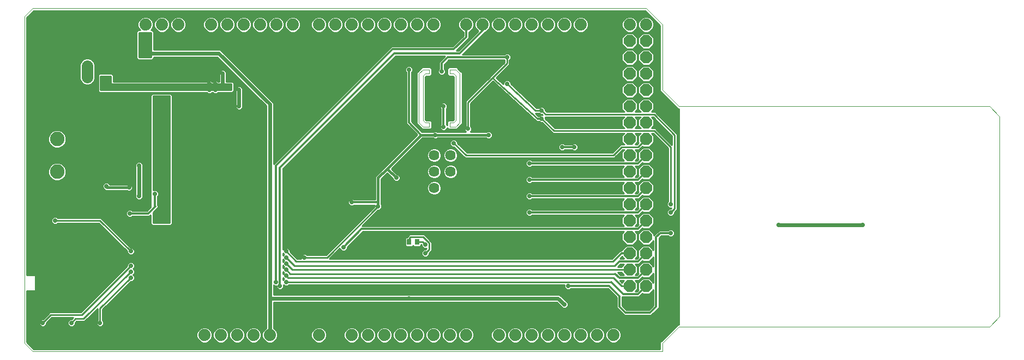
<source format=gbl>
G75*
%MOIN*%
%OFA0B0*%
%FSLAX26Y26*%
%IPPOS*%
%LPD*%
%AMOC8*
5,1,8,0,0,1.08239X$1,22.5*
%
%ADD10C,0.000000*%
%ADD11C,0.088583*%
%ADD12C,0.064000*%
%ADD13R,0.026772X0.035433*%
%ADD14C,0.061024*%
%ADD15C,0.074000*%
%ADD16OC8,0.074000*%
%ADD17C,0.070866*%
%ADD18OC8,0.023622*%
%ADD19C,0.010000*%
%ADD20C,0.024000*%
%ADD21C,0.016000*%
%ADD22C,0.012000*%
D10*
X00207480Y00100000D02*
X00207480Y02100000D01*
X00257480Y02150000D01*
X04007480Y02150000D01*
X04107480Y02050000D01*
X04107480Y01650000D01*
X04207480Y01550000D01*
X06107480Y01550000D01*
X06169980Y01487500D01*
X06169980Y00262500D01*
X06107480Y00200000D01*
X04207480Y00200000D01*
X04107480Y00100000D01*
X04107480Y00050000D01*
X00257480Y00050000D01*
X00207480Y00100000D01*
X02619980Y01450000D02*
X02644980Y01425000D01*
X02682480Y01425000D01*
X02682480Y01450000D01*
X02657480Y01450000D01*
X02644980Y01462500D01*
X02644980Y01737500D01*
X02657480Y01750000D01*
X02682480Y01750000D01*
X02682480Y01775000D01*
X02644980Y01775000D01*
X02619980Y01750000D01*
X02619980Y01450000D01*
X02807480Y01450000D02*
X02807480Y01425000D01*
X02844980Y01425000D01*
X02869980Y01450000D01*
X02869980Y01750000D01*
X02844980Y01775000D01*
X02807480Y01775000D01*
X02807480Y01750000D01*
X02832480Y01750000D01*
X02844980Y01737500D01*
X02844980Y01462500D01*
X02832480Y01450000D01*
X02807480Y01450000D01*
D11*
X00407480Y01350000D03*
X00407480Y01150000D03*
D12*
X02712738Y01150000D03*
X02812738Y01150000D03*
X02812738Y01250000D03*
X02712738Y01250000D03*
X02712738Y01050000D03*
X02812738Y01050000D03*
D13*
X02607283Y00720472D03*
X02559252Y00720472D03*
D14*
X02583268Y00660630D03*
D15*
X03907480Y00350000D03*
X04007480Y00350000D03*
X03807480Y00150000D03*
X03707480Y00150000D03*
X03607480Y00150000D03*
X03507480Y00150000D03*
X03407480Y00150000D03*
X03307480Y00150000D03*
X03207480Y00150000D03*
X03107480Y00150000D03*
X02907480Y00150000D03*
X02807480Y00150000D03*
X02707480Y00150000D03*
X02607480Y00150000D03*
X02507480Y00150000D03*
X02407480Y00150000D03*
X02307480Y00150000D03*
X02207480Y00150000D03*
X02007480Y00150000D03*
X01907480Y00150000D03*
X01807480Y00150000D03*
X01707480Y00150000D03*
X01607480Y00150000D03*
X01507480Y00150000D03*
X01407480Y00150000D03*
X01307480Y00150000D03*
X01347480Y02050000D03*
X01247480Y02050000D03*
X01147480Y02050000D03*
X01047480Y02050000D03*
X00947480Y02050000D03*
X01447480Y02050000D03*
X01547480Y02050000D03*
X01647480Y02050000D03*
X01747480Y02050000D03*
X01847480Y02050000D03*
X02007480Y02050000D03*
X02107480Y02050000D03*
X02207480Y02050000D03*
X02307480Y02050000D03*
X02407480Y02050000D03*
X02507480Y02050000D03*
X02607480Y02050000D03*
X02707480Y02050000D03*
X02907480Y02050000D03*
X03007480Y02050000D03*
X03107480Y02050000D03*
X03207480Y02050000D03*
X03307480Y02050000D03*
X03407480Y02050000D03*
X03507480Y02050000D03*
X03607480Y02050000D03*
X03907480Y02050000D03*
X04007480Y02050000D03*
D16*
X04007480Y01950000D03*
X03907480Y01950000D03*
X03907480Y01850000D03*
X04007480Y01850000D03*
X04007480Y01750000D03*
X03907480Y01750000D03*
X03907480Y01650000D03*
X04007480Y01650000D03*
X04007480Y01550000D03*
X03907480Y01550000D03*
X03907480Y01450000D03*
X04007480Y01450000D03*
X04007480Y01350000D03*
X03907480Y01350000D03*
X03907480Y01250000D03*
X04007480Y01250000D03*
X04007480Y01150000D03*
X03907480Y01150000D03*
X03907480Y01050000D03*
X04007480Y01050000D03*
X04007480Y00950000D03*
X03907480Y00950000D03*
X03907480Y00850000D03*
X04007480Y00850000D03*
X04007480Y00750000D03*
X03907480Y00750000D03*
X03907480Y00650000D03*
X04007480Y00650000D03*
X04007480Y00550000D03*
X03907480Y00550000D03*
X03907480Y00450000D03*
X04007480Y00450000D03*
D17*
X00510236Y01573524D02*
X00439370Y01573524D01*
X00364567Y01727067D02*
X00364567Y01797933D01*
X00592913Y01797933D02*
X00592913Y01727067D01*
D18*
X00697441Y01710925D03*
X00697441Y01674016D03*
X01019980Y01575000D03*
X01019980Y01537500D03*
X01069980Y01537500D03*
X01069980Y01575000D03*
X01337992Y01649409D03*
X01337992Y01686319D03*
X01374902Y01686319D03*
X01375492Y01649409D03*
X01519980Y01650000D03*
X01419980Y01750000D03*
X01362598Y01797047D03*
X01313386Y01797047D03*
X01264173Y01797047D03*
X01214961Y01797047D03*
X01165748Y01797047D03*
X01116535Y01797047D03*
X01067323Y01797047D03*
X00944980Y01875000D03*
X00944980Y01925000D03*
X00944980Y01975000D03*
X01519980Y01550000D03*
X02144980Y01425000D03*
X02207480Y01425000D03*
X02269980Y01425000D03*
X02332480Y01425000D03*
X02394980Y01425000D03*
X02394980Y01362500D03*
X02332480Y01362500D03*
X02269980Y01362500D03*
X02207480Y01362500D03*
X02144980Y01362500D03*
X02144980Y01300000D03*
X02207480Y01300000D03*
X02269980Y01300000D03*
X02332480Y01300000D03*
X02394980Y01300000D03*
X02394980Y01237500D03*
X02332480Y01237500D03*
X02269980Y01237500D03*
X02207480Y01237500D03*
X02144980Y01237500D03*
X02144980Y01175000D03*
X02207480Y01175000D03*
X02269980Y01175000D03*
X02332480Y01175000D03*
X02394980Y01175000D03*
X02482480Y01112500D03*
X02207480Y00962500D03*
X02369980Y00937500D03*
X01932480Y00950000D03*
X01882480Y00950000D03*
X01832480Y00950000D03*
X01832480Y00900000D03*
X01882480Y00900000D03*
X01932480Y00900000D03*
X01932480Y00850000D03*
X01882480Y00850000D03*
X01832480Y00850000D03*
X01832480Y00800000D03*
X01882480Y00800000D03*
X01932480Y00800000D03*
X01932480Y00750000D03*
X01882480Y00750000D03*
X01832480Y00750000D03*
X01807480Y00662500D03*
X01807480Y00625000D03*
X01807480Y00587500D03*
X01807480Y00550000D03*
X01807480Y00512500D03*
X01807480Y00475000D03*
X01769980Y00450000D03*
X01744980Y00475000D03*
X01919980Y00625000D03*
X02157480Y00687500D03*
X02507480Y00687500D03*
X02657382Y00704232D03*
X02657480Y00650000D03*
X02757480Y00412500D03*
X02794980Y00412500D03*
X02832480Y00412500D03*
X02557480Y00375000D03*
X03457480Y00425000D03*
X03532480Y00450000D03*
X03544980Y00375000D03*
X03507480Y00337500D03*
X03594980Y00637500D03*
X03644980Y00637500D03*
X03694980Y00637500D03*
X03744980Y00637500D03*
X03794980Y00637500D03*
X04157480Y00725000D03*
X04157480Y00775000D03*
X04157480Y00900000D03*
X04157480Y00950000D03*
X04819980Y00825000D03*
X05332480Y00825000D03*
X03569980Y01300000D03*
X03494980Y01300000D03*
X03444980Y01337500D03*
X03394980Y01337500D03*
X03344980Y01337500D03*
X03044980Y01375000D03*
X02919980Y01412500D03*
X02769980Y01425000D03*
X02719980Y01375000D03*
X02832480Y01325000D03*
X03294980Y01200000D03*
X03294980Y01100000D03*
X03294980Y01000000D03*
X03294980Y00900000D03*
X01932480Y01000000D03*
X01882480Y01000000D03*
X01832480Y01000000D03*
X01832480Y01050000D03*
X01882480Y01050000D03*
X01932480Y01050000D03*
X01932480Y01100000D03*
X01882480Y01100000D03*
X01832480Y01100000D03*
X01006398Y01015157D03*
X00957480Y01000000D03*
X00907480Y01000000D03*
X00857480Y01000000D03*
X00857480Y00962500D03*
X00957480Y00962500D03*
X00957480Y00925000D03*
X01007480Y00887500D03*
X01007480Y00850000D03*
X00851378Y00895177D03*
X00847244Y01052854D03*
X00707480Y01062303D03*
X00907480Y01187697D03*
X00394980Y00850000D03*
X00419980Y00687500D03*
X00344980Y00687500D03*
X00344980Y00612500D03*
X00419980Y00612500D03*
X00494980Y00612500D03*
X00569980Y00612500D03*
X00644980Y00612500D03*
X00644980Y00687500D03*
X00569980Y00687500D03*
X00494980Y00687500D03*
X00857480Y00662500D03*
X00857480Y00575000D03*
X00857480Y00537500D03*
X00857480Y00500000D03*
X00644980Y00462500D03*
X00569980Y00462500D03*
X00494980Y00462500D03*
X00419980Y00462500D03*
X00344980Y00462500D03*
X00344980Y00537500D03*
X00419980Y00537500D03*
X00494980Y00537500D03*
X00569980Y00537500D03*
X00644980Y00537500D03*
X00669980Y00225000D03*
X00582480Y00225000D03*
X00494980Y00225000D03*
X00407480Y00225000D03*
X00319980Y00225000D03*
X00757480Y00225000D03*
X03369980Y01475000D03*
X03369980Y01525000D03*
X03344980Y01575000D03*
X03344980Y01625000D03*
X03294980Y01625000D03*
X03157480Y01687598D03*
X02757480Y01762500D03*
X02557480Y01775000D03*
X02769980Y01550000D03*
X03157480Y01850000D03*
X03769980Y01862500D03*
X03819980Y01862500D03*
X03819980Y01912500D03*
X03769980Y01912500D03*
X03769980Y01962500D03*
X03819980Y01962500D03*
X03819980Y02012500D03*
X03769980Y02012500D03*
X03769980Y01812500D03*
X03819980Y01812500D03*
X03819980Y01762500D03*
X03769980Y01762500D03*
X03769980Y01712500D03*
X03819980Y01712500D03*
X03819980Y01662500D03*
X03769980Y01662500D03*
D19*
X03859575Y01659762D02*
X03210726Y01659762D01*
X03199959Y01669761D02*
X03859575Y01669761D01*
X03859575Y01669843D02*
X03859575Y01630157D01*
X03887637Y01602094D01*
X03927323Y01602094D01*
X03955386Y01630157D01*
X03955386Y01669843D01*
X03927323Y01697905D01*
X03887637Y01697905D01*
X03859575Y01669843D01*
X03869491Y01679759D02*
X03189191Y01679759D01*
X03180197Y01688111D02*
X03180197Y01697008D01*
X03166890Y01710315D01*
X03148071Y01710315D01*
X03134764Y01697008D01*
X03134764Y01687601D01*
X03093022Y01725548D01*
X03164069Y01796594D01*
X03173386Y01805912D01*
X03173386Y01833780D01*
X03180197Y01840591D01*
X03180197Y01859409D01*
X03166890Y01872716D01*
X03148071Y01872716D01*
X03142260Y01866905D01*
X02885794Y01866905D01*
X02886886Y01867997D01*
X03023792Y02004904D01*
X03034617Y02009388D01*
X03048093Y02022864D01*
X03055386Y02040471D01*
X03055386Y02059529D01*
X03048093Y02077136D01*
X03034617Y02090612D01*
X03017009Y02097905D01*
X02997951Y02097905D01*
X02980344Y02090612D01*
X02966868Y02077136D01*
X02959575Y02059529D01*
X02959575Y02040471D01*
X02966868Y02022864D01*
X02980344Y02009388D01*
X02980426Y02009354D01*
X02862978Y01891905D01*
X02848294Y01891905D01*
X02924386Y01967997D01*
X02924386Y02005150D01*
X02934617Y02009388D01*
X02948093Y02022864D01*
X02955386Y02040471D01*
X02955386Y02059529D01*
X02948093Y02077136D01*
X02934617Y02090612D01*
X02917009Y02097905D01*
X02897951Y02097905D01*
X02880344Y02090612D01*
X02866868Y02077136D01*
X02859575Y02059529D01*
X02859575Y02040471D01*
X02866868Y02022864D01*
X02880344Y02009388D01*
X02890575Y02005150D01*
X02890575Y01982002D01*
X02825478Y01916905D01*
X02450478Y01916905D01*
X01737978Y01204405D01*
X01730386Y01196813D01*
X01730386Y01571988D01*
X01716968Y01585405D01*
X01404468Y01897905D01*
X00998386Y01897905D01*
X00998386Y02006588D01*
X00989069Y02015905D01*
X00981134Y02015905D01*
X00988093Y02022864D01*
X00995386Y02040471D01*
X00995386Y02059529D01*
X00988093Y02077136D01*
X00974617Y02090612D01*
X00957009Y02097905D01*
X00937951Y02097905D01*
X00920344Y02090612D01*
X00906868Y02077136D01*
X00899575Y02059529D01*
X00899575Y02040471D01*
X00906868Y02022864D01*
X00913826Y02015905D01*
X00900892Y02015905D01*
X00891575Y02006588D01*
X00891575Y01843412D01*
X00900892Y01834094D01*
X00989069Y01834094D01*
X00998386Y01843412D01*
X00998386Y01852094D01*
X01385492Y01852094D01*
X01684575Y01553012D01*
X01684575Y00192365D01*
X01680344Y00190612D01*
X01666868Y00177136D01*
X01659575Y00159529D01*
X01659575Y00140471D01*
X01666868Y00122864D01*
X01680344Y00109388D01*
X01697951Y00102094D01*
X01717009Y00102094D01*
X01734617Y00109388D01*
X01748093Y00122864D01*
X01755386Y00140471D01*
X01755386Y00159529D01*
X01748093Y00177136D01*
X01734617Y00190612D01*
X01730386Y00192365D01*
X01730386Y00352094D01*
X03460492Y00352094D01*
X03497992Y00314594D01*
X03516968Y00314594D01*
X03530386Y00328012D01*
X03530386Y00346988D01*
X03479468Y00397905D01*
X01730386Y00397905D01*
X01730386Y00457469D01*
X01735571Y00452283D01*
X01747264Y00452283D01*
X01747264Y00440591D01*
X01760571Y00427283D01*
X01779390Y00427283D01*
X01792697Y00440591D01*
X01792697Y00457658D01*
X01798071Y00452283D01*
X01816890Y00452283D01*
X01823701Y00459094D01*
X03509764Y00459094D01*
X03509764Y00440591D01*
X03523071Y00427283D01*
X03541890Y00427283D01*
X03547701Y00433094D01*
X03775478Y00433094D01*
X03828075Y00380497D01*
X03828075Y00317997D01*
X03837978Y00308094D01*
X03875478Y00270594D01*
X04039483Y00270594D01*
X04049386Y00280497D01*
X04086886Y00317997D01*
X04086886Y00742998D01*
X04101983Y00758094D01*
X04142260Y00758094D01*
X04148071Y00752283D01*
X04166890Y00752283D01*
X04180197Y00765591D01*
X04180197Y00784409D01*
X04166890Y00797716D01*
X04148071Y00797716D01*
X04142260Y00791905D01*
X04087978Y00791905D01*
X04078075Y00782002D01*
X04062978Y00766905D01*
X04055386Y00759313D01*
X04055386Y00769843D01*
X04027323Y00797905D01*
X03987637Y00797905D01*
X03959575Y00769843D01*
X03959575Y00730157D01*
X03987637Y00702094D01*
X04027323Y00702094D01*
X04053075Y00727846D01*
X04053075Y00672154D01*
X04027323Y00697905D01*
X03987637Y00697905D01*
X03959575Y00669843D01*
X03959575Y00630157D01*
X03961652Y00628080D01*
X03950478Y00616905D01*
X03942134Y00616905D01*
X03955386Y00630157D01*
X03955386Y00669843D01*
X03927323Y00697905D01*
X03887637Y00697905D01*
X03859575Y00669843D01*
X03859575Y00666905D01*
X03850478Y00666905D01*
X03799478Y00615905D01*
X02070879Y00615905D01*
X02073386Y00618412D01*
X02134764Y00679790D01*
X02134764Y00678091D01*
X02148071Y00664783D01*
X02166890Y00664783D01*
X02180197Y00678091D01*
X02180197Y00686308D01*
X02276983Y00783094D01*
X03872826Y00783094D01*
X03859575Y00769843D01*
X03859575Y00730157D01*
X03887637Y00702094D01*
X03927323Y00702094D01*
X03955386Y00730157D01*
X03955386Y00769843D01*
X03942134Y00783094D01*
X03964483Y00783094D01*
X03974386Y00792997D01*
X03985560Y00804172D01*
X03987637Y00802094D01*
X04027323Y00802094D01*
X04055386Y00830157D01*
X04055386Y00869843D01*
X04027323Y00897905D01*
X03987637Y00897905D01*
X03959575Y00869843D01*
X03959575Y00830157D01*
X03961652Y00828080D01*
X03950478Y00816905D01*
X03942134Y00816905D01*
X03955386Y00830157D01*
X03955386Y00869843D01*
X03942134Y00883094D01*
X03964483Y00883094D01*
X03985560Y00904172D01*
X03987637Y00902094D01*
X04027323Y00902094D01*
X04055386Y00930157D01*
X04055386Y00969843D01*
X04027323Y00997905D01*
X03987637Y00997905D01*
X03959575Y00969843D01*
X03959575Y00930157D01*
X03961652Y00928080D01*
X03950478Y00916905D01*
X03942134Y00916905D01*
X03955386Y00930157D01*
X03955386Y00969843D01*
X03942134Y00983094D01*
X03964483Y00983094D01*
X03985560Y01004172D01*
X03987637Y01002094D01*
X04027323Y01002094D01*
X04055386Y01030157D01*
X04055386Y01069843D01*
X04027323Y01097905D01*
X03987637Y01097905D01*
X03959575Y01069843D01*
X03959575Y01030157D01*
X03961652Y01028080D01*
X03950478Y01016905D01*
X03942134Y01016905D01*
X03955386Y01030157D01*
X03955386Y01069843D01*
X03942134Y01083094D01*
X03964483Y01083094D01*
X03985560Y01104172D01*
X03987637Y01102094D01*
X04027323Y01102094D01*
X04055386Y01130157D01*
X04055386Y01169843D01*
X04027323Y01197905D01*
X03987637Y01197905D01*
X03959575Y01169843D01*
X03959575Y01130157D01*
X03961652Y01128080D01*
X03950478Y01116905D01*
X03942134Y01116905D01*
X03955386Y01130157D01*
X03955386Y01169843D01*
X03942134Y01183094D01*
X03964483Y01183094D01*
X03985560Y01204172D01*
X03987637Y01202094D01*
X04027323Y01202094D01*
X04055386Y01230157D01*
X04055386Y01269843D01*
X04027323Y01297905D01*
X03987637Y01297905D01*
X03959575Y01269843D01*
X03959575Y01230157D01*
X03961652Y01228080D01*
X03950478Y01216905D01*
X03942134Y01216905D01*
X03955386Y01230157D01*
X03955386Y01269843D01*
X03941134Y01284094D01*
X03964069Y01284094D01*
X03973386Y01293412D01*
X03984853Y01304879D01*
X03987637Y01302094D01*
X04027323Y01302094D01*
X04055386Y01330157D01*
X04055386Y01369843D01*
X04041134Y01384094D01*
X04050892Y01384094D01*
X04141575Y01293412D01*
X04141575Y00966220D01*
X04134764Y00959409D01*
X04134764Y00940591D01*
X04148071Y00927283D01*
X04162270Y00927283D01*
X04157703Y00922716D01*
X04148071Y00922716D01*
X04134764Y00909409D01*
X04134764Y00890591D01*
X04148071Y00877283D01*
X04166890Y00877283D01*
X04180197Y00890591D01*
X04180197Y00900223D01*
X04189069Y00909094D01*
X04198386Y00918412D01*
X04198386Y01381588D01*
X04073386Y01506588D01*
X04064069Y01515905D01*
X04041134Y01515905D01*
X04055386Y01530157D01*
X04055386Y01569843D01*
X04027323Y01597905D01*
X03987637Y01597905D01*
X03959575Y01569843D01*
X03959575Y01530157D01*
X03973826Y01515905D01*
X03941134Y01515905D01*
X03955386Y01530157D01*
X03955386Y01569843D01*
X03927323Y01597905D01*
X03887637Y01597905D01*
X03859575Y01569843D01*
X03859575Y01530157D01*
X03873826Y01515905D01*
X03401569Y01515905D01*
X03392697Y01524777D01*
X03392697Y01534409D01*
X03379390Y01547716D01*
X03360571Y01547716D01*
X03353760Y01540905D01*
X03338726Y01540905D01*
X03180197Y01688111D01*
X03180197Y01689758D02*
X03879490Y01689758D01*
X03887637Y01702094D02*
X03927323Y01702094D01*
X03955386Y01730157D01*
X03955386Y01769843D01*
X03927323Y01797905D01*
X03887637Y01797905D01*
X03859575Y01769843D01*
X03859575Y01730157D01*
X03887637Y01702094D01*
X03879977Y01709755D02*
X03167450Y01709755D01*
X03177448Y01699756D02*
X04092638Y01699756D01*
X04092638Y01689758D02*
X04035471Y01689758D01*
X04027323Y01697905D02*
X03987637Y01697905D01*
X03959575Y01669843D01*
X03959575Y01630157D01*
X03987637Y01602094D01*
X04027323Y01602094D01*
X04055386Y01630157D01*
X04055386Y01669843D01*
X04027323Y01697905D01*
X04027323Y01702094D02*
X04055386Y01730157D01*
X04055386Y01769843D01*
X04027323Y01797905D01*
X03987637Y01797905D01*
X03959575Y01769843D01*
X03959575Y01730157D01*
X03987637Y01702094D01*
X04027323Y01702094D01*
X04034984Y01709755D02*
X04092638Y01709755D01*
X04092638Y01719753D02*
X04044982Y01719753D01*
X04054981Y01729752D02*
X04092638Y01729752D01*
X04092638Y01739750D02*
X04055386Y01739750D01*
X04055386Y01749749D02*
X04092638Y01749749D01*
X04092638Y01759748D02*
X04055386Y01759748D01*
X04055386Y01769746D02*
X04092638Y01769746D01*
X04092638Y01779745D02*
X04045484Y01779745D01*
X04035486Y01789743D02*
X04092638Y01789743D01*
X04092638Y01799742D02*
X03167216Y01799742D01*
X03173386Y01809740D02*
X03879992Y01809740D01*
X03887637Y01802094D02*
X03927323Y01802094D01*
X03955386Y01830157D01*
X03955386Y01869843D01*
X03927323Y01897905D01*
X03887637Y01897905D01*
X03859575Y01869843D01*
X03859575Y01830157D01*
X03887637Y01802094D01*
X03879475Y01789743D02*
X03157217Y01789743D01*
X03147219Y01779745D02*
X03869476Y01779745D01*
X03859575Y01769746D02*
X03137220Y01769746D01*
X03127221Y01759748D02*
X03859575Y01759748D01*
X03859575Y01749749D02*
X03117223Y01749749D01*
X03107224Y01739750D02*
X03859575Y01739750D01*
X03859980Y01729752D02*
X03097226Y01729752D01*
X03099396Y01719753D02*
X03869978Y01719753D01*
X03934984Y01709755D02*
X03979977Y01709755D01*
X03969978Y01719753D02*
X03944982Y01719753D01*
X03954981Y01729752D02*
X03959980Y01729752D01*
X03959575Y01739750D02*
X03955386Y01739750D01*
X03955386Y01749749D02*
X03959575Y01749749D01*
X03959575Y01759748D02*
X03955386Y01759748D01*
X03955386Y01769746D02*
X03959575Y01769746D01*
X03969476Y01779745D02*
X03945484Y01779745D01*
X03935486Y01789743D02*
X03979475Y01789743D01*
X03987637Y01802094D02*
X04027323Y01802094D01*
X04055386Y01830157D01*
X04055386Y01869843D01*
X04027323Y01897905D01*
X03987637Y01897905D01*
X03959575Y01869843D01*
X03959575Y01830157D01*
X03987637Y01802094D01*
X03979992Y01809740D02*
X03934969Y01809740D01*
X03944968Y01819739D02*
X03969993Y01819739D01*
X03959994Y01829737D02*
X03954966Y01829737D01*
X03955386Y01839736D02*
X03959575Y01839736D01*
X03959575Y01849734D02*
X03955386Y01849734D01*
X03955386Y01859733D02*
X03959575Y01859733D01*
X03959575Y01869731D02*
X03955386Y01869731D01*
X03945499Y01879730D02*
X03969462Y01879730D01*
X03979460Y01889728D02*
X03935500Y01889728D01*
X03927323Y01902094D02*
X03955386Y01930157D01*
X03955386Y01969843D01*
X03927323Y01997905D01*
X03887637Y01997905D01*
X03859575Y01969843D01*
X03859575Y01930157D01*
X03887637Y01902094D01*
X03927323Y01902094D01*
X03934954Y01909725D02*
X03980006Y01909725D01*
X03987637Y01902094D02*
X04027323Y01902094D01*
X04055386Y01930157D01*
X04055386Y01969843D01*
X04027323Y01997905D01*
X03987637Y01997905D01*
X03959575Y01969843D01*
X03959575Y01930157D01*
X03987637Y01902094D01*
X03970008Y01919724D02*
X03944953Y01919724D01*
X03954951Y01929722D02*
X03960009Y01929722D01*
X03959575Y01939721D02*
X03955386Y01939721D01*
X03955386Y01949719D02*
X03959575Y01949719D01*
X03959575Y01959718D02*
X03955386Y01959718D01*
X03955386Y01969717D02*
X03959575Y01969717D01*
X03969447Y01979715D02*
X03945514Y01979715D01*
X03935515Y01989714D02*
X03979445Y01989714D01*
X03980344Y02009388D02*
X03997951Y02002094D01*
X04017009Y02002094D01*
X04034617Y02009388D01*
X04048093Y02022864D01*
X04055386Y02040471D01*
X04055386Y02059529D01*
X04048093Y02077136D01*
X04034617Y02090612D01*
X04017009Y02097905D01*
X03997951Y02097905D01*
X03980344Y02090612D01*
X03966868Y02077136D01*
X03959575Y02059529D01*
X03959575Y02040471D01*
X03966868Y02022864D01*
X03980344Y02009388D01*
X03980021Y02009711D02*
X03934939Y02009711D01*
X03934617Y02009388D02*
X03948093Y02022864D01*
X03955386Y02040471D01*
X03955386Y02059529D01*
X03948093Y02077136D01*
X03934617Y02090612D01*
X03917009Y02097905D01*
X03897951Y02097905D01*
X03880344Y02090612D01*
X03866868Y02077136D01*
X03859575Y02059529D01*
X03859575Y02040471D01*
X03866868Y02022864D01*
X03880344Y02009388D01*
X03897951Y02002094D01*
X03917009Y02002094D01*
X03934617Y02009388D01*
X03944938Y02019709D02*
X03970023Y02019709D01*
X03964033Y02029708D02*
X03950927Y02029708D01*
X03955069Y02039706D02*
X03959891Y02039706D01*
X03959575Y02049705D02*
X03955386Y02049705D01*
X03955314Y02059703D02*
X03959647Y02059703D01*
X03963789Y02069702D02*
X03951172Y02069702D01*
X03945528Y02079700D02*
X03969432Y02079700D01*
X03979431Y02089699D02*
X03935530Y02089699D01*
X03879431Y02089699D02*
X03635530Y02089699D01*
X03634617Y02090612D02*
X03617009Y02097905D01*
X03597951Y02097905D01*
X03580344Y02090612D01*
X03566868Y02077136D01*
X03559575Y02059529D01*
X03559575Y02040471D01*
X03566868Y02022864D01*
X03580344Y02009388D01*
X03597951Y02002094D01*
X03617009Y02002094D01*
X03634617Y02009388D01*
X03648093Y02022864D01*
X03655386Y02040471D01*
X03655386Y02059529D01*
X03648093Y02077136D01*
X03634617Y02090612D01*
X03645528Y02079700D02*
X03869432Y02079700D01*
X03863789Y02069702D02*
X03651172Y02069702D01*
X03655314Y02059703D02*
X03859647Y02059703D01*
X03859575Y02049705D02*
X03655386Y02049705D01*
X03655069Y02039706D02*
X03859891Y02039706D01*
X03864033Y02029708D02*
X03650927Y02029708D01*
X03644938Y02019709D02*
X03870023Y02019709D01*
X03880021Y02009711D02*
X03634939Y02009711D01*
X03580021Y02009711D02*
X03534939Y02009711D01*
X03534617Y02009388D02*
X03548093Y02022864D01*
X03555386Y02040471D01*
X03555386Y02059529D01*
X03548093Y02077136D01*
X03534617Y02090612D01*
X03517009Y02097905D01*
X03497951Y02097905D01*
X03480344Y02090612D01*
X03466868Y02077136D01*
X03459575Y02059529D01*
X03459575Y02040471D01*
X03466868Y02022864D01*
X03480344Y02009388D01*
X03497951Y02002094D01*
X03517009Y02002094D01*
X03534617Y02009388D01*
X03544938Y02019709D02*
X03570023Y02019709D01*
X03564033Y02029708D02*
X03550927Y02029708D01*
X03555069Y02039706D02*
X03559891Y02039706D01*
X03559575Y02049705D02*
X03555386Y02049705D01*
X03555314Y02059703D02*
X03559647Y02059703D01*
X03563789Y02069702D02*
X03551172Y02069702D01*
X03545528Y02079700D02*
X03569432Y02079700D01*
X03579431Y02089699D02*
X03535530Y02089699D01*
X03479431Y02089699D02*
X03435530Y02089699D01*
X03434617Y02090612D02*
X03417009Y02097905D01*
X03397951Y02097905D01*
X03380344Y02090612D01*
X03366868Y02077136D01*
X03359575Y02059529D01*
X03359575Y02040471D01*
X03366868Y02022864D01*
X03380344Y02009388D01*
X03397951Y02002094D01*
X03417009Y02002094D01*
X03434617Y02009388D01*
X03448093Y02022864D01*
X03455386Y02040471D01*
X03455386Y02059529D01*
X03448093Y02077136D01*
X03434617Y02090612D01*
X03445528Y02079700D02*
X03469432Y02079700D01*
X03463789Y02069702D02*
X03451172Y02069702D01*
X03455314Y02059703D02*
X03459647Y02059703D01*
X03459575Y02049705D02*
X03455386Y02049705D01*
X03455069Y02039706D02*
X03459891Y02039706D01*
X03464033Y02029708D02*
X03450927Y02029708D01*
X03444938Y02019709D02*
X03470023Y02019709D01*
X03480021Y02009711D02*
X03434939Y02009711D01*
X03380021Y02009711D02*
X03334939Y02009711D01*
X03334617Y02009388D02*
X03348093Y02022864D01*
X03355386Y02040471D01*
X03355386Y02059529D01*
X03348093Y02077136D01*
X03334617Y02090612D01*
X03317009Y02097905D01*
X03297951Y02097905D01*
X03280344Y02090612D01*
X03266868Y02077136D01*
X03259575Y02059529D01*
X03259575Y02040471D01*
X03266868Y02022864D01*
X03280344Y02009388D01*
X03297951Y02002094D01*
X03317009Y02002094D01*
X03334617Y02009388D01*
X03344938Y02019709D02*
X03370023Y02019709D01*
X03364033Y02029708D02*
X03350927Y02029708D01*
X03355069Y02039706D02*
X03359891Y02039706D01*
X03359575Y02049705D02*
X03355386Y02049705D01*
X03355314Y02059703D02*
X03359647Y02059703D01*
X03363789Y02069702D02*
X03351172Y02069702D01*
X03345528Y02079700D02*
X03369432Y02079700D01*
X03379431Y02089699D02*
X03335530Y02089699D01*
X03279431Y02089699D02*
X03235530Y02089699D01*
X03234617Y02090612D02*
X03217009Y02097905D01*
X03197951Y02097905D01*
X03180344Y02090612D01*
X03166868Y02077136D01*
X03159575Y02059529D01*
X03159575Y02040471D01*
X03166868Y02022864D01*
X03180344Y02009388D01*
X03197951Y02002094D01*
X03217009Y02002094D01*
X03234617Y02009388D01*
X03248093Y02022864D01*
X03255386Y02040471D01*
X03255386Y02059529D01*
X03248093Y02077136D01*
X03234617Y02090612D01*
X03245528Y02079700D02*
X03269432Y02079700D01*
X03263789Y02069702D02*
X03251172Y02069702D01*
X03255314Y02059703D02*
X03259647Y02059703D01*
X03259575Y02049705D02*
X03255386Y02049705D01*
X03255069Y02039706D02*
X03259891Y02039706D01*
X03264033Y02029708D02*
X03250927Y02029708D01*
X03244938Y02019709D02*
X03270023Y02019709D01*
X03280021Y02009711D02*
X03234939Y02009711D01*
X03180021Y02009711D02*
X03134939Y02009711D01*
X03134617Y02009388D02*
X03148093Y02022864D01*
X03155386Y02040471D01*
X03155386Y02059529D01*
X03148093Y02077136D01*
X03134617Y02090612D01*
X03117009Y02097905D01*
X03097951Y02097905D01*
X03080344Y02090612D01*
X03066868Y02077136D01*
X03059575Y02059529D01*
X03059575Y02040471D01*
X03066868Y02022864D01*
X03080344Y02009388D01*
X03097951Y02002094D01*
X03117009Y02002094D01*
X03134617Y02009388D01*
X03144938Y02019709D02*
X03170023Y02019709D01*
X03164033Y02029708D02*
X03150927Y02029708D01*
X03155069Y02039706D02*
X03159891Y02039706D01*
X03159575Y02049705D02*
X03155386Y02049705D01*
X03155314Y02059703D02*
X03159647Y02059703D01*
X03163789Y02069702D02*
X03151172Y02069702D01*
X03145528Y02079700D02*
X03169432Y02079700D01*
X03179431Y02089699D02*
X03135530Y02089699D01*
X03079431Y02089699D02*
X03035530Y02089699D01*
X03045528Y02079700D02*
X03069432Y02079700D01*
X03063789Y02069702D02*
X03051172Y02069702D01*
X03055314Y02059703D02*
X03059647Y02059703D01*
X03059575Y02049705D02*
X03055386Y02049705D01*
X03055069Y02039706D02*
X03059891Y02039706D01*
X03064033Y02029708D02*
X03050927Y02029708D01*
X03044938Y02019709D02*
X03070023Y02019709D01*
X03080021Y02009711D02*
X03034939Y02009711D01*
X03018600Y01999712D02*
X04092638Y01999712D01*
X04092638Y01989714D02*
X04035515Y01989714D01*
X04045514Y01979715D02*
X04092638Y01979715D01*
X04092638Y01969717D02*
X04055386Y01969717D01*
X04055386Y01959718D02*
X04092638Y01959718D01*
X04092638Y01949719D02*
X04055386Y01949719D01*
X04055386Y01939721D02*
X04092638Y01939721D01*
X04092638Y01929722D02*
X04054951Y01929722D01*
X04044953Y01919724D02*
X04092638Y01919724D01*
X04092638Y01909725D02*
X04034954Y01909725D01*
X04035500Y01889728D02*
X04092638Y01889728D01*
X04092638Y01879730D02*
X04045499Y01879730D01*
X04055386Y01869731D02*
X04092638Y01869731D01*
X04092638Y01859733D02*
X04055386Y01859733D01*
X04055386Y01849734D02*
X04092638Y01849734D01*
X04092638Y01839736D02*
X04055386Y01839736D01*
X04054966Y01829737D02*
X04092638Y01829737D01*
X04092638Y01819739D02*
X04044968Y01819739D01*
X04034969Y01809740D02*
X04092638Y01809740D01*
X04092638Y01899727D02*
X02918615Y01899727D01*
X02928614Y01909725D02*
X03880006Y01909725D01*
X03870008Y01919724D02*
X02938612Y01919724D01*
X02948611Y01929722D02*
X03860009Y01929722D01*
X03859575Y01939721D02*
X02958609Y01939721D01*
X02968608Y01949719D02*
X03859575Y01949719D01*
X03859575Y01959718D02*
X02978606Y01959718D01*
X02988605Y01969717D02*
X03859575Y01969717D01*
X03869447Y01979715D02*
X02998603Y01979715D01*
X03008602Y01989714D02*
X03879445Y01989714D01*
X04034939Y02009711D02*
X04092638Y02009711D01*
X04092638Y02019709D02*
X04044938Y02019709D01*
X04050927Y02029708D02*
X04092638Y02029708D01*
X04092638Y02039706D02*
X04055069Y02039706D01*
X04055386Y02049705D02*
X04086785Y02049705D01*
X04092638Y02043852D02*
X04092638Y01643852D01*
X04192638Y01543852D01*
X04201332Y01535157D01*
X04207480Y01535157D01*
X04207480Y00214842D01*
X04201332Y00214842D01*
X04101332Y00114842D01*
X04092638Y00106148D01*
X04092638Y00064842D01*
X00263628Y00064842D01*
X00222323Y00106148D01*
X00222323Y00419803D01*
X00272445Y00419803D01*
X00275374Y00422732D01*
X00275374Y00513488D01*
X00272445Y00516417D01*
X00222323Y00516417D01*
X00222323Y02093852D01*
X00263628Y02135157D01*
X04001332Y02135157D01*
X04092638Y02043852D01*
X04076787Y02059703D02*
X04055314Y02059703D01*
X04051172Y02069702D02*
X04066788Y02069702D01*
X04056789Y02079700D02*
X04045528Y02079700D01*
X04046791Y02089699D02*
X04035530Y02089699D01*
X04036792Y02099697D02*
X00228168Y02099697D01*
X00222323Y02089699D02*
X00919431Y02089699D01*
X00909432Y02079700D02*
X00222323Y02079700D01*
X00222323Y02069702D02*
X00903789Y02069702D01*
X00899647Y02059703D02*
X00222323Y02059703D01*
X00222323Y02049705D02*
X00899575Y02049705D01*
X00899891Y02039706D02*
X00222323Y02039706D01*
X00222323Y02029708D02*
X00904033Y02029708D01*
X00910023Y02019709D02*
X00222323Y02019709D01*
X00222323Y02009711D02*
X00894697Y02009711D01*
X00891575Y01999712D02*
X00222323Y01999712D01*
X00222323Y01989714D02*
X00891575Y01989714D01*
X00891575Y01979715D02*
X00222323Y01979715D01*
X00222323Y01969717D02*
X00891575Y01969717D01*
X00891575Y01959718D02*
X00222323Y01959718D01*
X00222323Y01949719D02*
X00891575Y01949719D01*
X00891575Y01939721D02*
X00222323Y01939721D01*
X00222323Y01929722D02*
X00891575Y01929722D01*
X00891575Y01919724D02*
X00222323Y01919724D01*
X00222323Y01909725D02*
X00891575Y01909725D01*
X00891575Y01899727D02*
X00222323Y01899727D01*
X00222323Y01889728D02*
X00891575Y01889728D01*
X00891575Y01879730D02*
X00222323Y01879730D01*
X00222323Y01869731D02*
X00891575Y01869731D01*
X00891575Y01859733D02*
X00222323Y01859733D01*
X00222323Y01849734D02*
X00891575Y01849734D01*
X00895251Y01839736D02*
X00613081Y01839736D01*
X00619162Y01837217D02*
X00602131Y01844272D01*
X00583696Y01844272D01*
X00566665Y01837217D01*
X00553629Y01824182D01*
X00546575Y01807150D01*
X00546575Y01717850D01*
X00553629Y01700818D01*
X00566665Y01687783D01*
X00583696Y01680728D01*
X00602131Y01680728D01*
X00619162Y01687783D01*
X00632197Y01700818D01*
X00639252Y01717850D01*
X00639252Y01807150D01*
X00632197Y01824182D01*
X00619162Y01837217D01*
X00626642Y01829737D02*
X01407850Y01829737D01*
X01417848Y01819739D02*
X00634038Y01819739D01*
X00638179Y01809740D02*
X01427847Y01809740D01*
X01437845Y01799742D02*
X00639252Y01799742D01*
X00639252Y01789743D02*
X01447844Y01789743D01*
X01457842Y01779745D02*
X00639252Y01779745D01*
X00639252Y01769746D02*
X01407333Y01769746D01*
X01410492Y01772905D02*
X01397075Y01759488D01*
X01397075Y01702224D01*
X01391122Y01702224D01*
X01384311Y01709035D01*
X01365492Y01709035D01*
X01358681Y01702224D01*
X01354212Y01702224D01*
X01347401Y01709035D01*
X01328583Y01709035D01*
X01321772Y01702224D01*
X00750256Y01702224D01*
X00750256Y01742120D01*
X00740939Y01751437D01*
X00666246Y01751437D01*
X00656929Y01742120D01*
X00656929Y01642821D01*
X00666246Y01633504D01*
X01321772Y01633504D01*
X01328583Y01626693D01*
X01347401Y01626693D01*
X01354212Y01633504D01*
X01359272Y01633504D01*
X01366083Y01626693D01*
X01384901Y01626693D01*
X01391712Y01633504D01*
X01479915Y01633504D01*
X01489232Y01642821D01*
X01489232Y01692907D01*
X01479915Y01702224D01*
X01442886Y01702224D01*
X01442886Y01759488D01*
X01429468Y01772905D01*
X01410492Y01772905D01*
X01397335Y01759748D02*
X00639252Y01759748D01*
X00639252Y01749749D02*
X00664558Y01749749D01*
X00656929Y01739750D02*
X00639252Y01739750D01*
X00639252Y01729752D02*
X00656929Y01729752D01*
X00656929Y01719753D02*
X00639252Y01719753D01*
X00635899Y01709755D02*
X00656929Y01709755D01*
X00656929Y01699756D02*
X00631135Y01699756D01*
X00621137Y01689758D02*
X00656929Y01689758D01*
X00656929Y01679759D02*
X00222323Y01679759D01*
X00222323Y01669761D02*
X00656929Y01669761D01*
X00656929Y01659762D02*
X00222323Y01659762D01*
X00222323Y01649764D02*
X00656929Y01649764D01*
X00659985Y01639765D02*
X00222323Y01639765D01*
X00222323Y01629767D02*
X01325509Y01629767D01*
X01350475Y01629767D02*
X01363009Y01629767D01*
X01387975Y01629767D02*
X01497075Y01629767D01*
X01497075Y01639765D02*
X01486176Y01639765D01*
X01489232Y01649764D02*
X01497075Y01649764D01*
X01497075Y01659488D02*
X01497075Y01540512D01*
X01510492Y01527094D01*
X01529468Y01527094D01*
X01542886Y01540512D01*
X01542886Y01659488D01*
X01529468Y01672905D01*
X01510492Y01672905D01*
X01497075Y01659488D01*
X01497349Y01659762D02*
X01489232Y01659762D01*
X01489232Y01669761D02*
X01507348Y01669761D01*
X01489232Y01679759D02*
X01557828Y01679759D01*
X01567826Y01669761D02*
X01532613Y01669761D01*
X01542611Y01659762D02*
X01577825Y01659762D01*
X01587823Y01649764D02*
X01542886Y01649764D01*
X01542886Y01639765D02*
X01597822Y01639765D01*
X01607820Y01629767D02*
X01542886Y01629767D01*
X01542886Y01619768D02*
X01617819Y01619768D01*
X01627817Y01609770D02*
X01542886Y01609770D01*
X01542886Y01599771D02*
X01637816Y01599771D01*
X01647814Y01589773D02*
X01542886Y01589773D01*
X01542886Y01579774D02*
X01657813Y01579774D01*
X01667811Y01569776D02*
X01542886Y01569776D01*
X01542886Y01559777D02*
X01677810Y01559777D01*
X01684575Y01549779D02*
X01542886Y01549779D01*
X01542154Y01539780D02*
X01684575Y01539780D01*
X01684575Y01529781D02*
X01532155Y01529781D01*
X01507805Y01529781D02*
X01110886Y01529781D01*
X01110886Y01519783D02*
X01684575Y01519783D01*
X01684575Y01509784D02*
X01110886Y01509784D01*
X01110886Y01499786D02*
X01684575Y01499786D01*
X01684575Y01489787D02*
X01110886Y01489787D01*
X01110886Y01479789D02*
X01684575Y01479789D01*
X01684575Y01469790D02*
X01110886Y01469790D01*
X01110886Y01459792D02*
X01684575Y01459792D01*
X01684575Y01449793D02*
X01110886Y01449793D01*
X01110886Y01439795D02*
X01684575Y01439795D01*
X01684575Y01429796D02*
X01110886Y01429796D01*
X01110886Y01419798D02*
X01684575Y01419798D01*
X01684575Y01409799D02*
X01110886Y01409799D01*
X01110886Y01399801D02*
X01684575Y01399801D01*
X01684575Y01389802D02*
X01110886Y01389802D01*
X01110886Y01379804D02*
X01684575Y01379804D01*
X01684575Y01369805D02*
X01110886Y01369805D01*
X01110886Y01359807D02*
X01684575Y01359807D01*
X01684575Y01349808D02*
X01110886Y01349808D01*
X01110886Y01339810D02*
X01684575Y01339810D01*
X01684575Y01329811D02*
X01110886Y01329811D01*
X01110886Y01319813D02*
X01684575Y01319813D01*
X01684575Y01309814D02*
X01110886Y01309814D01*
X01110886Y01299815D02*
X01684575Y01299815D01*
X01684575Y01289817D02*
X01110886Y01289817D01*
X01110886Y01279818D02*
X01684575Y01279818D01*
X01684575Y01269820D02*
X01110886Y01269820D01*
X01110886Y01259821D02*
X01684575Y01259821D01*
X01684575Y01249823D02*
X01110886Y01249823D01*
X01110886Y01239824D02*
X01684575Y01239824D01*
X01684575Y01229826D02*
X01110886Y01229826D01*
X01110886Y01219827D02*
X01684575Y01219827D01*
X01684575Y01209829D02*
X01110886Y01209829D01*
X01110886Y01199830D02*
X01684575Y01199830D01*
X01684575Y01189832D02*
X01110886Y01189832D01*
X01110886Y01179833D02*
X01684575Y01179833D01*
X01684575Y01169835D02*
X01110886Y01169835D01*
X01110886Y01159836D02*
X01684575Y01159836D01*
X01684575Y01149838D02*
X01110886Y01149838D01*
X01110886Y01139839D02*
X01684575Y01139839D01*
X01684575Y01129841D02*
X01110886Y01129841D01*
X01110886Y01119842D02*
X01684575Y01119842D01*
X01684575Y01109844D02*
X01110886Y01109844D01*
X01110886Y01099845D02*
X01684575Y01099845D01*
X01684575Y01089846D02*
X01110886Y01089846D01*
X01110886Y01079848D02*
X01684575Y01079848D01*
X01684575Y01069849D02*
X01110886Y01069849D01*
X01110886Y01059851D02*
X01684575Y01059851D01*
X01684575Y01049852D02*
X01110886Y01049852D01*
X01110886Y01039854D02*
X01684575Y01039854D01*
X01684575Y01029855D02*
X01110886Y01029855D01*
X01110886Y01019857D02*
X01684575Y01019857D01*
X01684575Y01009858D02*
X01110886Y01009858D01*
X01110886Y00999860D02*
X01684575Y00999860D01*
X01684575Y00989861D02*
X01110886Y00989861D01*
X01110886Y00979863D02*
X01684575Y00979863D01*
X01684575Y00969864D02*
X01110886Y00969864D01*
X01110886Y00959866D02*
X01684575Y00959866D01*
X01684575Y00949867D02*
X01110886Y00949867D01*
X01110886Y00939869D02*
X01684575Y00939869D01*
X01684575Y00929870D02*
X01110886Y00929870D01*
X01110886Y00919872D02*
X01684575Y00919872D01*
X01684575Y00909873D02*
X01110886Y00909873D01*
X01110886Y00899875D02*
X01684575Y00899875D01*
X01684575Y00889876D02*
X01110886Y00889876D01*
X01110886Y00879877D02*
X01684575Y00879877D01*
X01684575Y00869879D02*
X01110886Y00869879D01*
X01110886Y00859880D02*
X01684575Y00859880D01*
X01684575Y00849882D02*
X01110886Y00849882D01*
X01110886Y00839883D02*
X01684575Y00839883D01*
X01684575Y00829885D02*
X01109859Y00829885D01*
X01110886Y00830912D02*
X01110886Y01619088D01*
X01101569Y01628405D01*
X00988392Y01628405D01*
X00979075Y01619088D01*
X00979075Y00933002D01*
X00958155Y00912083D01*
X00866598Y00912083D01*
X00860787Y00917894D01*
X00841969Y00917894D01*
X00828661Y00904586D01*
X00828661Y00885768D01*
X00841969Y00872461D01*
X00860787Y00872461D01*
X00866598Y00878272D01*
X00972160Y00878272D01*
X00979075Y00885187D01*
X00979075Y00830912D01*
X00988392Y00821594D01*
X01101569Y00821594D01*
X01110886Y00830912D01*
X01094980Y00837500D02*
X01094980Y01612500D01*
X00994980Y01612500D01*
X00994980Y01035866D01*
X00996988Y01037874D01*
X01015807Y01037874D01*
X01029114Y01024567D01*
X01029114Y01005748D01*
X01023303Y00999937D01*
X01023303Y00945585D01*
X01024386Y00944502D01*
X01024386Y00930497D01*
X01014483Y00920594D01*
X00994980Y00901092D01*
X00994980Y00837500D01*
X01094980Y00837500D01*
X01094980Y00839883D02*
X00994980Y00839883D01*
X00994980Y00849882D02*
X01094980Y00849882D01*
X01094980Y00859880D02*
X00994980Y00859880D01*
X00994980Y00869879D02*
X01094980Y00869879D01*
X01094980Y00879877D02*
X00994980Y00879877D01*
X00994980Y00889876D02*
X01094980Y00889876D01*
X01094980Y00899875D02*
X00994980Y00899875D01*
X01003761Y00909873D02*
X01094980Y00909873D01*
X01094980Y00919872D02*
X01013760Y00919872D01*
X01023758Y00929870D02*
X01094980Y00929870D01*
X01094980Y00939869D02*
X01024386Y00939869D01*
X01023303Y00949867D02*
X01094980Y00949867D01*
X01094980Y00959866D02*
X01023303Y00959866D01*
X01023303Y00969864D02*
X01094980Y00969864D01*
X01094980Y00979863D02*
X01023303Y00979863D01*
X01023303Y00989861D02*
X01094980Y00989861D01*
X01094980Y00999860D02*
X01023303Y00999860D01*
X01029114Y01009858D02*
X01094980Y01009858D01*
X01094980Y01019857D02*
X01029114Y01019857D01*
X01023826Y01029855D02*
X01094980Y01029855D01*
X01094980Y01039854D02*
X00994980Y01039854D01*
X00994980Y01049852D02*
X01094980Y01049852D01*
X01094980Y01059851D02*
X00994980Y01059851D01*
X00994980Y01069849D02*
X01094980Y01069849D01*
X01094980Y01079848D02*
X00994980Y01079848D01*
X00994980Y01089846D02*
X01094980Y01089846D01*
X01094980Y01099845D02*
X00994980Y01099845D01*
X00994980Y01109844D02*
X01094980Y01109844D01*
X01094980Y01119842D02*
X00994980Y01119842D01*
X00994980Y01129841D02*
X01094980Y01129841D01*
X01094980Y01139839D02*
X00994980Y01139839D01*
X00994980Y01149838D02*
X01094980Y01149838D01*
X01094980Y01159836D02*
X00994980Y01159836D01*
X00994980Y01169835D02*
X01094980Y01169835D01*
X01094980Y01179833D02*
X00994980Y01179833D01*
X00994980Y01189832D02*
X01094980Y01189832D01*
X01094980Y01199830D02*
X00994980Y01199830D01*
X00994980Y01209829D02*
X01094980Y01209829D01*
X01094980Y01219827D02*
X00994980Y01219827D01*
X00994980Y01229826D02*
X01094980Y01229826D01*
X01094980Y01239824D02*
X00994980Y01239824D01*
X00994980Y01249823D02*
X01094980Y01249823D01*
X01094980Y01259821D02*
X00994980Y01259821D01*
X00994980Y01269820D02*
X01094980Y01269820D01*
X01094980Y01279818D02*
X00994980Y01279818D01*
X00994980Y01289817D02*
X01094980Y01289817D01*
X01094980Y01299815D02*
X00994980Y01299815D01*
X00994980Y01309814D02*
X01094980Y01309814D01*
X01094980Y01319813D02*
X00994980Y01319813D01*
X00994980Y01329811D02*
X01094980Y01329811D01*
X01094980Y01339810D02*
X00994980Y01339810D01*
X00994980Y01349808D02*
X01094980Y01349808D01*
X01094980Y01359807D02*
X00994980Y01359807D01*
X00994980Y01369805D02*
X01094980Y01369805D01*
X01094980Y01379804D02*
X00994980Y01379804D01*
X00994980Y01389802D02*
X01094980Y01389802D01*
X01094980Y01399801D02*
X00994980Y01399801D01*
X00994980Y01409799D02*
X01094980Y01409799D01*
X01094980Y01419798D02*
X00994980Y01419798D01*
X00994980Y01429796D02*
X01094980Y01429796D01*
X01094980Y01439795D02*
X00994980Y01439795D01*
X00994980Y01449793D02*
X01094980Y01449793D01*
X01094980Y01459792D02*
X00994980Y01459792D01*
X00994980Y01469790D02*
X01094980Y01469790D01*
X01094980Y01479789D02*
X00994980Y01479789D01*
X00994980Y01489787D02*
X01094980Y01489787D01*
X01094980Y01499786D02*
X00994980Y01499786D01*
X00994980Y01509784D02*
X01094980Y01509784D01*
X01094980Y01519783D02*
X00994980Y01519783D01*
X00994980Y01529781D02*
X01094980Y01529781D01*
X01094980Y01539780D02*
X00994980Y01539780D01*
X00994980Y01549779D02*
X01094980Y01549779D01*
X01094980Y01559777D02*
X00994980Y01559777D01*
X00994980Y01569776D02*
X01094980Y01569776D01*
X01094980Y01579774D02*
X00994980Y01579774D01*
X00994980Y01589773D02*
X01094980Y01589773D01*
X01094980Y01599771D02*
X00994980Y01599771D01*
X00994980Y01609770D02*
X01094980Y01609770D01*
X01110886Y01609770D02*
X01497075Y01609770D01*
X01497075Y01619768D02*
X01110206Y01619768D01*
X01110886Y01599771D02*
X01497075Y01599771D01*
X01497075Y01589773D02*
X01110886Y01589773D01*
X01110886Y01579774D02*
X01497075Y01579774D01*
X01497075Y01569776D02*
X01110886Y01569776D01*
X01110886Y01559777D02*
X01497075Y01559777D01*
X01497075Y01549779D02*
X01110886Y01549779D01*
X01110886Y01539780D02*
X01497807Y01539780D01*
X01682605Y01619768D02*
X02153341Y01619768D01*
X02163339Y01629767D02*
X01672607Y01629767D01*
X01662608Y01639765D02*
X02173338Y01639765D01*
X02183336Y01649764D02*
X01652610Y01649764D01*
X01642611Y01659762D02*
X02193335Y01659762D01*
X02203333Y01669761D02*
X01632613Y01669761D01*
X01622614Y01679759D02*
X02213332Y01679759D01*
X02223330Y01689758D02*
X01612616Y01689758D01*
X01602617Y01699756D02*
X02233329Y01699756D01*
X02243327Y01709755D02*
X01592618Y01709755D01*
X01582620Y01719753D02*
X02253326Y01719753D01*
X02263324Y01729752D02*
X01572621Y01729752D01*
X01562623Y01739750D02*
X02273323Y01739750D01*
X02283321Y01749749D02*
X01552624Y01749749D01*
X01542626Y01759748D02*
X02293320Y01759748D01*
X02303319Y01769746D02*
X01532627Y01769746D01*
X01522629Y01779745D02*
X02313317Y01779745D01*
X02323316Y01789743D02*
X01512630Y01789743D01*
X01502632Y01799742D02*
X02333314Y01799742D01*
X02343313Y01809740D02*
X01492633Y01809740D01*
X01482635Y01819739D02*
X02353311Y01819739D01*
X02363310Y01829737D02*
X01472636Y01829737D01*
X01462638Y01839736D02*
X02373308Y01839736D01*
X02383307Y01849734D02*
X01452639Y01849734D01*
X01442641Y01859733D02*
X02393305Y01859733D01*
X02403304Y01869731D02*
X01432642Y01869731D01*
X01422644Y01879730D02*
X02413302Y01879730D01*
X02423301Y01889728D02*
X01412645Y01889728D01*
X01387853Y01849734D02*
X00998386Y01849734D01*
X00994710Y01839736D02*
X01397851Y01839736D01*
X01432627Y01769746D02*
X01467841Y01769746D01*
X01477839Y01759748D02*
X01442626Y01759748D01*
X01442886Y01749749D02*
X01487838Y01749749D01*
X01497836Y01739750D02*
X01442886Y01739750D01*
X01442886Y01729752D02*
X01507835Y01729752D01*
X01517834Y01719753D02*
X01442886Y01719753D01*
X01442886Y01709755D02*
X01527832Y01709755D01*
X01537831Y01699756D02*
X01482383Y01699756D01*
X01489232Y01689758D02*
X01547829Y01689758D01*
X01473327Y01686319D02*
X01473327Y01649409D01*
X00683563Y01649409D01*
X00683563Y01686319D01*
X01473327Y01686319D01*
X01473327Y01679759D02*
X00683563Y01679759D01*
X00683563Y01669761D02*
X01473327Y01669761D01*
X01473327Y01659762D02*
X00683563Y01659762D01*
X00683563Y01649764D02*
X01473327Y01649764D01*
X01397075Y01709755D02*
X00750256Y01709755D01*
X00750256Y01719753D02*
X01397075Y01719753D01*
X01397075Y01729752D02*
X00750256Y01729752D01*
X00750256Y01739750D02*
X01397075Y01739750D01*
X01397075Y01749749D02*
X00742626Y01749749D01*
X00734350Y01735531D02*
X00734350Y01649409D01*
X00672835Y01649409D01*
X00672835Y01735531D01*
X00734350Y01735531D01*
X00734350Y01729752D02*
X00672835Y01729752D01*
X00672835Y01719753D02*
X00734350Y01719753D01*
X00734350Y01709755D02*
X00672835Y01709755D01*
X00672835Y01699756D02*
X00734350Y01699756D01*
X00734350Y01689758D02*
X00672835Y01689758D01*
X00672835Y01679759D02*
X00734350Y01679759D01*
X00734350Y01669761D02*
X00672835Y01669761D01*
X00672835Y01659762D02*
X00734350Y01659762D01*
X00734350Y01649764D02*
X00672835Y01649764D01*
X00564690Y01689758D02*
X00222323Y01689758D01*
X00222323Y01699756D02*
X00554691Y01699756D01*
X00549928Y01709755D02*
X00222323Y01709755D01*
X00222323Y01719753D02*
X00546575Y01719753D01*
X00546575Y01729752D02*
X00222323Y01729752D01*
X00222323Y01739750D02*
X00546575Y01739750D01*
X00546575Y01749749D02*
X00222323Y01749749D01*
X00222323Y01759748D02*
X00546575Y01759748D01*
X00546575Y01769746D02*
X00222323Y01769746D01*
X00222323Y01779745D02*
X00546575Y01779745D01*
X00546575Y01789743D02*
X00222323Y01789743D01*
X00222323Y01799742D02*
X00546575Y01799742D01*
X00547648Y01809740D02*
X00222323Y01809740D01*
X00222323Y01819739D02*
X00551789Y01819739D01*
X00559185Y01829737D02*
X00222323Y01829737D01*
X00222323Y01839736D02*
X00572746Y01839736D01*
X00907480Y01850000D02*
X00907480Y02000000D01*
X00982480Y02000000D01*
X00982480Y01850000D01*
X00907480Y01850000D01*
X00907480Y01859733D02*
X00982480Y01859733D01*
X00982480Y01869731D02*
X00907480Y01869731D01*
X00907480Y01879730D02*
X00982480Y01879730D01*
X00982480Y01889728D02*
X00907480Y01889728D01*
X00907480Y01899727D02*
X00982480Y01899727D01*
X00982480Y01909725D02*
X00907480Y01909725D01*
X00907480Y01919724D02*
X00982480Y01919724D01*
X00982480Y01929722D02*
X00907480Y01929722D01*
X00907480Y01939721D02*
X00982480Y01939721D01*
X00982480Y01949719D02*
X00907480Y01949719D01*
X00907480Y01959718D02*
X00982480Y01959718D01*
X00982480Y01969717D02*
X00907480Y01969717D01*
X00907480Y01979715D02*
X00982480Y01979715D01*
X00982480Y01989714D02*
X00907480Y01989714D01*
X00907480Y01999712D02*
X00982480Y01999712D01*
X00998386Y01999712D02*
X02890575Y01999712D01*
X02890575Y01989714D02*
X00998386Y01989714D01*
X00998386Y01979715D02*
X02888287Y01979715D01*
X02878289Y01969717D02*
X00998386Y01969717D01*
X00998386Y01959718D02*
X02868290Y01959718D01*
X02858292Y01949719D02*
X00998386Y01949719D01*
X00998386Y01939721D02*
X02848293Y01939721D01*
X02838295Y01929722D02*
X00998386Y01929722D01*
X00998386Y01919724D02*
X02828296Y01919724D01*
X02856115Y01899727D02*
X02870799Y01899727D01*
X02866114Y01909725D02*
X02880798Y01909725D01*
X02876112Y01919724D02*
X02890796Y01919724D01*
X02886111Y01929722D02*
X02900795Y01929722D01*
X02896109Y01939721D02*
X02910793Y01939721D01*
X02906108Y01949719D02*
X02920792Y01949719D01*
X02916106Y01959718D02*
X02930790Y01959718D01*
X02924386Y01969717D02*
X02940789Y01969717D01*
X02950788Y01979715D02*
X02924386Y01979715D01*
X02924386Y01989714D02*
X02960786Y01989714D01*
X02970785Y01999712D02*
X02924386Y01999712D01*
X02934939Y02009711D02*
X02980021Y02009711D01*
X02970023Y02019709D02*
X02944938Y02019709D01*
X02950927Y02029708D02*
X02964033Y02029708D01*
X02959891Y02039706D02*
X02955069Y02039706D01*
X02955386Y02049705D02*
X02959575Y02049705D01*
X02959647Y02059703D02*
X02955314Y02059703D01*
X02951172Y02069702D02*
X02963789Y02069702D01*
X02969432Y02079700D02*
X02945528Y02079700D01*
X02935530Y02089699D02*
X02979431Y02089699D01*
X02879431Y02089699D02*
X02735530Y02089699D01*
X02734617Y02090612D02*
X02717009Y02097905D01*
X02697951Y02097905D01*
X02680344Y02090612D01*
X02666868Y02077136D01*
X02659575Y02059529D01*
X02659575Y02040471D01*
X02666868Y02022864D01*
X02680344Y02009388D01*
X02697951Y02002094D01*
X02717009Y02002094D01*
X02734617Y02009388D01*
X02748093Y02022864D01*
X02755386Y02040471D01*
X02755386Y02059529D01*
X02748093Y02077136D01*
X02734617Y02090612D01*
X02745528Y02079700D02*
X02869432Y02079700D01*
X02863789Y02069702D02*
X02751172Y02069702D01*
X02755314Y02059703D02*
X02859647Y02059703D01*
X02859575Y02049705D02*
X02755386Y02049705D01*
X02755069Y02039706D02*
X02859891Y02039706D01*
X02864033Y02029708D02*
X02750927Y02029708D01*
X02744938Y02019709D02*
X02870023Y02019709D01*
X02880021Y02009711D02*
X02734939Y02009711D01*
X02680021Y02009711D02*
X02634939Y02009711D01*
X02634617Y02009388D02*
X02648093Y02022864D01*
X02655386Y02040471D01*
X02655386Y02059529D01*
X02648093Y02077136D01*
X02634617Y02090612D01*
X02617009Y02097905D01*
X02597951Y02097905D01*
X02580344Y02090612D01*
X02566868Y02077136D01*
X02559575Y02059529D01*
X02559575Y02040471D01*
X02566868Y02022864D01*
X02580344Y02009388D01*
X02597951Y02002094D01*
X02617009Y02002094D01*
X02634617Y02009388D01*
X02644938Y02019709D02*
X02670023Y02019709D01*
X02664033Y02029708D02*
X02650927Y02029708D01*
X02655069Y02039706D02*
X02659891Y02039706D01*
X02659575Y02049705D02*
X02655386Y02049705D01*
X02655314Y02059703D02*
X02659647Y02059703D01*
X02663789Y02069702D02*
X02651172Y02069702D01*
X02645528Y02079700D02*
X02669432Y02079700D01*
X02679431Y02089699D02*
X02635530Y02089699D01*
X02579431Y02089699D02*
X02535530Y02089699D01*
X02534617Y02090612D02*
X02517009Y02097905D01*
X02497951Y02097905D01*
X02480344Y02090612D01*
X02466868Y02077136D01*
X02459575Y02059529D01*
X02459575Y02040471D01*
X02466868Y02022864D01*
X02480344Y02009388D01*
X02497951Y02002094D01*
X02517009Y02002094D01*
X02534617Y02009388D01*
X02548093Y02022864D01*
X02555386Y02040471D01*
X02555386Y02059529D01*
X02548093Y02077136D01*
X02534617Y02090612D01*
X02545528Y02079700D02*
X02569432Y02079700D01*
X02563789Y02069702D02*
X02551172Y02069702D01*
X02555314Y02059703D02*
X02559647Y02059703D01*
X02559575Y02049705D02*
X02555386Y02049705D01*
X02555069Y02039706D02*
X02559891Y02039706D01*
X02564033Y02029708D02*
X02550927Y02029708D01*
X02544938Y02019709D02*
X02570023Y02019709D01*
X02580021Y02009711D02*
X02534939Y02009711D01*
X02480021Y02009711D02*
X02434939Y02009711D01*
X02434617Y02009388D02*
X02448093Y02022864D01*
X02455386Y02040471D01*
X02455386Y02059529D01*
X02448093Y02077136D01*
X02434617Y02090612D01*
X02417009Y02097905D01*
X02397951Y02097905D01*
X02380344Y02090612D01*
X02366868Y02077136D01*
X02359575Y02059529D01*
X02359575Y02040471D01*
X02366868Y02022864D01*
X02380344Y02009388D01*
X02397951Y02002094D01*
X02417009Y02002094D01*
X02434617Y02009388D01*
X02444938Y02019709D02*
X02470023Y02019709D01*
X02464033Y02029708D02*
X02450927Y02029708D01*
X02455069Y02039706D02*
X02459891Y02039706D01*
X02459575Y02049705D02*
X02455386Y02049705D01*
X02455314Y02059703D02*
X02459647Y02059703D01*
X02463789Y02069702D02*
X02451172Y02069702D01*
X02445528Y02079700D02*
X02469432Y02079700D01*
X02479431Y02089699D02*
X02435530Y02089699D01*
X02379431Y02089699D02*
X02335530Y02089699D01*
X02334617Y02090612D02*
X02317009Y02097905D01*
X02297951Y02097905D01*
X02280344Y02090612D01*
X02266868Y02077136D01*
X02259575Y02059529D01*
X02259575Y02040471D01*
X02266868Y02022864D01*
X02280344Y02009388D01*
X02297951Y02002094D01*
X02317009Y02002094D01*
X02334617Y02009388D01*
X02348093Y02022864D01*
X02355386Y02040471D01*
X02355386Y02059529D01*
X02348093Y02077136D01*
X02334617Y02090612D01*
X02345528Y02079700D02*
X02369432Y02079700D01*
X02363789Y02069702D02*
X02351172Y02069702D01*
X02355314Y02059703D02*
X02359647Y02059703D01*
X02359575Y02049705D02*
X02355386Y02049705D01*
X02355069Y02039706D02*
X02359891Y02039706D01*
X02364033Y02029708D02*
X02350927Y02029708D01*
X02344938Y02019709D02*
X02370023Y02019709D01*
X02380021Y02009711D02*
X02334939Y02009711D01*
X02280021Y02009711D02*
X02234939Y02009711D01*
X02234617Y02009388D02*
X02248093Y02022864D01*
X02255386Y02040471D01*
X02255386Y02059529D01*
X02248093Y02077136D01*
X02234617Y02090612D01*
X02217009Y02097905D01*
X02197951Y02097905D01*
X02180344Y02090612D01*
X02166868Y02077136D01*
X02159575Y02059529D01*
X02159575Y02040471D01*
X02166868Y02022864D01*
X02180344Y02009388D01*
X02197951Y02002094D01*
X02217009Y02002094D01*
X02234617Y02009388D01*
X02244938Y02019709D02*
X02270023Y02019709D01*
X02264033Y02029708D02*
X02250927Y02029708D01*
X02255069Y02039706D02*
X02259891Y02039706D01*
X02259575Y02049705D02*
X02255386Y02049705D01*
X02255314Y02059703D02*
X02259647Y02059703D01*
X02263789Y02069702D02*
X02251172Y02069702D01*
X02245528Y02079700D02*
X02269432Y02079700D01*
X02279431Y02089699D02*
X02235530Y02089699D01*
X02179431Y02089699D02*
X02135530Y02089699D01*
X02134617Y02090612D02*
X02117009Y02097905D01*
X02097951Y02097905D01*
X02080344Y02090612D01*
X02066868Y02077136D01*
X02059575Y02059529D01*
X02059575Y02040471D01*
X02066868Y02022864D01*
X02080344Y02009388D01*
X02097951Y02002094D01*
X02117009Y02002094D01*
X02134617Y02009388D01*
X02148093Y02022864D01*
X02155386Y02040471D01*
X02155386Y02059529D01*
X02148093Y02077136D01*
X02134617Y02090612D01*
X02145528Y02079700D02*
X02169432Y02079700D01*
X02163789Y02069702D02*
X02151172Y02069702D01*
X02155314Y02059703D02*
X02159647Y02059703D01*
X02159575Y02049705D02*
X02155386Y02049705D01*
X02155069Y02039706D02*
X02159891Y02039706D01*
X02164033Y02029708D02*
X02150927Y02029708D01*
X02144938Y02019709D02*
X02170023Y02019709D01*
X02180021Y02009711D02*
X02134939Y02009711D01*
X02080021Y02009711D02*
X02034939Y02009711D01*
X02034617Y02009388D02*
X02048093Y02022864D01*
X02055386Y02040471D01*
X02055386Y02059529D01*
X02048093Y02077136D01*
X02034617Y02090612D01*
X02017009Y02097905D01*
X01997951Y02097905D01*
X01980344Y02090612D01*
X01966868Y02077136D01*
X01959575Y02059529D01*
X01959575Y02040471D01*
X01966868Y02022864D01*
X01980344Y02009388D01*
X01997951Y02002094D01*
X02017009Y02002094D01*
X02034617Y02009388D01*
X02044938Y02019709D02*
X02070023Y02019709D01*
X02064033Y02029708D02*
X02050927Y02029708D01*
X02055069Y02039706D02*
X02059891Y02039706D01*
X02059575Y02049705D02*
X02055386Y02049705D01*
X02055314Y02059703D02*
X02059647Y02059703D01*
X02063789Y02069702D02*
X02051172Y02069702D01*
X02045528Y02079700D02*
X02069432Y02079700D01*
X02079431Y02089699D02*
X02035530Y02089699D01*
X01979431Y02089699D02*
X01875530Y02089699D01*
X01874617Y02090612D02*
X01857009Y02097905D01*
X01837951Y02097905D01*
X01820344Y02090612D01*
X01806868Y02077136D01*
X01799575Y02059529D01*
X01799575Y02040471D01*
X01806868Y02022864D01*
X01820344Y02009388D01*
X01837951Y02002094D01*
X01857009Y02002094D01*
X01874617Y02009388D01*
X01888093Y02022864D01*
X01895386Y02040471D01*
X01895386Y02059529D01*
X01888093Y02077136D01*
X01874617Y02090612D01*
X01885528Y02079700D02*
X01969432Y02079700D01*
X01963789Y02069702D02*
X01891172Y02069702D01*
X01895314Y02059703D02*
X01959647Y02059703D01*
X01959575Y02049705D02*
X01895386Y02049705D01*
X01895069Y02039706D02*
X01959891Y02039706D01*
X01964033Y02029708D02*
X01890927Y02029708D01*
X01884938Y02019709D02*
X01970023Y02019709D01*
X01980021Y02009711D02*
X01874939Y02009711D01*
X01820021Y02009711D02*
X01774939Y02009711D01*
X01774617Y02009388D02*
X01788093Y02022864D01*
X01795386Y02040471D01*
X01795386Y02059529D01*
X01788093Y02077136D01*
X01774617Y02090612D01*
X01757009Y02097905D01*
X01737951Y02097905D01*
X01720344Y02090612D01*
X01706868Y02077136D01*
X01699575Y02059529D01*
X01699575Y02040471D01*
X01706868Y02022864D01*
X01720344Y02009388D01*
X01737951Y02002094D01*
X01757009Y02002094D01*
X01774617Y02009388D01*
X01784938Y02019709D02*
X01810023Y02019709D01*
X01804033Y02029708D02*
X01790927Y02029708D01*
X01795069Y02039706D02*
X01799891Y02039706D01*
X01799575Y02049705D02*
X01795386Y02049705D01*
X01795314Y02059703D02*
X01799647Y02059703D01*
X01803789Y02069702D02*
X01791172Y02069702D01*
X01785528Y02079700D02*
X01809432Y02079700D01*
X01819431Y02089699D02*
X01775530Y02089699D01*
X01719431Y02089699D02*
X01675530Y02089699D01*
X01674617Y02090612D02*
X01657009Y02097905D01*
X01637951Y02097905D01*
X01620344Y02090612D01*
X01606868Y02077136D01*
X01599575Y02059529D01*
X01599575Y02040471D01*
X01606868Y02022864D01*
X01620344Y02009388D01*
X01637951Y02002094D01*
X01657009Y02002094D01*
X01674617Y02009388D01*
X01688093Y02022864D01*
X01695386Y02040471D01*
X01695386Y02059529D01*
X01688093Y02077136D01*
X01674617Y02090612D01*
X01685528Y02079700D02*
X01709432Y02079700D01*
X01703789Y02069702D02*
X01691172Y02069702D01*
X01695314Y02059703D02*
X01699647Y02059703D01*
X01699575Y02049705D02*
X01695386Y02049705D01*
X01695069Y02039706D02*
X01699891Y02039706D01*
X01704033Y02029708D02*
X01690927Y02029708D01*
X01684938Y02019709D02*
X01710023Y02019709D01*
X01720021Y02009711D02*
X01674939Y02009711D01*
X01620021Y02009711D02*
X01574939Y02009711D01*
X01574617Y02009388D02*
X01588093Y02022864D01*
X01595386Y02040471D01*
X01595386Y02059529D01*
X01588093Y02077136D01*
X01574617Y02090612D01*
X01557009Y02097905D01*
X01537951Y02097905D01*
X01520344Y02090612D01*
X01506868Y02077136D01*
X01499575Y02059529D01*
X01499575Y02040471D01*
X01506868Y02022864D01*
X01520344Y02009388D01*
X01537951Y02002094D01*
X01557009Y02002094D01*
X01574617Y02009388D01*
X01584938Y02019709D02*
X01610023Y02019709D01*
X01604033Y02029708D02*
X01590927Y02029708D01*
X01595069Y02039706D02*
X01599891Y02039706D01*
X01599575Y02049705D02*
X01595386Y02049705D01*
X01595314Y02059703D02*
X01599647Y02059703D01*
X01603789Y02069702D02*
X01591172Y02069702D01*
X01585528Y02079700D02*
X01609432Y02079700D01*
X01619431Y02089699D02*
X01575530Y02089699D01*
X01519431Y02089699D02*
X01475530Y02089699D01*
X01474617Y02090612D02*
X01457009Y02097905D01*
X01437951Y02097905D01*
X01420344Y02090612D01*
X01406868Y02077136D01*
X01399575Y02059529D01*
X01399575Y02040471D01*
X01406868Y02022864D01*
X01420344Y02009388D01*
X01437951Y02002094D01*
X01457009Y02002094D01*
X01474617Y02009388D01*
X01488093Y02022864D01*
X01495386Y02040471D01*
X01495386Y02059529D01*
X01488093Y02077136D01*
X01474617Y02090612D01*
X01485528Y02079700D02*
X01509432Y02079700D01*
X01503789Y02069702D02*
X01491172Y02069702D01*
X01495314Y02059703D02*
X01499647Y02059703D01*
X01499575Y02049705D02*
X01495386Y02049705D01*
X01495069Y02039706D02*
X01499891Y02039706D01*
X01504033Y02029708D02*
X01490927Y02029708D01*
X01484938Y02019709D02*
X01510023Y02019709D01*
X01520021Y02009711D02*
X01474939Y02009711D01*
X01420021Y02009711D02*
X01374939Y02009711D01*
X01374617Y02009388D02*
X01388093Y02022864D01*
X01395386Y02040471D01*
X01395386Y02059529D01*
X01388093Y02077136D01*
X01374617Y02090612D01*
X01357009Y02097905D01*
X01337951Y02097905D01*
X01320344Y02090612D01*
X01306868Y02077136D01*
X01299575Y02059529D01*
X01299575Y02040471D01*
X01306868Y02022864D01*
X01320344Y02009388D01*
X01337951Y02002094D01*
X01357009Y02002094D01*
X01374617Y02009388D01*
X01384938Y02019709D02*
X01410023Y02019709D01*
X01404033Y02029708D02*
X01390927Y02029708D01*
X01395069Y02039706D02*
X01399891Y02039706D01*
X01399575Y02049705D02*
X01395386Y02049705D01*
X01395314Y02059703D02*
X01399647Y02059703D01*
X01403789Y02069702D02*
X01391172Y02069702D01*
X01385528Y02079700D02*
X01409432Y02079700D01*
X01419431Y02089699D02*
X01375530Y02089699D01*
X01319431Y02089699D02*
X01175530Y02089699D01*
X01174617Y02090612D02*
X01157009Y02097905D01*
X01137951Y02097905D01*
X01120344Y02090612D01*
X01106868Y02077136D01*
X01099575Y02059529D01*
X01099575Y02040471D01*
X01106868Y02022864D01*
X01120344Y02009388D01*
X01137951Y02002094D01*
X01157009Y02002094D01*
X01174617Y02009388D01*
X01188093Y02022864D01*
X01195386Y02040471D01*
X01195386Y02059529D01*
X01188093Y02077136D01*
X01174617Y02090612D01*
X01185528Y02079700D02*
X01309432Y02079700D01*
X01303789Y02069702D02*
X01191172Y02069702D01*
X01195314Y02059703D02*
X01299647Y02059703D01*
X01299575Y02049705D02*
X01195386Y02049705D01*
X01195069Y02039706D02*
X01299891Y02039706D01*
X01304033Y02029708D02*
X01190927Y02029708D01*
X01184938Y02019709D02*
X01310023Y02019709D01*
X01320021Y02009711D02*
X01174939Y02009711D01*
X01120021Y02009711D02*
X01074939Y02009711D01*
X01074617Y02009388D02*
X01088093Y02022864D01*
X01095386Y02040471D01*
X01095386Y02059529D01*
X01088093Y02077136D01*
X01074617Y02090612D01*
X01057009Y02097905D01*
X01037951Y02097905D01*
X01020344Y02090612D01*
X01006868Y02077136D01*
X00999575Y02059529D01*
X00999575Y02040471D01*
X01006868Y02022864D01*
X01020344Y02009388D01*
X01037951Y02002094D01*
X01057009Y02002094D01*
X01074617Y02009388D01*
X01084938Y02019709D02*
X01110023Y02019709D01*
X01104033Y02029708D02*
X01090927Y02029708D01*
X01095069Y02039706D02*
X01099891Y02039706D01*
X01099575Y02049705D02*
X01095386Y02049705D01*
X01095314Y02059703D02*
X01099647Y02059703D01*
X01103789Y02069702D02*
X01091172Y02069702D01*
X01085528Y02079700D02*
X01109432Y02079700D01*
X01119431Y02089699D02*
X01075530Y02089699D01*
X01019431Y02089699D02*
X00975530Y02089699D01*
X00985528Y02079700D02*
X01009432Y02079700D01*
X01003789Y02069702D02*
X00991172Y02069702D01*
X00995314Y02059703D02*
X00999647Y02059703D01*
X00999575Y02049705D02*
X00995386Y02049705D01*
X00995069Y02039706D02*
X00999891Y02039706D01*
X01004033Y02029708D02*
X00990927Y02029708D01*
X00984938Y02019709D02*
X01010023Y02019709D01*
X01020021Y02009711D02*
X00995263Y02009711D01*
X00998386Y01909725D02*
X02443298Y01909725D01*
X02433299Y01899727D02*
X00998386Y01899727D01*
X00258164Y02129693D02*
X04006797Y02129693D01*
X04016795Y02119694D02*
X00248165Y02119694D01*
X00238166Y02109696D02*
X04026794Y02109696D01*
X03879460Y01889728D02*
X02908617Y01889728D01*
X02898618Y01879730D02*
X03869462Y01879730D01*
X03859575Y01869731D02*
X03169875Y01869731D01*
X03179873Y01859733D02*
X03859575Y01859733D01*
X03859575Y01849734D02*
X03180197Y01849734D01*
X03179342Y01839736D02*
X03859575Y01839736D01*
X03859994Y01829737D02*
X03173386Y01829737D01*
X03173386Y01819739D02*
X03869993Y01819739D01*
X03935471Y01689758D02*
X03979490Y01689758D01*
X03969491Y01679759D02*
X03945469Y01679759D01*
X03955386Y01669761D02*
X03959575Y01669761D01*
X03959575Y01659762D02*
X03955386Y01659762D01*
X03955386Y01649764D02*
X03959575Y01649764D01*
X03959575Y01639765D02*
X03955386Y01639765D01*
X03954996Y01629767D02*
X03959965Y01629767D01*
X03969963Y01619768D02*
X03944997Y01619768D01*
X03934999Y01609770D02*
X03979962Y01609770D01*
X03979504Y01589773D02*
X03935456Y01589773D01*
X03945455Y01579774D02*
X03969506Y01579774D01*
X03959575Y01569776D02*
X03955386Y01569776D01*
X03955386Y01559777D02*
X03959575Y01559777D01*
X03959575Y01549779D02*
X03955386Y01549779D01*
X03955386Y01539780D02*
X03959575Y01539780D01*
X03959950Y01529781D02*
X03955010Y01529781D01*
X03945012Y01519783D02*
X03969949Y01519783D01*
X04045012Y01519783D02*
X04207480Y01519783D01*
X04207480Y01529781D02*
X04055010Y01529781D01*
X04055386Y01539780D02*
X04196710Y01539780D01*
X04186711Y01549779D02*
X04055386Y01549779D01*
X04055386Y01559777D02*
X04176713Y01559777D01*
X04166714Y01569776D02*
X04055386Y01569776D01*
X04045455Y01579774D02*
X04156716Y01579774D01*
X04146717Y01589773D02*
X04035456Y01589773D01*
X04034999Y01609770D02*
X04126720Y01609770D01*
X04116722Y01619768D02*
X04044997Y01619768D01*
X04054996Y01629767D02*
X04106723Y01629767D01*
X04096725Y01639765D02*
X04055386Y01639765D01*
X04055386Y01649764D02*
X04092638Y01649764D01*
X04092638Y01659762D02*
X04055386Y01659762D01*
X04055386Y01669761D02*
X04092638Y01669761D01*
X04092638Y01679759D02*
X04045469Y01679759D01*
X03879962Y01609770D02*
X03264565Y01609770D01*
X03275332Y01599771D02*
X04136719Y01599771D01*
X04070189Y01509784D02*
X04207480Y01509784D01*
X04207480Y01499786D02*
X04080188Y01499786D01*
X04090187Y01489787D02*
X04207480Y01489787D01*
X04207480Y01479789D02*
X04100185Y01479789D01*
X04110184Y01469790D02*
X04207480Y01469790D01*
X04207480Y01459792D02*
X04120182Y01459792D01*
X04130181Y01449793D02*
X04207480Y01449793D01*
X04207480Y01439795D02*
X04140179Y01439795D01*
X04150178Y01429796D02*
X04207480Y01429796D01*
X04207480Y01419798D02*
X04160176Y01419798D01*
X04170175Y01409799D02*
X04207480Y01409799D01*
X04207480Y01399801D02*
X04180173Y01399801D01*
X04190172Y01389802D02*
X04207480Y01389802D01*
X04207480Y01379804D02*
X04198386Y01379804D01*
X04198386Y01369805D02*
X04207480Y01369805D01*
X04207480Y01359807D02*
X04198386Y01359807D01*
X04198386Y01349808D02*
X04207480Y01349808D01*
X04207480Y01339810D02*
X04198386Y01339810D01*
X04198386Y01329811D02*
X04207480Y01329811D01*
X04207480Y01319813D02*
X04198386Y01319813D01*
X04198386Y01309814D02*
X04207480Y01309814D01*
X04207480Y01299815D02*
X04198386Y01299815D01*
X04198386Y01289817D02*
X04207480Y01289817D01*
X04207480Y01279818D02*
X04198386Y01279818D01*
X04198386Y01269820D02*
X04207480Y01269820D01*
X04207480Y01259821D02*
X04198386Y01259821D01*
X04198386Y01249823D02*
X04207480Y01249823D01*
X04207480Y01239824D02*
X04198386Y01239824D01*
X04198386Y01229826D02*
X04207480Y01229826D01*
X04207480Y01219827D02*
X04198386Y01219827D01*
X04198386Y01209829D02*
X04207480Y01209829D01*
X04207480Y01199830D02*
X04198386Y01199830D01*
X04198386Y01189832D02*
X04207480Y01189832D01*
X04207480Y01179833D02*
X04198386Y01179833D01*
X04198386Y01169835D02*
X04207480Y01169835D01*
X04207480Y01159836D02*
X04198386Y01159836D01*
X04198386Y01149838D02*
X04207480Y01149838D01*
X04207480Y01139839D02*
X04198386Y01139839D01*
X04198386Y01129841D02*
X04207480Y01129841D01*
X04207480Y01119842D02*
X04198386Y01119842D01*
X04198386Y01109844D02*
X04207480Y01109844D01*
X04207480Y01099845D02*
X04198386Y01099845D01*
X04198386Y01089846D02*
X04207480Y01089846D01*
X04207480Y01079848D02*
X04198386Y01079848D01*
X04198386Y01069849D02*
X04207480Y01069849D01*
X04207480Y01059851D02*
X04198386Y01059851D01*
X04198386Y01049852D02*
X04207480Y01049852D01*
X04207480Y01039854D02*
X04198386Y01039854D01*
X04198386Y01029855D02*
X04207480Y01029855D01*
X04207480Y01019857D02*
X04198386Y01019857D01*
X04198386Y01009858D02*
X04207480Y01009858D01*
X04207480Y00999860D02*
X04198386Y00999860D01*
X04198386Y00989861D02*
X04207480Y00989861D01*
X04207480Y00979863D02*
X04198386Y00979863D01*
X04198386Y00969864D02*
X04207480Y00969864D01*
X04207480Y00959866D02*
X04198386Y00959866D01*
X04198386Y00949867D02*
X04207480Y00949867D01*
X04207480Y00939869D02*
X04198386Y00939869D01*
X04198386Y00929870D02*
X04207480Y00929870D01*
X04207480Y00919872D02*
X04198386Y00919872D01*
X04189847Y00909873D02*
X04207480Y00909873D01*
X04207480Y00899875D02*
X04180197Y00899875D01*
X04179482Y00889876D02*
X04207480Y00889876D01*
X04207480Y00879877D02*
X04169484Y00879877D01*
X04157480Y00900000D02*
X04182480Y00925000D01*
X04182480Y01375000D01*
X04057480Y01500000D01*
X03394980Y01500000D01*
X03369980Y01525000D01*
X03332480Y01525000D01*
X03157480Y01687500D01*
X03157480Y01687598D01*
X03134764Y01689758D02*
X03132392Y01689758D01*
X03137512Y01699756D02*
X03121393Y01699756D01*
X03110395Y01709755D02*
X03147511Y01709755D01*
X03107098Y01669761D02*
X03037235Y01669761D01*
X03047233Y01679759D02*
X03096100Y01679759D01*
X03085101Y01689758D02*
X03057232Y01689758D01*
X03067230Y01699756D02*
X03074103Y01699756D01*
X03070503Y01703029D02*
X03328075Y01468873D01*
X03328075Y01467997D01*
X03337978Y01458094D01*
X03354760Y01458094D01*
X03360571Y01452283D01*
X03370203Y01452283D01*
X03438392Y01384094D01*
X03873826Y01384094D01*
X03859575Y01369843D01*
X03859575Y01330157D01*
X03873826Y01315905D01*
X03850892Y01315905D01*
X03800892Y01265905D01*
X02914069Y01265905D01*
X02855197Y01324777D01*
X02855197Y01334409D01*
X02841890Y01347716D01*
X02823071Y01347716D01*
X02809764Y01334409D01*
X02809764Y01315591D01*
X02823071Y01302283D01*
X02832703Y01302283D01*
X02900892Y01234094D01*
X03814069Y01234094D01*
X03823386Y01243412D01*
X03864069Y01284094D01*
X03873826Y01284094D01*
X03859575Y01269843D01*
X03859575Y01230157D01*
X03872826Y01216905D01*
X03310201Y01216905D01*
X03304390Y01222716D01*
X03285571Y01222716D01*
X03272264Y01209409D01*
X03272264Y01190591D01*
X03285571Y01177283D01*
X03304390Y01177283D01*
X03310201Y01183094D01*
X03872826Y01183094D01*
X03859575Y01169843D01*
X03859575Y01130157D01*
X03872826Y01116905D01*
X03310201Y01116905D01*
X03304390Y01122716D01*
X03285571Y01122716D01*
X03272264Y01109409D01*
X03272264Y01090591D01*
X03285571Y01077283D01*
X03304390Y01077283D01*
X03310201Y01083094D01*
X03872826Y01083094D01*
X03859575Y01069843D01*
X03859575Y01030157D01*
X03872826Y01016905D01*
X03310201Y01016905D01*
X03304390Y01022716D01*
X03285571Y01022716D01*
X03272264Y01009409D01*
X03272264Y00990591D01*
X03285571Y00977283D01*
X03304390Y00977283D01*
X03310201Y00983094D01*
X03872826Y00983094D01*
X03859575Y00969843D01*
X03859575Y00930157D01*
X03872826Y00916905D01*
X03310201Y00916905D01*
X03304390Y00922716D01*
X03285571Y00922716D01*
X03272264Y00909409D01*
X03272264Y00890591D01*
X03285571Y00877283D01*
X03304390Y00877283D01*
X03310201Y00883094D01*
X03872826Y00883094D01*
X03859575Y00869843D01*
X03859575Y00830157D01*
X03872826Y00816905D01*
X02271879Y00816905D01*
X02369758Y00914783D01*
X02379390Y00914783D01*
X02392697Y00928091D01*
X02392697Y00946909D01*
X02388886Y00950720D01*
X02388886Y01104669D01*
X02426230Y01142014D01*
X02459764Y01108480D01*
X02459764Y01103091D01*
X02473071Y01089783D01*
X02491890Y01089783D01*
X02505197Y01103091D01*
X02505197Y01121909D01*
X02491890Y01135216D01*
X02486500Y01135216D01*
X02452967Y01168750D01*
X02640311Y01356094D01*
X02706760Y01356094D01*
X02710571Y01352283D01*
X02729390Y01352283D01*
X02733201Y01356094D01*
X03031760Y01356094D01*
X03035571Y01352283D01*
X03054390Y01352283D01*
X03067697Y01365591D01*
X03067697Y01384409D01*
X03054390Y01397716D01*
X03035571Y01397716D01*
X03031760Y01393905D01*
X02933511Y01393905D01*
X02942697Y01403091D01*
X02942697Y01421909D01*
X02935886Y01428720D01*
X02935886Y01568412D01*
X03070503Y01703029D01*
X03069980Y01725000D02*
X02919980Y01575000D01*
X02919980Y01412500D01*
X02904075Y01428720D02*
X02897264Y01421909D01*
X02897264Y01403091D01*
X02906449Y01393905D01*
X02733201Y01393905D01*
X02729390Y01397716D01*
X02710571Y01397716D01*
X02706760Y01393905D01*
X02637483Y01393905D01*
X02574386Y01457002D01*
X02574386Y01759780D01*
X02580197Y01765591D01*
X02580197Y01784409D01*
X02566890Y01797716D01*
X02548071Y01797716D01*
X02534764Y01784409D01*
X02534764Y01765591D01*
X02540575Y01759780D01*
X02540575Y01442997D01*
X02607158Y01376414D01*
X02418399Y01187655D01*
X02407325Y01176581D01*
X02362149Y01131405D01*
X02351075Y01120331D01*
X02351075Y00979405D01*
X02222701Y00979405D01*
X02216890Y00985216D01*
X02198071Y00985216D01*
X02184764Y00971909D01*
X02184764Y00953091D01*
X02198071Y00939783D01*
X02216890Y00939783D01*
X02222701Y00945594D01*
X02347264Y00945594D01*
X02347264Y00937277D01*
X02050892Y00640905D01*
X01936201Y00640905D01*
X01929390Y00647716D01*
X01910571Y00647716D01*
X01897264Y00634409D01*
X01897264Y00615905D01*
X01876569Y00615905D01*
X01830197Y00662277D01*
X01830197Y00671909D01*
X01816890Y00685216D01*
X01798071Y00685216D01*
X01786886Y00674031D01*
X01786886Y01167997D01*
X02476983Y01858094D01*
X02779167Y01858094D01*
X02778075Y01857002D01*
X02740575Y01819502D01*
X02740575Y01777720D01*
X02734764Y01771909D01*
X02734764Y01753091D01*
X02748071Y01739783D01*
X02766890Y01739783D01*
X02780197Y01753091D01*
X02780197Y01771909D01*
X02774386Y01777720D01*
X02774386Y01805497D01*
X02801983Y01833094D01*
X03141575Y01833094D01*
X03141575Y01819088D01*
X03063082Y01740595D01*
X03062643Y01740574D01*
X03058466Y01735979D01*
X03054075Y01731588D01*
X02913392Y01590905D01*
X02904075Y01581588D01*
X02904075Y01428720D01*
X02904075Y01429796D02*
X02870767Y01429796D01*
X02876128Y01435157D02*
X02884823Y01443852D01*
X02884823Y01756148D01*
X02876128Y01764842D01*
X02859823Y01781148D01*
X02851128Y01789842D01*
X02813628Y01789842D01*
X02801332Y01789842D01*
X02792638Y01781148D01*
X02792638Y01743852D01*
X02801332Y01735157D01*
X02826332Y01735157D01*
X02830138Y01731352D01*
X02830138Y01468648D01*
X02826332Y01464842D01*
X02801332Y01464842D01*
X02792638Y01456148D01*
X02792638Y01434468D01*
X02786886Y01440220D01*
X02786886Y01534780D01*
X02792697Y01540591D01*
X02792697Y01559409D01*
X02779390Y01572716D01*
X02760571Y01572716D01*
X02747264Y01559409D01*
X02747264Y01540591D01*
X02753075Y01534780D01*
X02753075Y01440220D01*
X02747264Y01434409D01*
X02747264Y01415591D01*
X02760571Y01402283D01*
X02779390Y01402283D01*
X02792697Y01415591D01*
X02792697Y01418793D01*
X02801332Y01410157D01*
X02851128Y01410157D01*
X02876128Y01435157D01*
X02880766Y01439795D02*
X02904075Y01439795D01*
X02904075Y01449793D02*
X02884823Y01449793D01*
X02884823Y01459792D02*
X02904075Y01459792D01*
X02904075Y01469790D02*
X02884823Y01469790D01*
X02884823Y01479789D02*
X02904075Y01479789D01*
X02904075Y01489787D02*
X02884823Y01489787D01*
X02884823Y01499786D02*
X02904075Y01499786D01*
X02904075Y01509784D02*
X02884823Y01509784D01*
X02884823Y01519783D02*
X02904075Y01519783D01*
X02904075Y01529781D02*
X02884823Y01529781D01*
X02884823Y01539780D02*
X02904075Y01539780D01*
X02904075Y01549779D02*
X02884823Y01549779D01*
X02884823Y01559777D02*
X02904075Y01559777D01*
X02904075Y01569776D02*
X02884823Y01569776D01*
X02884823Y01579774D02*
X02904075Y01579774D01*
X02912259Y01589773D02*
X02884823Y01589773D01*
X02884823Y01599771D02*
X02922258Y01599771D01*
X02913392Y01590905D02*
X02913392Y01590905D01*
X02932256Y01609770D02*
X02884823Y01609770D01*
X02884823Y01619768D02*
X02942255Y01619768D01*
X02952253Y01629767D02*
X02884823Y01629767D01*
X02884823Y01639765D02*
X02962252Y01639765D01*
X02972250Y01649764D02*
X02884823Y01649764D01*
X02884823Y01659762D02*
X02982249Y01659762D01*
X02992248Y01669761D02*
X02884823Y01669761D01*
X02884823Y01679759D02*
X03002246Y01679759D01*
X03012245Y01689758D02*
X02884823Y01689758D01*
X02884823Y01699756D02*
X03022243Y01699756D01*
X03032242Y01709755D02*
X02884823Y01709755D01*
X02884823Y01719753D02*
X03042240Y01719753D01*
X03052239Y01729752D02*
X02884823Y01729752D01*
X02884823Y01739750D02*
X03061894Y01739750D01*
X03054075Y01731588D02*
X03054075Y01731588D01*
X03069980Y01725000D02*
X03344980Y01475000D01*
X03336280Y01459792D02*
X02935886Y01459792D01*
X02935886Y01469790D02*
X03327066Y01469790D01*
X03316067Y01479789D02*
X02935886Y01479789D01*
X02935886Y01489787D02*
X03305069Y01489787D01*
X03294071Y01499786D02*
X02935886Y01499786D01*
X02935886Y01509784D02*
X03283072Y01509784D01*
X03272074Y01519783D02*
X02935886Y01519783D01*
X02935886Y01529781D02*
X03261075Y01529781D01*
X03250077Y01539780D02*
X02935886Y01539780D01*
X02935886Y01549779D02*
X03239079Y01549779D01*
X03228080Y01559777D02*
X02935886Y01559777D01*
X02937250Y01569776D02*
X03217082Y01569776D01*
X03206084Y01579774D02*
X02947248Y01579774D01*
X02957247Y01589773D02*
X03195085Y01589773D01*
X03184087Y01599771D02*
X02967245Y01599771D01*
X02977244Y01609770D02*
X03173088Y01609770D01*
X03162090Y01619768D02*
X02987242Y01619768D01*
X02997241Y01629767D02*
X03151092Y01629767D01*
X03140093Y01639765D02*
X03007239Y01639765D01*
X03017238Y01649764D02*
X03129095Y01649764D01*
X03118097Y01659762D02*
X03027236Y01659762D01*
X03069980Y01725000D02*
X03157480Y01812500D01*
X03157480Y01850000D01*
X03145086Y01869731D02*
X02888619Y01869731D01*
X02798625Y01829737D02*
X03141575Y01829737D01*
X03141575Y01819739D02*
X02788627Y01819739D01*
X02778628Y01809740D02*
X03132227Y01809740D01*
X03122228Y01799742D02*
X02774386Y01799742D01*
X02774386Y01789743D02*
X02801233Y01789743D01*
X02792638Y01779745D02*
X02774386Y01779745D01*
X02780197Y01769746D02*
X02792638Y01769746D01*
X02792638Y01759748D02*
X02780197Y01759748D01*
X02776855Y01749749D02*
X02792638Y01749749D01*
X02796739Y01739750D02*
X02693221Y01739750D01*
X02697323Y01743852D02*
X02697323Y01756148D01*
X02697323Y01768852D01*
X02697323Y01781148D01*
X02688628Y01789842D01*
X02638832Y01789842D01*
X02613832Y01764842D01*
X02605138Y01756148D01*
X02605138Y01443852D01*
X02630138Y01418852D01*
X02638832Y01410157D01*
X02688628Y01410157D01*
X02697323Y01418852D01*
X02697323Y01456148D01*
X02688628Y01464842D01*
X02663628Y01464842D01*
X02659823Y01468648D01*
X02659823Y01731352D01*
X02663628Y01735157D01*
X02688628Y01735157D01*
X02697323Y01743852D01*
X02697323Y01749749D02*
X02738105Y01749749D01*
X02734764Y01759748D02*
X02697323Y01759748D01*
X02697323Y01769746D02*
X02734764Y01769746D01*
X02740575Y01779745D02*
X02697323Y01779745D01*
X02688727Y01789743D02*
X02740575Y01789743D01*
X02740575Y01799742D02*
X02418630Y01799742D01*
X02428628Y01809740D02*
X02740575Y01809740D01*
X02740811Y01819739D02*
X02438627Y01819739D01*
X02448625Y01829737D02*
X02750810Y01829737D01*
X02760808Y01839736D02*
X02458624Y01839736D01*
X02468623Y01849734D02*
X02770807Y01849734D01*
X02851227Y01789743D02*
X03112230Y01789743D01*
X03102231Y01779745D02*
X02861226Y01779745D01*
X02859823Y01781148D02*
X02859823Y01781148D01*
X02871224Y01769746D02*
X03092233Y01769746D01*
X03082234Y01759748D02*
X02881223Y01759748D01*
X02876128Y01764842D02*
X02876128Y01764842D01*
X02884823Y01749749D02*
X03072236Y01749749D01*
X03221494Y01649764D02*
X03859575Y01649764D01*
X03859575Y01639765D02*
X03232262Y01639765D01*
X03243029Y01629767D02*
X03859965Y01629767D01*
X03869963Y01619768D02*
X03253797Y01619768D01*
X03286100Y01589773D02*
X03879504Y01589773D01*
X03869506Y01579774D02*
X03296867Y01579774D01*
X03307635Y01569776D02*
X03859575Y01569776D01*
X03859575Y01559777D02*
X03318403Y01559777D01*
X03329170Y01549779D02*
X03859575Y01549779D01*
X03859575Y01539780D02*
X03387326Y01539780D01*
X03392697Y01529781D02*
X03859950Y01529781D01*
X03869949Y01519783D02*
X03397691Y01519783D01*
X03374770Y01497716D02*
X03360571Y01497716D01*
X03354760Y01491905D01*
X03350029Y01491905D01*
X03331186Y01509036D01*
X03332773Y01509094D01*
X03353760Y01509094D01*
X03360571Y01502283D01*
X03370203Y01502283D01*
X03374770Y01497716D01*
X03372701Y01499786D02*
X03341361Y01499786D01*
X03369980Y01475000D02*
X03444980Y01400000D01*
X04057480Y01400000D01*
X04157480Y01300000D01*
X04157480Y00950000D01*
X04134764Y00949867D02*
X04055386Y00949867D01*
X04055386Y00939869D02*
X04135486Y00939869D01*
X04145484Y00929870D02*
X04055099Y00929870D01*
X04045100Y00919872D02*
X04145226Y00919872D01*
X04135227Y00909873D02*
X04035102Y00909873D01*
X04035353Y00889876D02*
X04135478Y00889876D01*
X04134764Y00899875D02*
X03981263Y00899875D01*
X03979608Y00889876D02*
X03971264Y00889876D01*
X03969609Y00879877D02*
X03945351Y00879877D01*
X03955350Y00869879D02*
X03959611Y00869879D01*
X03959575Y00859880D02*
X03955386Y00859880D01*
X03955386Y00849882D02*
X03959575Y00849882D01*
X03959575Y00839883D02*
X03955386Y00839883D01*
X03955114Y00829885D02*
X03959847Y00829885D01*
X03953459Y00819886D02*
X03945115Y00819886D01*
X03971279Y00789891D02*
X03979623Y00789891D01*
X03981278Y00799889D02*
X04207480Y00799889D01*
X04207480Y00789891D02*
X04174715Y00789891D01*
X04180197Y00779892D02*
X04207480Y00779892D01*
X04207480Y00769894D02*
X04180197Y00769894D01*
X04174501Y00759895D02*
X04207480Y00759895D01*
X04207480Y00749897D02*
X04093785Y00749897D01*
X04086886Y00739898D02*
X04207480Y00739898D01*
X04207480Y00729900D02*
X04086886Y00729900D01*
X04086886Y00719901D02*
X04207480Y00719901D01*
X04207480Y00709903D02*
X04086886Y00709903D01*
X04086886Y00699904D02*
X04207480Y00699904D01*
X04207480Y00689906D02*
X04086886Y00689906D01*
X04086886Y00679907D02*
X04207480Y00679907D01*
X04207480Y00669908D02*
X04086886Y00669908D01*
X04086886Y00659910D02*
X04207480Y00659910D01*
X04207480Y00649911D02*
X04086886Y00649911D01*
X04086886Y00639913D02*
X04207480Y00639913D01*
X04207480Y00629914D02*
X04086886Y00629914D01*
X04086886Y00619916D02*
X04207480Y00619916D01*
X04207480Y00609917D02*
X04086886Y00609917D01*
X04086886Y00599919D02*
X04207480Y00599919D01*
X04207480Y00589920D02*
X04086886Y00589920D01*
X04086886Y00579922D02*
X04207480Y00579922D01*
X04207480Y00569923D02*
X04086886Y00569923D01*
X04086886Y00559925D02*
X04207480Y00559925D01*
X04207480Y00549926D02*
X04086886Y00549926D01*
X04086886Y00539928D02*
X04207480Y00539928D01*
X04207480Y00529929D02*
X04086886Y00529929D01*
X04086886Y00519931D02*
X04207480Y00519931D01*
X04207480Y00509932D02*
X04086886Y00509932D01*
X04086886Y00499934D02*
X04207480Y00499934D01*
X04207480Y00489935D02*
X04086886Y00489935D01*
X04086886Y00479937D02*
X04207480Y00479937D01*
X04207480Y00469938D02*
X04086886Y00469938D01*
X04086886Y00459939D02*
X04207480Y00459939D01*
X04207480Y00449941D02*
X04086886Y00449941D01*
X04086886Y00439942D02*
X04207480Y00439942D01*
X04207480Y00429944D02*
X04086886Y00429944D01*
X04086886Y00419945D02*
X04207480Y00419945D01*
X04207480Y00409947D02*
X04086886Y00409947D01*
X04086886Y00399948D02*
X04207480Y00399948D01*
X04207480Y00389950D02*
X04086886Y00389950D01*
X04086886Y00379951D02*
X04207480Y00379951D01*
X04207480Y00369953D02*
X04086886Y00369953D01*
X04086886Y00359954D02*
X04207480Y00359954D01*
X04207480Y00349956D02*
X04086886Y00349956D01*
X04086886Y00339957D02*
X04207480Y00339957D01*
X04207480Y00329959D02*
X04086886Y00329959D01*
X04086886Y00319960D02*
X04207480Y00319960D01*
X04207480Y00309962D02*
X04078850Y00309962D01*
X04068851Y00299963D02*
X04207480Y00299963D01*
X04207480Y00289965D02*
X04058853Y00289965D01*
X04048854Y00279966D02*
X04207480Y00279966D01*
X04207480Y00269968D02*
X01730386Y00269968D01*
X01730386Y00279966D02*
X03866106Y00279966D01*
X03856108Y00289965D02*
X01730386Y00289965D01*
X01730386Y00299963D02*
X03846109Y00299963D01*
X03836111Y00309962D02*
X01730386Y00309962D01*
X01730386Y00319960D02*
X03492627Y00319960D01*
X03482628Y00329959D02*
X01730386Y00329959D01*
X01730386Y00339957D02*
X03472630Y00339957D01*
X03462631Y00349956D02*
X01730386Y00349956D01*
X01684575Y00349956D02*
X00729930Y00349956D01*
X00739928Y00359954D02*
X01684575Y00359954D01*
X01684575Y00369953D02*
X00749927Y00369953D01*
X00759925Y00379951D02*
X01684575Y00379951D01*
X01684575Y00389950D02*
X00769924Y00389950D01*
X00779922Y00399948D02*
X01684575Y00399948D01*
X01684575Y00409947D02*
X00789921Y00409947D01*
X00799919Y00419945D02*
X01684575Y00419945D01*
X01684575Y00429944D02*
X00809918Y00429944D01*
X00819916Y00439942D02*
X01684575Y00439942D01*
X01684575Y00449941D02*
X00829915Y00449941D01*
X00839914Y00459939D02*
X01684575Y00459939D01*
X01684575Y00469938D02*
X00849912Y00469938D01*
X00857258Y00477283D02*
X00866890Y00477283D01*
X00880197Y00490591D01*
X00880197Y00509409D01*
X00870856Y00518750D01*
X00880197Y00528091D01*
X00880197Y00546909D01*
X00870856Y00556250D01*
X00880197Y00565591D01*
X00880197Y00584409D01*
X00866890Y00597716D01*
X00848071Y00597716D01*
X00834764Y00584409D01*
X00834764Y00574777D01*
X00550892Y00290905D01*
X00363392Y00290905D01*
X00354075Y00281588D01*
X00320203Y00247716D01*
X00310571Y00247716D01*
X00297264Y00234409D01*
X00297264Y00215591D01*
X00310571Y00202283D01*
X00329390Y00202283D01*
X00342697Y00215591D01*
X00342697Y00225223D01*
X00376569Y00259094D01*
X00506581Y00259094D01*
X00495203Y00247716D01*
X00485571Y00247716D01*
X00472264Y00234409D01*
X00472264Y00215591D01*
X00485571Y00202283D01*
X00504390Y00202283D01*
X00517697Y00215591D01*
X00517697Y00225223D01*
X00526569Y00234094D01*
X00576569Y00234094D01*
X00585886Y00243412D01*
X00654075Y00311601D01*
X00654075Y00241220D01*
X00647264Y00234409D01*
X00647264Y00215591D01*
X00660571Y00202283D01*
X00679390Y00202283D01*
X00692697Y00215591D01*
X00692697Y00234409D01*
X00685886Y00241220D01*
X00685886Y00305912D01*
X00857258Y00477283D01*
X00869543Y00479937D02*
X01684575Y00479937D01*
X01684575Y00489935D02*
X00879541Y00489935D01*
X00880197Y00499934D02*
X01684575Y00499934D01*
X01684575Y00509932D02*
X00879674Y00509932D01*
X00872037Y00519931D02*
X01684575Y00519931D01*
X01684575Y00529929D02*
X00880197Y00529929D01*
X00880197Y00539928D02*
X01684575Y00539928D01*
X01684575Y00549926D02*
X00877180Y00549926D01*
X00874531Y00559925D02*
X01684575Y00559925D01*
X01684575Y00569923D02*
X00880197Y00569923D01*
X00880197Y00579922D02*
X01684575Y00579922D01*
X01684575Y00589920D02*
X00874686Y00589920D01*
X00857480Y00575000D02*
X00557480Y00275000D01*
X00369980Y00275000D01*
X00319980Y00225000D01*
X00302878Y00209976D02*
X00222323Y00209976D01*
X00222323Y00199978D02*
X01684575Y00199978D01*
X01684575Y00209976D02*
X00687083Y00209976D01*
X00692697Y00219975D02*
X01684575Y00219975D01*
X01684575Y00229973D02*
X00692697Y00229973D01*
X00687134Y00239972D02*
X01684575Y00239972D01*
X01684575Y00249970D02*
X00685886Y00249970D01*
X00685886Y00259969D02*
X01684575Y00259969D01*
X01684575Y00269968D02*
X00685886Y00269968D01*
X00685886Y00279966D02*
X01684575Y00279966D01*
X01684575Y00289965D02*
X00685886Y00289965D01*
X00685886Y00299963D02*
X01684575Y00299963D01*
X01684575Y00309962D02*
X00689936Y00309962D01*
X00699934Y00319960D02*
X01684575Y00319960D01*
X01684575Y00329959D02*
X00709933Y00329959D01*
X00719931Y00339957D02*
X01684575Y00339957D01*
X01730386Y00399948D02*
X03808624Y00399948D01*
X03818622Y00389950D02*
X03487424Y00389950D01*
X03497422Y00379951D02*
X03828075Y00379951D01*
X03828075Y00369953D02*
X03507421Y00369953D01*
X03517419Y00359954D02*
X03828075Y00359954D01*
X03828075Y00349956D02*
X03527418Y00349956D01*
X03530386Y00339957D02*
X03828075Y00339957D01*
X03828075Y00329959D02*
X03530386Y00329959D01*
X03522334Y00319960D02*
X03828075Y00319960D01*
X03861886Y00332002D02*
X03861886Y00384187D01*
X03862978Y00383094D01*
X03964483Y00383094D01*
X03974386Y00392997D01*
X03985560Y00404172D01*
X03987637Y00402094D01*
X04027323Y00402094D01*
X04053075Y00427846D01*
X04053075Y00332002D01*
X04025478Y00304405D01*
X03889483Y00304405D01*
X03861886Y00332002D01*
X03863930Y00329959D02*
X04051031Y00329959D01*
X04053075Y00339957D02*
X03861886Y00339957D01*
X03861886Y00349956D02*
X04053075Y00349956D01*
X04053075Y00359954D02*
X03861886Y00359954D01*
X03861886Y00369953D02*
X04053075Y00369953D01*
X04053075Y00379951D02*
X03861886Y00379951D01*
X03798625Y00409947D02*
X01730386Y00409947D01*
X01730386Y00419945D02*
X03788627Y00419945D01*
X03778628Y00429944D02*
X03544550Y00429944D01*
X03520410Y00429944D02*
X01782050Y00429944D01*
X01792049Y00439942D02*
X03510412Y00439942D01*
X03509764Y00449941D02*
X01792697Y00449941D01*
X01807480Y00475000D02*
X03794980Y00475000D01*
X03807480Y00500000D02*
X03857480Y00450000D01*
X03907480Y00450000D01*
X03955386Y00449941D02*
X03959575Y00449941D01*
X03959575Y00439942D02*
X03955386Y00439942D01*
X03955386Y00430157D02*
X03942134Y00416905D01*
X03950478Y00416905D01*
X03961652Y00428080D01*
X03959575Y00430157D01*
X03959575Y00469843D01*
X03987637Y00497905D01*
X04027323Y00497905D01*
X04053075Y00472154D01*
X04053075Y00527846D01*
X04027323Y00502094D01*
X03987637Y00502094D01*
X03985560Y00504172D01*
X03974386Y00492997D01*
X03964483Y00483094D01*
X03942134Y00483094D01*
X03955386Y00469843D01*
X03955386Y00430157D01*
X03955173Y00429944D02*
X03959788Y00429944D01*
X03953518Y00419945D02*
X03945174Y00419945D01*
X03971338Y00389950D02*
X04053075Y00389950D01*
X04053075Y00399948D02*
X03981336Y00399948D01*
X04035176Y00409947D02*
X04053075Y00409947D01*
X04053075Y00419945D02*
X04045174Y00419945D01*
X03959575Y00459939D02*
X03955386Y00459939D01*
X03955291Y00469938D02*
X03959670Y00469938D01*
X03969668Y00479937D02*
X03945292Y00479937D01*
X03971323Y00489935D02*
X03979667Y00489935D01*
X03981322Y00499934D02*
X04053075Y00499934D01*
X04053075Y00509932D02*
X04035161Y00509932D01*
X04045159Y00519931D02*
X04053075Y00519931D01*
X03961652Y00528080D02*
X03950478Y00516905D01*
X03942134Y00516905D01*
X03955386Y00530157D01*
X03955386Y00569843D01*
X03942134Y00583094D01*
X03964483Y00583094D01*
X03985560Y00604172D01*
X03987637Y00602094D01*
X04027323Y00602094D01*
X04053075Y00627846D01*
X04053075Y00572154D01*
X04027323Y00597905D01*
X03987637Y00597905D01*
X03959575Y00569843D01*
X03959575Y00530157D01*
X03961652Y00528080D01*
X03959803Y00529929D02*
X03955158Y00529929D01*
X03955386Y00539928D02*
X03959575Y00539928D01*
X03959575Y00549926D02*
X03955386Y00549926D01*
X03955386Y00559925D02*
X03959575Y00559925D01*
X03959655Y00569923D02*
X03955305Y00569923D01*
X03945307Y00579922D02*
X03969654Y00579922D01*
X03971308Y00589920D02*
X03979652Y00589920D01*
X03981307Y00599919D02*
X04053075Y00599919D01*
X04053075Y00609917D02*
X04035146Y00609917D01*
X04045145Y00619916D02*
X04053075Y00619916D01*
X04053075Y00589920D02*
X04035308Y00589920D01*
X04045307Y00579922D02*
X04053075Y00579922D01*
X03953488Y00619916D02*
X03945145Y00619916D01*
X03955143Y00629914D02*
X03959817Y00629914D01*
X03959575Y00639913D02*
X03955386Y00639913D01*
X03955386Y00649911D02*
X03959575Y00649911D01*
X03959575Y00659910D02*
X03955386Y00659910D01*
X03955320Y00669908D02*
X03959640Y00669908D01*
X03969639Y00679907D02*
X03945322Y00679907D01*
X03935323Y00689906D02*
X03979637Y00689906D01*
X03979829Y00709903D02*
X03935131Y00709903D01*
X03945130Y00719901D02*
X03969831Y00719901D01*
X03959832Y00729900D02*
X03955128Y00729900D01*
X03955386Y00739898D02*
X03959575Y00739898D01*
X03959575Y00749897D02*
X03955386Y00749897D01*
X03955386Y00759895D02*
X03959575Y00759895D01*
X03959625Y00769894D02*
X03955335Y00769894D01*
X03945336Y00779892D02*
X03969624Y00779892D01*
X04035338Y00789891D02*
X04085963Y00789891D01*
X04078075Y00782002D02*
X04078075Y00782002D01*
X04075965Y00779892D02*
X04045336Y00779892D01*
X04055335Y00769894D02*
X04065966Y00769894D01*
X04062978Y00766905D02*
X04062978Y00766905D01*
X04055968Y00759895D02*
X04055386Y00759895D01*
X04053075Y00719901D02*
X04045130Y00719901D01*
X04053075Y00709903D02*
X04035131Y00709903D01*
X04035323Y00689906D02*
X04053075Y00689906D01*
X04053075Y00699904D02*
X02698386Y00699904D01*
X02698386Y00709903D02*
X03879829Y00709903D01*
X03869831Y00719901D02*
X02697573Y00719901D01*
X02698386Y00719088D02*
X02689069Y00728405D01*
X02651569Y00765905D01*
X02563392Y00765905D01*
X02554075Y00756588D01*
X02546581Y00749094D01*
X02541349Y00749094D01*
X02534961Y00742706D01*
X02534961Y00698239D01*
X02541349Y00691850D01*
X02577155Y00691850D01*
X02583268Y00697963D01*
X02589380Y00691850D01*
X02625186Y00691850D01*
X02631575Y00698239D01*
X02631575Y00704567D01*
X02634553Y00704567D01*
X02634665Y00704455D01*
X02634665Y00694823D01*
X02647972Y00681516D01*
X02666502Y00681516D01*
X02657703Y00672716D01*
X02648071Y00672716D01*
X02634764Y00659409D01*
X02634764Y00640591D01*
X02648071Y00627283D01*
X02666890Y00627283D01*
X02680197Y00640591D01*
X02680197Y00650223D01*
X02698386Y00668412D01*
X02698386Y00719088D01*
X02687574Y00729900D02*
X03859832Y00729900D01*
X03859575Y00739898D02*
X02677576Y00739898D01*
X02667577Y00749897D02*
X03859575Y00749897D01*
X03859575Y00759895D02*
X02657579Y00759895D01*
X02644980Y00750000D02*
X02682480Y00712500D01*
X02682480Y00675000D01*
X02657480Y00650000D01*
X02634764Y00649911D02*
X02104885Y00649911D01*
X02094887Y00639913D02*
X02635441Y00639913D01*
X02645440Y00629914D02*
X02084888Y00629914D01*
X02074890Y00619916D02*
X03803488Y00619916D01*
X03813487Y00629914D02*
X02669521Y00629914D01*
X02679519Y00639913D02*
X03823485Y00639913D01*
X03833484Y00649911D02*
X02680197Y00649911D01*
X02689884Y00659910D02*
X03843482Y00659910D01*
X03859640Y00669908D02*
X02698386Y00669908D01*
X02698386Y00679907D02*
X03869639Y00679907D01*
X03879637Y00689906D02*
X02698386Y00689906D01*
X02664894Y00679907D02*
X02180197Y00679907D01*
X02183794Y00689906D02*
X02639583Y00689906D01*
X02634665Y00699904D02*
X02631575Y00699904D01*
X02641142Y00720472D02*
X02657382Y00704232D01*
X02641142Y00720472D02*
X02607283Y00720472D01*
X02569980Y00750000D02*
X02644980Y00750000D01*
X02569980Y00750000D02*
X02559252Y00739272D01*
X02559252Y00720472D01*
X02534961Y00719901D02*
X02213789Y00719901D01*
X02203791Y00709903D02*
X02534961Y00709903D01*
X02534961Y00699904D02*
X02193792Y00699904D01*
X02223788Y00729900D02*
X02534961Y00729900D01*
X02534961Y00739898D02*
X02233786Y00739898D01*
X02243785Y00749897D02*
X02547383Y00749897D01*
X02557382Y00759895D02*
X02253783Y00759895D01*
X02263782Y00769894D02*
X03859626Y00769894D01*
X03869624Y00779892D02*
X02273781Y00779892D01*
X02274860Y00819886D02*
X03869845Y00819886D01*
X03859847Y00829885D02*
X02284859Y00829885D01*
X02294857Y00839883D02*
X03859575Y00839883D01*
X03859575Y00849882D02*
X02304856Y00849882D01*
X02314854Y00859880D02*
X03859575Y00859880D01*
X03859611Y00869879D02*
X02324853Y00869879D01*
X02334851Y00879877D02*
X03282977Y00879877D01*
X03272978Y00889876D02*
X02344850Y00889876D01*
X02354848Y00899875D02*
X03272264Y00899875D01*
X03272727Y00909873D02*
X02364847Y00909873D01*
X02384478Y00919872D02*
X03282726Y00919872D01*
X03307234Y00919872D02*
X03869860Y00919872D01*
X03859862Y00929870D02*
X02392697Y00929870D01*
X02392697Y00939869D02*
X03859575Y00939869D01*
X03859575Y00949867D02*
X02389739Y00949867D01*
X02388886Y00959866D02*
X03859575Y00959866D01*
X03859596Y00969864D02*
X02388886Y00969864D01*
X02388886Y00979863D02*
X03282992Y00979863D01*
X03272993Y00989861D02*
X02388886Y00989861D01*
X02388886Y00999860D02*
X03272264Y00999860D01*
X03272713Y01009858D02*
X02727945Y01009858D01*
X02721272Y01007094D02*
X02737042Y01013626D01*
X02749111Y01025696D01*
X02755643Y01041465D01*
X02755643Y01058534D01*
X02749111Y01074304D01*
X02737042Y01086373D01*
X02721272Y01092905D01*
X02704203Y01092905D01*
X02688433Y01086373D01*
X02676364Y01074304D01*
X02669832Y01058534D01*
X02669832Y01041465D01*
X02676364Y01025696D01*
X02688433Y01013626D01*
X02704203Y01007094D01*
X02721272Y01007094D01*
X02697530Y01009858D02*
X02388886Y01009858D01*
X02388886Y01019857D02*
X02682203Y01019857D01*
X02674641Y01029855D02*
X02388886Y01029855D01*
X02388886Y01039854D02*
X02670500Y01039854D01*
X02669832Y01049852D02*
X02388886Y01049852D01*
X02388886Y01059851D02*
X02670377Y01059851D01*
X02674519Y01069849D02*
X02388886Y01069849D01*
X02388886Y01079848D02*
X02681908Y01079848D01*
X02696819Y01089846D02*
X02491953Y01089846D01*
X02501951Y01099845D02*
X03272264Y01099845D01*
X03272698Y01109844D02*
X02827909Y01109844D01*
X02821272Y01107094D02*
X02837042Y01113626D01*
X02849111Y01125696D01*
X02855643Y01141465D01*
X02855643Y01158534D01*
X02849111Y01174304D01*
X02837042Y01186373D01*
X02821272Y01192905D01*
X02804203Y01192905D01*
X02788433Y01186373D01*
X02776364Y01174304D01*
X02769832Y01158534D01*
X02769832Y01141465D01*
X02776364Y01125696D01*
X02788433Y01113626D01*
X02804203Y01107094D01*
X02821272Y01107094D01*
X02797566Y01109844D02*
X02727909Y01109844D01*
X02721272Y01107094D02*
X02737042Y01113626D01*
X02749111Y01125696D01*
X02755643Y01141465D01*
X02755643Y01158534D01*
X02749111Y01174304D01*
X02737042Y01186373D01*
X02721272Y01192905D01*
X02704203Y01192905D01*
X02688433Y01186373D01*
X02676364Y01174304D01*
X02669832Y01158534D01*
X02669832Y01141465D01*
X02676364Y01125696D01*
X02688433Y01113626D01*
X02704203Y01107094D01*
X02721272Y01107094D01*
X02728657Y01089846D02*
X03273008Y01089846D01*
X03283006Y01079848D02*
X02743567Y01079848D01*
X02750956Y01069849D02*
X03859581Y01069849D01*
X03859575Y01059851D02*
X02755098Y01059851D01*
X02755643Y01049852D02*
X03859575Y01049852D01*
X03859575Y01039854D02*
X02754975Y01039854D01*
X02750834Y01029855D02*
X03859876Y01029855D01*
X03869875Y01019857D02*
X03307249Y01019857D01*
X03282711Y01019857D02*
X02743272Y01019857D01*
X02743257Y01119842D02*
X02782218Y01119842D01*
X02774647Y01129841D02*
X02750828Y01129841D01*
X02754969Y01139839D02*
X02770506Y01139839D01*
X02769832Y01149838D02*
X02755643Y01149838D01*
X02755104Y01159836D02*
X02770371Y01159836D01*
X02774513Y01169835D02*
X02750962Y01169835D01*
X02743582Y01179833D02*
X02781893Y01179833D01*
X02796783Y01189832D02*
X02728692Y01189832D01*
X02721272Y01207094D02*
X02704203Y01207094D01*
X02688433Y01213626D01*
X02676364Y01225696D01*
X02669832Y01241465D01*
X02669832Y01258534D01*
X02676364Y01274304D01*
X02688433Y01286373D01*
X02704203Y01292905D01*
X02721272Y01292905D01*
X02737042Y01286373D01*
X02749111Y01274304D01*
X02755643Y01258534D01*
X02755643Y01241465D01*
X02749111Y01225696D01*
X02737042Y01213626D01*
X02721272Y01207094D01*
X02727873Y01209829D02*
X02797602Y01209829D01*
X02804203Y01207094D02*
X02821272Y01207094D01*
X02837042Y01213626D01*
X02849111Y01225696D01*
X02855643Y01241465D01*
X02855643Y01258534D01*
X02849111Y01274304D01*
X02837042Y01286373D01*
X02821272Y01292905D01*
X02804203Y01292905D01*
X02788433Y01286373D01*
X02776364Y01274304D01*
X02769832Y01258534D01*
X02769832Y01241465D01*
X02776364Y01225696D01*
X02788433Y01213626D01*
X02804203Y01207094D01*
X02827873Y01209829D02*
X03272683Y01209829D01*
X03272264Y01199830D02*
X02484047Y01199830D01*
X02494045Y01209829D02*
X02697602Y01209829D01*
X02682233Y01219827D02*
X02504044Y01219827D01*
X02514042Y01229826D02*
X02674653Y01229826D01*
X02670512Y01239824D02*
X02524041Y01239824D01*
X02534039Y01249823D02*
X02669832Y01249823D01*
X02670365Y01259821D02*
X02544038Y01259821D01*
X02554036Y01269820D02*
X02674507Y01269820D01*
X02681879Y01279818D02*
X02564035Y01279818D01*
X02574033Y01289817D02*
X02696747Y01289817D01*
X02728728Y01289817D02*
X02796747Y01289817D01*
X02781879Y01279818D02*
X02743596Y01279818D01*
X02750968Y01269820D02*
X02774507Y01269820D01*
X02770365Y01259821D02*
X02755110Y01259821D01*
X02755643Y01249823D02*
X02769832Y01249823D01*
X02770512Y01239824D02*
X02754963Y01239824D01*
X02750822Y01229826D02*
X02774653Y01229826D01*
X02782233Y01219827D02*
X02743242Y01219827D01*
X02696783Y01189832D02*
X02474048Y01189832D01*
X02464050Y01179833D02*
X02681893Y01179833D01*
X02674513Y01169835D02*
X02454051Y01169835D01*
X02461880Y01159836D02*
X02670371Y01159836D01*
X02669832Y01149838D02*
X02471879Y01149838D01*
X02481877Y01139839D02*
X02670506Y01139839D01*
X02674647Y01129841D02*
X02497266Y01129841D01*
X02505197Y01119842D02*
X02682218Y01119842D01*
X02697566Y01109844D02*
X02505197Y01109844D01*
X02473008Y01089846D02*
X02388886Y01089846D01*
X02388886Y01099845D02*
X02463009Y01099845D01*
X02458400Y01109844D02*
X02394060Y01109844D01*
X02404059Y01119842D02*
X02448402Y01119842D01*
X02438403Y01129841D02*
X02414057Y01129841D01*
X02424056Y01139839D02*
X02428405Y01139839D01*
X02390580Y01159836D02*
X01786886Y01159836D01*
X01786886Y01149838D02*
X02380582Y01149838D01*
X02370583Y01139839D02*
X01786886Y01139839D01*
X01786886Y01129841D02*
X02360585Y01129841D01*
X02351075Y01119842D02*
X01786886Y01119842D01*
X01786886Y01109844D02*
X02351075Y01109844D01*
X02351075Y01099845D02*
X01786886Y01099845D01*
X01786886Y01089846D02*
X02351075Y01089846D01*
X02351075Y01079848D02*
X01786886Y01079848D01*
X01786886Y01069849D02*
X02351075Y01069849D01*
X02351075Y01059851D02*
X01786886Y01059851D01*
X01786886Y01049852D02*
X02351075Y01049852D01*
X02351075Y01039854D02*
X01786886Y01039854D01*
X01786886Y01029855D02*
X02351075Y01029855D01*
X02351075Y01019857D02*
X01786886Y01019857D01*
X01786886Y01009858D02*
X02351075Y01009858D01*
X02351075Y00999860D02*
X01786886Y00999860D01*
X01786886Y00989861D02*
X02351075Y00989861D01*
X02351075Y00979863D02*
X02222243Y00979863D01*
X02192717Y00979863D02*
X01786886Y00979863D01*
X01786886Y00969864D02*
X02184764Y00969864D01*
X02184764Y00959866D02*
X01786886Y00959866D01*
X01786886Y00949867D02*
X02187987Y00949867D01*
X02197986Y00939869D02*
X01786886Y00939869D01*
X01786886Y00929870D02*
X02339857Y00929870D01*
X02347264Y00939869D02*
X02216975Y00939869D01*
X02299863Y00889876D02*
X01786886Y00889876D01*
X01786886Y00899875D02*
X02309861Y00899875D01*
X02319860Y00909873D02*
X01786886Y00909873D01*
X01786886Y00919872D02*
X02329858Y00919872D01*
X02369980Y00937500D02*
X02057480Y00625000D01*
X01919980Y00625000D01*
X01902767Y00639913D02*
X01852561Y00639913D01*
X01842563Y00649911D02*
X02059898Y00649911D01*
X02069897Y00659910D02*
X01832564Y00659910D01*
X01830197Y00669908D02*
X02079895Y00669908D01*
X02089894Y00679907D02*
X01822199Y00679907D01*
X01807480Y00662500D02*
X01869980Y00600000D01*
X03807480Y00600000D01*
X03819980Y00575000D02*
X01857480Y00575000D01*
X01807480Y00625000D01*
X01790437Y00609917D02*
X01786886Y00609917D01*
X01786886Y00613469D02*
X01794104Y00606250D01*
X01786886Y00599031D01*
X01786886Y00613469D01*
X01786886Y00599919D02*
X01787773Y00599919D01*
X01807480Y00587500D02*
X01844980Y00550000D01*
X03907480Y00550000D01*
X03872826Y00583094D02*
X03859575Y00569843D01*
X03859575Y00565905D01*
X03834794Y00565905D01*
X03851983Y00583094D01*
X03872826Y00583094D01*
X03869654Y00579922D02*
X03848810Y00579922D01*
X03838811Y00569923D02*
X03859655Y00569923D01*
X03859575Y00534094D02*
X03834794Y00534094D01*
X03851983Y00516905D01*
X03872826Y00516905D01*
X03859575Y00530157D01*
X03859575Y00534094D01*
X03859803Y00529929D02*
X03838959Y00529929D01*
X03848958Y00519931D02*
X03869801Y00519931D01*
X03819980Y00525000D02*
X01832480Y00525000D01*
X01807480Y00550000D01*
X01794104Y00531250D02*
X01786886Y00538469D01*
X01786886Y00524031D01*
X01794104Y00531250D01*
X01792784Y00529929D02*
X01786886Y00529929D01*
X01807480Y00512500D02*
X01819980Y00500000D01*
X03807480Y00500000D01*
X03846879Y00483094D02*
X03851983Y00483094D01*
X03872826Y00483094D01*
X03859853Y00470121D01*
X03846879Y00483094D01*
X03850037Y00479937D02*
X03869668Y00479937D01*
X03945159Y00519931D02*
X03953503Y00519931D01*
X04035294Y00489935D02*
X04053075Y00489935D01*
X04053075Y00479937D02*
X04045292Y00479937D01*
X03872826Y00616905D02*
X03860560Y00629172D01*
X03848294Y00616905D01*
X03872826Y00616905D01*
X03869816Y00619916D02*
X03851304Y00619916D01*
X04045322Y00679907D02*
X04053075Y00679907D01*
X04035117Y00809888D02*
X04207480Y00809888D01*
X04207480Y00819886D02*
X04045115Y00819886D01*
X04055114Y00829885D02*
X04207480Y00829885D01*
X04207480Y00839883D02*
X04055386Y00839883D01*
X04055386Y00849882D02*
X04207480Y00849882D01*
X04207480Y00859880D02*
X04055386Y00859880D01*
X04055350Y00869879D02*
X04207480Y00869879D01*
X04145477Y00879877D02*
X04045351Y00879877D01*
X03959862Y00929870D02*
X03955099Y00929870D01*
X03955386Y00939869D02*
X03959575Y00939869D01*
X03959575Y00949867D02*
X03955386Y00949867D01*
X03955386Y00959866D02*
X03959575Y00959866D01*
X03959596Y00969864D02*
X03955365Y00969864D01*
X03945366Y00979863D02*
X03969594Y00979863D01*
X03971249Y00989861D02*
X03979593Y00989861D01*
X03981248Y00999860D02*
X04141575Y00999860D01*
X04141575Y01009858D02*
X04035087Y01009858D01*
X04045086Y01019857D02*
X04141575Y01019857D01*
X04141575Y01029855D02*
X04055084Y01029855D01*
X04055386Y01039854D02*
X04141575Y01039854D01*
X04141575Y01049852D02*
X04055386Y01049852D01*
X04055386Y01059851D02*
X04141575Y01059851D01*
X04141575Y01069849D02*
X04055379Y01069849D01*
X04045381Y01079848D02*
X04141575Y01079848D01*
X04141575Y01089846D02*
X04035382Y01089846D01*
X04035072Y01109844D02*
X04141575Y01109844D01*
X04141575Y01119842D02*
X04045071Y01119842D01*
X04055069Y01129841D02*
X04141575Y01129841D01*
X04141575Y01139839D02*
X04055386Y01139839D01*
X04055386Y01149838D02*
X04141575Y01149838D01*
X04141575Y01159836D02*
X04055386Y01159836D01*
X04055386Y01169835D02*
X04141575Y01169835D01*
X04141575Y01179833D02*
X04045396Y01179833D01*
X04035397Y01189832D02*
X04141575Y01189832D01*
X04141575Y01199830D02*
X03981219Y01199830D01*
X03979563Y01189832D02*
X03971220Y01189832D01*
X03969565Y01179833D02*
X03945396Y01179833D01*
X03955386Y01169835D02*
X03959575Y01169835D01*
X03959575Y01159836D02*
X03955386Y01159836D01*
X03955386Y01149838D02*
X03959575Y01149838D01*
X03959575Y01139839D02*
X03955386Y01139839D01*
X03955069Y01129841D02*
X03959891Y01129841D01*
X03953414Y01119842D02*
X03945071Y01119842D01*
X03971235Y01089846D02*
X03979578Y01089846D01*
X03981233Y01099845D02*
X04141575Y01099845D01*
X03969580Y01079848D02*
X03945381Y01079848D01*
X03955379Y01069849D02*
X03959581Y01069849D01*
X03959575Y01059851D02*
X03955386Y01059851D01*
X03955386Y01049852D02*
X03959575Y01049852D01*
X03959575Y01039854D02*
X03955386Y01039854D01*
X03955084Y01029855D02*
X03959876Y01029855D01*
X03953429Y01019857D02*
X03945086Y01019857D01*
X03869595Y00979863D02*
X03306969Y00979863D01*
X03306954Y01079848D02*
X03869580Y01079848D01*
X03869890Y01119842D02*
X03307264Y01119842D01*
X03282696Y01119842D02*
X02843257Y01119842D01*
X02850828Y01129841D02*
X03859891Y01129841D01*
X03859575Y01139839D02*
X02854969Y01139839D01*
X02855643Y01149838D02*
X03859575Y01149838D01*
X03859575Y01159836D02*
X02855104Y01159836D01*
X02850962Y01169835D02*
X03859575Y01169835D01*
X03869565Y01179833D02*
X03306939Y01179833D01*
X03283021Y01179833D02*
X02843582Y01179833D01*
X02828692Y01189832D02*
X03273023Y01189832D01*
X03282682Y01219827D02*
X02843242Y01219827D01*
X02850822Y01229826D02*
X03859906Y01229826D01*
X03859575Y01239824D02*
X03819798Y01239824D01*
X03829797Y01249823D02*
X03859575Y01249823D01*
X03859575Y01259821D02*
X03839795Y01259821D01*
X03849794Y01269820D02*
X03859575Y01269820D01*
X03859792Y01279818D02*
X03869550Y01279818D01*
X03857480Y01300000D02*
X03807480Y01250000D01*
X02907480Y01250000D01*
X02832480Y01325000D01*
X02815540Y01309814D02*
X02594031Y01309814D01*
X02604029Y01319813D02*
X02809764Y01319813D01*
X02809764Y01329811D02*
X02614028Y01329811D01*
X02624026Y01339810D02*
X02815164Y01339810D01*
X02849797Y01339810D02*
X03859575Y01339810D01*
X03859575Y01349808D02*
X02634025Y01349808D01*
X02600549Y01369805D02*
X01988693Y01369805D01*
X01978695Y01359807D02*
X02590551Y01359807D01*
X02580552Y01349808D02*
X01968696Y01349808D01*
X01958698Y01339810D02*
X02570554Y01339810D01*
X02560555Y01329811D02*
X01948699Y01329811D01*
X01938701Y01319813D02*
X02550557Y01319813D01*
X02540558Y01309814D02*
X01928702Y01309814D01*
X01918704Y01299815D02*
X02530560Y01299815D01*
X02520561Y01289817D02*
X01908705Y01289817D01*
X01898707Y01279818D02*
X02510563Y01279818D01*
X02500564Y01269820D02*
X01888708Y01269820D01*
X01878710Y01259821D02*
X02490565Y01259821D01*
X02480567Y01249823D02*
X01868711Y01249823D01*
X01858713Y01239824D02*
X02470568Y01239824D01*
X02460570Y01229826D02*
X01848714Y01229826D01*
X01838716Y01219827D02*
X02450571Y01219827D01*
X02440573Y01209829D02*
X01828717Y01209829D01*
X01818719Y01199830D02*
X02430574Y01199830D01*
X02420576Y01189832D02*
X01808720Y01189832D01*
X01798721Y01179833D02*
X02410577Y01179833D01*
X02418399Y01187655D02*
X02418399Y01187655D01*
X02400579Y01169835D02*
X01788723Y01169835D01*
X01743401Y01209829D02*
X01730386Y01209829D01*
X01737978Y01204405D02*
X01737978Y01204405D01*
X01733403Y01199830D02*
X01730386Y01199830D01*
X01730386Y01219827D02*
X01753400Y01219827D01*
X01763398Y01229826D02*
X01730386Y01229826D01*
X01730386Y01239824D02*
X01773397Y01239824D01*
X01783395Y01249823D02*
X01730386Y01249823D01*
X01730386Y01259821D02*
X01793394Y01259821D01*
X01803392Y01269820D02*
X01730386Y01269820D01*
X01730386Y01279818D02*
X01813391Y01279818D01*
X01823389Y01289817D02*
X01730386Y01289817D01*
X01730386Y01299815D02*
X01833388Y01299815D01*
X01843386Y01309814D02*
X01730386Y01309814D01*
X01730386Y01319813D02*
X01853385Y01319813D01*
X01863383Y01329811D02*
X01730386Y01329811D01*
X01730386Y01339810D02*
X01873382Y01339810D01*
X01883381Y01349808D02*
X01730386Y01349808D01*
X01730386Y01359807D02*
X01893379Y01359807D01*
X01903378Y01369805D02*
X01730386Y01369805D01*
X01730386Y01379804D02*
X01913376Y01379804D01*
X01923375Y01389802D02*
X01730386Y01389802D01*
X01730386Y01399801D02*
X01933373Y01399801D01*
X01943372Y01409799D02*
X01730386Y01409799D01*
X01730386Y01419798D02*
X01953370Y01419798D01*
X01963369Y01429796D02*
X01730386Y01429796D01*
X01730386Y01439795D02*
X01973367Y01439795D01*
X01983366Y01449793D02*
X01730386Y01449793D01*
X01730386Y01459792D02*
X01993364Y01459792D01*
X02003363Y01469790D02*
X01730386Y01469790D01*
X01730386Y01479789D02*
X02013361Y01479789D01*
X02023360Y01489787D02*
X01730386Y01489787D01*
X01730386Y01499786D02*
X02033358Y01499786D01*
X02043357Y01509784D02*
X01730386Y01509784D01*
X01730386Y01519783D02*
X02053355Y01519783D01*
X02063354Y01529781D02*
X01730386Y01529781D01*
X01730386Y01539780D02*
X02073352Y01539780D01*
X02083351Y01549779D02*
X01730386Y01549779D01*
X01730386Y01559777D02*
X02093350Y01559777D01*
X02103348Y01569776D02*
X01730386Y01569776D01*
X01722599Y01579774D02*
X02113347Y01579774D01*
X02123345Y01589773D02*
X01712601Y01589773D01*
X01716968Y01585405D02*
X01716968Y01585405D01*
X01702602Y01599771D02*
X02133344Y01599771D01*
X02143342Y01609770D02*
X01692604Y01609770D01*
X02098677Y01479789D02*
X02540575Y01479789D01*
X02540575Y01489787D02*
X02108676Y01489787D01*
X02118674Y01499786D02*
X02540575Y01499786D01*
X02540575Y01509784D02*
X02128673Y01509784D01*
X02138671Y01519783D02*
X02540575Y01519783D01*
X02540575Y01529781D02*
X02148670Y01529781D01*
X02158668Y01539780D02*
X02540575Y01539780D01*
X02540575Y01549779D02*
X02168667Y01549779D01*
X02178665Y01559777D02*
X02540575Y01559777D01*
X02540575Y01569776D02*
X02188664Y01569776D01*
X02198662Y01579774D02*
X02540575Y01579774D01*
X02540575Y01589773D02*
X02208661Y01589773D01*
X02218659Y01599771D02*
X02540575Y01599771D01*
X02540575Y01609770D02*
X02228658Y01609770D01*
X02238656Y01619768D02*
X02540575Y01619768D01*
X02540575Y01629767D02*
X02248655Y01629767D01*
X02258654Y01639765D02*
X02540575Y01639765D01*
X02540575Y01649764D02*
X02268652Y01649764D01*
X02278651Y01659762D02*
X02540575Y01659762D01*
X02540575Y01669761D02*
X02288649Y01669761D01*
X02298648Y01679759D02*
X02540575Y01679759D01*
X02540575Y01689758D02*
X02308646Y01689758D01*
X02318645Y01699756D02*
X02540575Y01699756D01*
X02540575Y01709755D02*
X02328643Y01709755D01*
X02338642Y01719753D02*
X02540575Y01719753D01*
X02540575Y01729752D02*
X02348640Y01729752D01*
X02358639Y01739750D02*
X02540575Y01739750D01*
X02540575Y01749749D02*
X02368637Y01749749D01*
X02378636Y01759748D02*
X02540575Y01759748D01*
X02534764Y01769746D02*
X02388634Y01769746D01*
X02398633Y01779745D02*
X02534764Y01779745D01*
X02540098Y01789743D02*
X02408631Y01789743D01*
X02574863Y01789743D02*
X02638733Y01789743D01*
X02628734Y01779745D02*
X02580197Y01779745D01*
X02580197Y01769746D02*
X02618736Y01769746D01*
X02608737Y01759748D02*
X02574386Y01759748D01*
X02574386Y01749749D02*
X02605138Y01749749D01*
X02605138Y01739750D02*
X02574386Y01739750D01*
X02574386Y01729752D02*
X02605138Y01729752D01*
X02605138Y01719753D02*
X02574386Y01719753D01*
X02574386Y01709755D02*
X02605138Y01709755D01*
X02605138Y01699756D02*
X02574386Y01699756D01*
X02574386Y01689758D02*
X02605138Y01689758D01*
X02605138Y01679759D02*
X02574386Y01679759D01*
X02574386Y01669761D02*
X02605138Y01669761D01*
X02605138Y01659762D02*
X02574386Y01659762D01*
X02574386Y01649764D02*
X02605138Y01649764D01*
X02605138Y01639765D02*
X02574386Y01639765D01*
X02574386Y01629767D02*
X02605138Y01629767D01*
X02605138Y01619768D02*
X02574386Y01619768D01*
X02574386Y01609770D02*
X02605138Y01609770D01*
X02605138Y01599771D02*
X02574386Y01599771D01*
X02574386Y01589773D02*
X02605138Y01589773D01*
X02605138Y01579774D02*
X02574386Y01579774D01*
X02574386Y01569776D02*
X02605138Y01569776D01*
X02605138Y01559777D02*
X02574386Y01559777D01*
X02574386Y01549779D02*
X02605138Y01549779D01*
X02605138Y01539780D02*
X02574386Y01539780D01*
X02574386Y01529781D02*
X02605138Y01529781D01*
X02605138Y01519783D02*
X02574386Y01519783D01*
X02574386Y01509784D02*
X02605138Y01509784D01*
X02605138Y01499786D02*
X02574386Y01499786D01*
X02574386Y01489787D02*
X02605138Y01489787D01*
X02605138Y01479789D02*
X02574386Y01479789D01*
X02574386Y01469790D02*
X02605138Y01469790D01*
X02605138Y01459792D02*
X02574386Y01459792D01*
X02581595Y01449793D02*
X02605138Y01449793D01*
X02609195Y01439795D02*
X02591593Y01439795D01*
X02601592Y01429796D02*
X02619194Y01429796D01*
X02611590Y01419798D02*
X02629192Y01419798D01*
X02621589Y01409799D02*
X02753055Y01409799D01*
X02747264Y01419798D02*
X02697323Y01419798D01*
X02697323Y01429796D02*
X02747264Y01429796D01*
X02752649Y01439795D02*
X02697323Y01439795D01*
X02697323Y01449793D02*
X02753075Y01449793D01*
X02753075Y01459792D02*
X02693679Y01459792D01*
X02659823Y01469790D02*
X02753075Y01469790D01*
X02753075Y01479789D02*
X02659823Y01479789D01*
X02659823Y01489787D02*
X02753075Y01489787D01*
X02753075Y01499786D02*
X02659823Y01499786D01*
X02659823Y01509784D02*
X02753075Y01509784D01*
X02753075Y01519783D02*
X02659823Y01519783D01*
X02659823Y01529781D02*
X02753075Y01529781D01*
X02748074Y01539780D02*
X02659823Y01539780D01*
X02659823Y01549779D02*
X02747264Y01549779D01*
X02747632Y01559777D02*
X02659823Y01559777D01*
X02659823Y01569776D02*
X02757630Y01569776D01*
X02782330Y01569776D02*
X02830138Y01569776D01*
X02830138Y01579774D02*
X02659823Y01579774D01*
X02659823Y01589773D02*
X02830138Y01589773D01*
X02830138Y01599771D02*
X02659823Y01599771D01*
X02659823Y01609770D02*
X02830138Y01609770D01*
X02830138Y01619768D02*
X02659823Y01619768D01*
X02659823Y01629767D02*
X02830138Y01629767D01*
X02830138Y01639765D02*
X02659823Y01639765D01*
X02659823Y01649764D02*
X02830138Y01649764D01*
X02830138Y01659762D02*
X02659823Y01659762D01*
X02659823Y01669761D02*
X02830138Y01669761D01*
X02830138Y01679759D02*
X02659823Y01679759D01*
X02659823Y01689758D02*
X02830138Y01689758D01*
X02830138Y01699756D02*
X02659823Y01699756D01*
X02659823Y01709755D02*
X02830138Y01709755D01*
X02830138Y01719753D02*
X02659823Y01719753D01*
X02659823Y01729752D02*
X02830138Y01729752D01*
X02830138Y01559777D02*
X02792329Y01559777D01*
X02792697Y01549779D02*
X02830138Y01549779D01*
X02830138Y01539780D02*
X02791886Y01539780D01*
X02786886Y01529781D02*
X02830138Y01529781D01*
X02830138Y01519783D02*
X02786886Y01519783D01*
X02786886Y01509784D02*
X02830138Y01509784D01*
X02830138Y01499786D02*
X02786886Y01499786D01*
X02786886Y01489787D02*
X02830138Y01489787D01*
X02830138Y01479789D02*
X02786886Y01479789D01*
X02786886Y01469790D02*
X02830138Y01469790D01*
X02796282Y01459792D02*
X02786886Y01459792D01*
X02786886Y01449793D02*
X02792638Y01449793D01*
X02792638Y01439795D02*
X02787311Y01439795D01*
X02786905Y01409799D02*
X02897264Y01409799D01*
X02897264Y01419798D02*
X02860768Y01419798D01*
X02900554Y01399801D02*
X02631587Y01399801D01*
X02603769Y01379804D02*
X01998692Y01379804D01*
X02008690Y01389802D02*
X02593770Y01389802D01*
X02583772Y01399801D02*
X02018689Y01399801D01*
X02028688Y01409799D02*
X02573773Y01409799D01*
X02563774Y01419798D02*
X02038686Y01419798D01*
X02048685Y01429796D02*
X02553776Y01429796D01*
X02543777Y01439795D02*
X02058683Y01439795D01*
X02068682Y01449793D02*
X02540575Y01449793D01*
X02540575Y01459792D02*
X02078680Y01459792D01*
X02088679Y01469790D02*
X02540575Y01469790D01*
X02855197Y01329811D02*
X03859921Y01329811D01*
X03869919Y01319813D02*
X03582294Y01319813D01*
X03579390Y01322716D02*
X03560571Y01322716D01*
X03554760Y01316905D01*
X03510201Y01316905D01*
X03504390Y01322716D01*
X03485571Y01322716D01*
X03472264Y01309409D01*
X03472264Y01290591D01*
X03485571Y01277283D01*
X03504390Y01277283D01*
X03510201Y01283094D01*
X03554760Y01283094D01*
X03560571Y01277283D01*
X03579390Y01277283D01*
X03592697Y01290591D01*
X03592697Y01309409D01*
X03579390Y01322716D01*
X03592292Y01309814D02*
X03844801Y01309814D01*
X03834802Y01299815D02*
X03592697Y01299815D01*
X03591923Y01289817D02*
X03824804Y01289817D01*
X03814805Y01279818D02*
X03581925Y01279818D01*
X03558036Y01279818D02*
X03506925Y01279818D01*
X03483036Y01279818D02*
X02900156Y01279818D01*
X02910154Y01269820D02*
X03804806Y01269820D01*
X03857480Y01300000D02*
X03957480Y01300000D01*
X04007480Y01350000D01*
X03959575Y01349808D02*
X03955386Y01349808D01*
X03955386Y01339810D02*
X03959575Y01339810D01*
X03959575Y01330157D02*
X03962359Y01327373D01*
X03950892Y01315905D01*
X03941134Y01315905D01*
X03955386Y01330157D01*
X03955386Y01369843D01*
X03941134Y01384094D01*
X03973826Y01384094D01*
X03959575Y01369843D01*
X03959575Y01330157D01*
X03959921Y01329811D02*
X03955040Y01329811D01*
X03954799Y01319813D02*
X03945041Y01319813D01*
X03969791Y01289817D02*
X03979549Y01289817D01*
X03979789Y01299815D02*
X04135171Y01299815D01*
X04141575Y01289817D02*
X04035412Y01289817D01*
X04045410Y01279818D02*
X04141575Y01279818D01*
X04141575Y01269820D02*
X04055386Y01269820D01*
X04055386Y01259821D02*
X04141575Y01259821D01*
X04141575Y01249823D02*
X04055386Y01249823D01*
X04055386Y01239824D02*
X04141575Y01239824D01*
X04141575Y01229826D02*
X04055055Y01229826D01*
X04045056Y01219827D02*
X04141575Y01219827D01*
X04141575Y01209829D02*
X04035058Y01209829D01*
X03959906Y01229826D02*
X03955055Y01229826D01*
X03955386Y01239824D02*
X03959575Y01239824D01*
X03959575Y01249823D02*
X03955386Y01249823D01*
X03955386Y01259821D02*
X03959575Y01259821D01*
X03959575Y01269820D02*
X03955386Y01269820D01*
X03945410Y01279818D02*
X03969550Y01279818D01*
X04035043Y01309814D02*
X04125172Y01309814D01*
X04115174Y01319813D02*
X04045041Y01319813D01*
X04055040Y01329811D02*
X04105175Y01329811D01*
X04095177Y01339810D02*
X04055386Y01339810D01*
X04055386Y01349808D02*
X04085178Y01349808D01*
X04075180Y01359807D02*
X04055386Y01359807D01*
X04055386Y01369805D02*
X04065181Y01369805D01*
X04055183Y01379804D02*
X04045425Y01379804D01*
X04073386Y01406588D02*
X04064069Y01415905D01*
X04041134Y01415905D01*
X04055386Y01430157D01*
X04055386Y01469843D01*
X04041134Y01484094D01*
X04050892Y01484094D01*
X04166575Y01368412D01*
X04166575Y01313399D01*
X04073386Y01406588D01*
X04070175Y01409799D02*
X04125187Y01409799D01*
X04115189Y01419798D02*
X04045026Y01419798D01*
X04055025Y01429796D02*
X04105190Y01429796D01*
X04095192Y01439795D02*
X04055386Y01439795D01*
X04055386Y01449793D02*
X04085193Y01449793D01*
X04075195Y01459792D02*
X04055386Y01459792D01*
X04055386Y01469790D02*
X04065196Y01469790D01*
X04055198Y01479789D02*
X04045440Y01479789D01*
X03973826Y01484094D02*
X03959575Y01469843D01*
X03959575Y01430157D01*
X03973826Y01415905D01*
X03941134Y01415905D01*
X03955386Y01430157D01*
X03955386Y01469843D01*
X03941134Y01484094D01*
X03973826Y01484094D01*
X03969521Y01479789D02*
X03945440Y01479789D01*
X03955386Y01469790D02*
X03959575Y01469790D01*
X03959575Y01459792D02*
X03955386Y01459792D01*
X03955386Y01449793D02*
X03959575Y01449793D01*
X03959575Y01439795D02*
X03955386Y01439795D01*
X03955025Y01429796D02*
X03959935Y01429796D01*
X03969934Y01419798D02*
X03945026Y01419798D01*
X03873826Y01415905D02*
X03859575Y01430157D01*
X03859575Y01469843D01*
X03873826Y01484094D01*
X03401569Y01484094D01*
X03392697Y01484094D01*
X03392697Y01474777D01*
X03451569Y01415905D01*
X03873826Y01415905D01*
X03869934Y01419798D02*
X03447676Y01419798D01*
X03437678Y01429796D02*
X03859935Y01429796D01*
X03859575Y01439795D02*
X03427679Y01439795D01*
X03417681Y01449793D02*
X03859575Y01449793D01*
X03859575Y01459792D02*
X03407682Y01459792D01*
X03397684Y01469790D02*
X03859575Y01469790D01*
X03869521Y01479789D02*
X03392697Y01479789D01*
X03372693Y01449793D02*
X02935886Y01449793D01*
X02935886Y01439795D02*
X03382692Y01439795D01*
X03392690Y01429796D02*
X02935886Y01429796D01*
X02942697Y01419798D02*
X03402689Y01419798D01*
X03412687Y01409799D02*
X02942697Y01409799D01*
X02939407Y01399801D02*
X03422686Y01399801D01*
X03432684Y01389802D02*
X03062304Y01389802D01*
X03067697Y01379804D02*
X03869536Y01379804D01*
X03859575Y01369805D02*
X03067697Y01369805D01*
X03061913Y01359807D02*
X03859575Y01359807D01*
X03945425Y01379804D02*
X03969536Y01379804D01*
X03959575Y01369805D02*
X03955386Y01369805D01*
X03955386Y01359807D02*
X03959575Y01359807D01*
X04080173Y01399801D02*
X04135186Y01399801D01*
X04145184Y01389802D02*
X04090172Y01389802D01*
X04100170Y01379804D02*
X04155183Y01379804D01*
X04165181Y01369805D02*
X04110169Y01369805D01*
X04120167Y01359807D02*
X04166575Y01359807D01*
X04166575Y01349808D02*
X04130166Y01349808D01*
X04140164Y01339810D02*
X04166575Y01339810D01*
X04166575Y01329811D02*
X04150163Y01329811D01*
X04160161Y01319813D02*
X04166575Y01319813D01*
X03953400Y01219827D02*
X03945056Y01219827D01*
X03869904Y01219827D02*
X03307279Y01219827D01*
X03473037Y01289817D02*
X02890157Y01289817D01*
X02880158Y01299815D02*
X03472264Y01299815D01*
X03472668Y01309814D02*
X02870160Y01309814D01*
X02860161Y01319813D02*
X03482667Y01319813D01*
X03507294Y01319813D02*
X03557667Y01319813D01*
X02895162Y01239824D02*
X02854963Y01239824D01*
X02855643Y01249823D02*
X02885164Y01249823D01*
X02875165Y01259821D02*
X02855110Y01259821D01*
X02850968Y01269820D02*
X02865167Y01269820D01*
X02855168Y01279818D02*
X02843596Y01279818D01*
X02845170Y01289817D02*
X02828728Y01289817D01*
X02835171Y01299815D02*
X02584032Y01299815D01*
X02289864Y00879877D02*
X01786886Y00879877D01*
X01786886Y00869879D02*
X02279866Y00869879D01*
X02269867Y00859880D02*
X01786886Y00859880D01*
X01786886Y00849882D02*
X02259868Y00849882D01*
X02249870Y00839883D02*
X01786886Y00839883D01*
X01786886Y00829885D02*
X02239871Y00829885D01*
X02229873Y00819886D02*
X01786886Y00819886D01*
X01786886Y00809888D02*
X02219874Y00809888D01*
X02209876Y00799889D02*
X01786886Y00799889D01*
X01786886Y00789891D02*
X02199877Y00789891D01*
X02189879Y00779892D02*
X01786886Y00779892D01*
X01786886Y00769894D02*
X02179880Y00769894D01*
X02169882Y00759895D02*
X01786886Y00759895D01*
X01786886Y00749897D02*
X02159883Y00749897D01*
X02149885Y00739898D02*
X01786886Y00739898D01*
X01786886Y00729900D02*
X02139886Y00729900D01*
X02129888Y00719901D02*
X01786886Y00719901D01*
X01786886Y00709903D02*
X02119889Y00709903D01*
X02109891Y00699904D02*
X01786886Y00699904D01*
X01786886Y00689906D02*
X02099892Y00689906D01*
X02124882Y00669908D02*
X02142946Y00669908D01*
X02172015Y00669908D02*
X02645263Y00669908D01*
X02635264Y00659910D02*
X02114884Y00659910D01*
X01897264Y00629914D02*
X01862560Y00629914D01*
X01872558Y00619916D02*
X01897264Y00619916D01*
X01794104Y00643750D02*
X01786886Y00636531D01*
X01786886Y00650969D01*
X01794104Y00643750D01*
X01790267Y00639913D02*
X01786886Y00639913D01*
X01786886Y00649911D02*
X01787943Y00649911D01*
X01786886Y00679907D02*
X01792762Y00679907D01*
X01684575Y00679907D02*
X00872199Y00679907D01*
X00866890Y00685216D02*
X00857258Y00685216D01*
X00685886Y00856588D01*
X00676569Y00865905D01*
X00411201Y00865905D01*
X00404390Y00872716D01*
X00385571Y00872716D01*
X00372264Y00859409D01*
X00372264Y00840591D01*
X00385571Y00827283D01*
X00404390Y00827283D01*
X00411201Y00834094D01*
X00663392Y00834094D01*
X00834764Y00662723D01*
X00834764Y00653091D01*
X00848071Y00639783D01*
X00866890Y00639783D01*
X00880197Y00653091D01*
X00880197Y00671909D01*
X00866890Y00685216D01*
X00852568Y00689906D02*
X01684575Y00689906D01*
X01684575Y00699904D02*
X00842570Y00699904D01*
X00832571Y00709903D02*
X01684575Y00709903D01*
X01684575Y00719901D02*
X00822573Y00719901D01*
X00812574Y00729900D02*
X01684575Y00729900D01*
X01684575Y00739898D02*
X00802576Y00739898D01*
X00792577Y00749897D02*
X01684575Y00749897D01*
X01684575Y00759895D02*
X00782579Y00759895D01*
X00772580Y00769894D02*
X01684575Y00769894D01*
X01684575Y00779892D02*
X00762582Y00779892D01*
X00752583Y00789891D02*
X01684575Y00789891D01*
X01684575Y00799889D02*
X00742585Y00799889D01*
X00732586Y00809888D02*
X01684575Y00809888D01*
X01684575Y00819886D02*
X00722588Y00819886D01*
X00712589Y00829885D02*
X00980102Y00829885D01*
X00979075Y00839883D02*
X00702591Y00839883D01*
X00692592Y00849882D02*
X00979075Y00849882D01*
X00979075Y00859880D02*
X00682594Y00859880D01*
X00669980Y00850000D02*
X00394980Y00850000D01*
X00372264Y00849882D02*
X00222323Y00849882D01*
X00222323Y00859880D02*
X00372735Y00859880D01*
X00382733Y00869879D02*
X00222323Y00869879D01*
X00222323Y00879877D02*
X00834552Y00879877D01*
X00828661Y00889876D02*
X00222323Y00889876D01*
X00222323Y00899875D02*
X00828661Y00899875D01*
X00833948Y00909873D02*
X00222323Y00909873D01*
X00222323Y00919872D02*
X00965944Y00919872D01*
X00975943Y00929870D02*
X00222323Y00929870D01*
X00222323Y00939869D02*
X00979075Y00939869D01*
X00979075Y00949867D02*
X00222323Y00949867D01*
X00222323Y00959866D02*
X00979075Y00959866D01*
X00979075Y00969864D02*
X00222323Y00969864D01*
X00222323Y00979863D02*
X00895224Y00979863D01*
X00897992Y00977094D02*
X00916968Y00977094D01*
X00930386Y00990512D01*
X00930386Y01197185D01*
X00916968Y01210602D01*
X00897992Y01210602D01*
X00884575Y01197185D01*
X00884575Y00990512D01*
X00897992Y00977094D01*
X00885226Y00989861D02*
X00222323Y00989861D01*
X00222323Y00999860D02*
X00884575Y00999860D01*
X00884575Y01009858D02*
X00222323Y01009858D01*
X00222323Y01019857D02*
X00884575Y01019857D01*
X00884575Y01029855D02*
X00222323Y01029855D01*
X00222323Y01039854D02*
X00694570Y01039854D01*
X00694501Y01039891D02*
X00698942Y01037511D01*
X00702504Y01033949D01*
X00705587Y01033949D01*
X00708305Y01032492D01*
X00713128Y01033949D01*
X00834024Y01033949D01*
X00837835Y01030138D01*
X00856653Y01030138D01*
X00869961Y01043445D01*
X00869961Y01062264D01*
X00856653Y01075571D01*
X00837835Y01075571D01*
X00834024Y01071760D01*
X00730149Y01071760D01*
X00716890Y01085020D01*
X00698071Y01085020D01*
X00684764Y01071712D01*
X00684764Y01052894D01*
X00691429Y01046228D01*
X00691429Y01045023D01*
X00693610Y01042843D01*
X00694501Y01039891D01*
X00687805Y01049852D02*
X00222323Y01049852D01*
X00222323Y01059851D02*
X00684764Y01059851D01*
X00684764Y01069849D02*
X00222323Y01069849D01*
X00222323Y01079848D02*
X00692899Y01079848D01*
X00722061Y01079848D02*
X00884575Y01079848D01*
X00884575Y01089846D02*
X00222323Y01089846D01*
X00222323Y01099845D02*
X00384329Y01099845D01*
X00376214Y01103206D02*
X00396501Y01094803D01*
X00418460Y01094803D01*
X00438747Y01103206D01*
X00454274Y01118733D01*
X00462677Y01139021D01*
X00462677Y01160979D01*
X00454274Y01181266D01*
X00438747Y01196794D01*
X00418460Y01205197D01*
X00396501Y01205197D01*
X00376214Y01196794D01*
X00360687Y01181266D01*
X00352283Y01160979D01*
X00352283Y01139021D01*
X00360687Y01118733D01*
X00376214Y01103206D01*
X00369577Y01109844D02*
X00222323Y01109844D01*
X00222323Y01119842D02*
X00360227Y01119842D01*
X00356086Y01129841D02*
X00222323Y01129841D01*
X00222323Y01139839D02*
X00352283Y01139839D01*
X00352283Y01149838D02*
X00222323Y01149838D01*
X00222323Y01159836D02*
X00352283Y01159836D01*
X00355952Y01169835D02*
X00222323Y01169835D01*
X00222323Y01179833D02*
X00360093Y01179833D01*
X00369252Y01189832D02*
X00222323Y01189832D01*
X00222323Y01199830D02*
X00383545Y01199830D01*
X00431416Y01199830D02*
X00887220Y01199830D01*
X00884575Y01189832D02*
X00445709Y01189832D01*
X00454868Y01179833D02*
X00884575Y01179833D01*
X00884575Y01169835D02*
X00459009Y01169835D01*
X00462677Y01159836D02*
X00884575Y01159836D01*
X00884575Y01149838D02*
X00462677Y01149838D01*
X00462677Y01139839D02*
X00884575Y01139839D01*
X00884575Y01129841D02*
X00458875Y01129841D01*
X00454733Y01119842D02*
X00884575Y01119842D01*
X00884575Y01109844D02*
X00445384Y01109844D01*
X00430632Y01099845D02*
X00884575Y01099845D01*
X00884575Y01069849D02*
X00862375Y01069849D01*
X00869961Y01059851D02*
X00884575Y01059851D01*
X00884575Y01049852D02*
X00869961Y01049852D01*
X00866369Y01039854D02*
X00884575Y01039854D01*
X00930386Y01039854D02*
X00979075Y01039854D01*
X00979075Y01049852D02*
X00930386Y01049852D01*
X00930386Y01059851D02*
X00979075Y01059851D01*
X00979075Y01069849D02*
X00930386Y01069849D01*
X00930386Y01079848D02*
X00979075Y01079848D01*
X00979075Y01089846D02*
X00930386Y01089846D01*
X00930386Y01099845D02*
X00979075Y01099845D01*
X00979075Y01109844D02*
X00930386Y01109844D01*
X00930386Y01119842D02*
X00979075Y01119842D01*
X00979075Y01129841D02*
X00930386Y01129841D01*
X00930386Y01139839D02*
X00979075Y01139839D01*
X00979075Y01149838D02*
X00930386Y01149838D01*
X00930386Y01159836D02*
X00979075Y01159836D01*
X00979075Y01169835D02*
X00930386Y01169835D01*
X00930386Y01179833D02*
X00979075Y01179833D01*
X00979075Y01189832D02*
X00930386Y01189832D01*
X00927740Y01199830D02*
X00979075Y01199830D01*
X00979075Y01209829D02*
X00917742Y01209829D01*
X00897219Y01209829D02*
X00222323Y01209829D01*
X00222323Y01219827D02*
X00979075Y01219827D01*
X00979075Y01229826D02*
X00222323Y01229826D01*
X00222323Y01239824D02*
X00979075Y01239824D01*
X00979075Y01249823D02*
X00222323Y01249823D01*
X00222323Y01259821D02*
X00979075Y01259821D01*
X00979075Y01269820D02*
X00222323Y01269820D01*
X00222323Y01279818D02*
X00979075Y01279818D01*
X00979075Y01289817D02*
X00222323Y01289817D01*
X00222323Y01299815D02*
X00384400Y01299815D01*
X00376214Y01303206D02*
X00396501Y01294803D01*
X00418460Y01294803D01*
X00438747Y01303206D01*
X00454274Y01318733D01*
X00462677Y01339021D01*
X00462677Y01360979D01*
X00454274Y01381266D01*
X00438747Y01396794D01*
X00418460Y01405197D01*
X00396501Y01405197D01*
X00376214Y01396794D01*
X00360687Y01381266D01*
X00352283Y01360979D01*
X00352283Y01339021D01*
X00360687Y01318733D01*
X00376214Y01303206D01*
X00369606Y01309814D02*
X00222323Y01309814D01*
X00222323Y01319813D02*
X00360240Y01319813D01*
X00356098Y01329811D02*
X00222323Y01329811D01*
X00222323Y01339810D02*
X00352283Y01339810D01*
X00352283Y01349808D02*
X00222323Y01349808D01*
X00222323Y01359807D02*
X00352283Y01359807D01*
X00355939Y01369805D02*
X00222323Y01369805D01*
X00222323Y01379804D02*
X00360081Y01379804D01*
X00369222Y01389802D02*
X00222323Y01389802D01*
X00222323Y01399801D02*
X00383474Y01399801D01*
X00431487Y01399801D02*
X00979075Y01399801D01*
X00979075Y01409799D02*
X00222323Y01409799D01*
X00222323Y01419798D02*
X00979075Y01419798D01*
X00979075Y01429796D02*
X00222323Y01429796D01*
X00222323Y01439795D02*
X00979075Y01439795D01*
X00979075Y01449793D02*
X00222323Y01449793D01*
X00222323Y01459792D02*
X00979075Y01459792D01*
X00979075Y01469790D02*
X00222323Y01469790D01*
X00222323Y01479789D02*
X00979075Y01479789D01*
X00979075Y01489787D02*
X00222323Y01489787D01*
X00222323Y01499786D02*
X00979075Y01499786D01*
X00979075Y01509784D02*
X00222323Y01509784D01*
X00222323Y01519783D02*
X00979075Y01519783D01*
X00979075Y01529781D02*
X00222323Y01529781D01*
X00222323Y01539780D02*
X00979075Y01539780D01*
X00979075Y01549779D02*
X00222323Y01549779D01*
X00222323Y01559777D02*
X00979075Y01559777D01*
X00979075Y01569776D02*
X00222323Y01569776D01*
X00222323Y01579774D02*
X00979075Y01579774D01*
X00979075Y01589773D02*
X00222323Y01589773D01*
X00222323Y01599771D02*
X00979075Y01599771D01*
X00979075Y01609770D02*
X00222323Y01609770D01*
X00222323Y01619768D02*
X00979755Y01619768D01*
X00979075Y01389802D02*
X00445738Y01389802D01*
X00454880Y01379804D02*
X00979075Y01379804D01*
X00979075Y01369805D02*
X00459021Y01369805D01*
X00462677Y01359807D02*
X00979075Y01359807D01*
X00979075Y01349808D02*
X00462677Y01349808D01*
X00462677Y01339810D02*
X00979075Y01339810D01*
X00979075Y01329811D02*
X00458862Y01329811D01*
X00454721Y01319813D02*
X00979075Y01319813D01*
X00979075Y01309814D02*
X00445354Y01309814D01*
X00430560Y01299815D02*
X00979075Y01299815D01*
X00979075Y01029855D02*
X00930386Y01029855D01*
X00930386Y01019857D02*
X00979075Y01019857D01*
X00979075Y01009858D02*
X00930386Y01009858D01*
X00930386Y00999860D02*
X00979075Y00999860D01*
X00979075Y00989861D02*
X00929735Y00989861D01*
X00919736Y00979863D02*
X00979075Y00979863D01*
X00979075Y00879877D02*
X00973766Y00879877D01*
X00979075Y00869879D02*
X00407227Y00869879D01*
X00406991Y00829885D02*
X00667602Y00829885D01*
X00677600Y00819886D02*
X00222323Y00819886D01*
X00222323Y00809888D02*
X00687599Y00809888D01*
X00697597Y00799889D02*
X00222323Y00799889D01*
X00222323Y00789891D02*
X00707596Y00789891D01*
X00717594Y00779892D02*
X00222323Y00779892D01*
X00222323Y00769894D02*
X00727593Y00769894D01*
X00737591Y00759895D02*
X00222323Y00759895D01*
X00222323Y00749897D02*
X00747590Y00749897D01*
X00757588Y00739898D02*
X00222323Y00739898D01*
X00222323Y00729900D02*
X00767587Y00729900D01*
X00777585Y00719901D02*
X00222323Y00719901D01*
X00222323Y00709903D02*
X00787584Y00709903D01*
X00797582Y00699904D02*
X00222323Y00699904D01*
X00222323Y00689906D02*
X00807581Y00689906D01*
X00817579Y00679907D02*
X00222323Y00679907D01*
X00222323Y00669908D02*
X00827578Y00669908D01*
X00834764Y00659910D02*
X00222323Y00659910D01*
X00222323Y00649911D02*
X00837943Y00649911D01*
X00847941Y00639913D02*
X00222323Y00639913D01*
X00222323Y00629914D02*
X01684575Y00629914D01*
X01684575Y00619916D02*
X00222323Y00619916D01*
X00222323Y00609917D02*
X01684575Y00609917D01*
X01684575Y00599919D02*
X00222323Y00599919D01*
X00222323Y00589920D02*
X00840275Y00589920D01*
X00834764Y00579922D02*
X00222323Y00579922D01*
X00222323Y00569923D02*
X00829910Y00569923D01*
X00819911Y00559925D02*
X00222323Y00559925D01*
X00222323Y00549926D02*
X00809913Y00549926D01*
X00799914Y00539928D02*
X00222323Y00539928D01*
X00222323Y00529929D02*
X00789916Y00529929D01*
X00779917Y00519931D02*
X00222323Y00519931D01*
X00275374Y00509932D02*
X00769919Y00509932D01*
X00759920Y00499934D02*
X00275374Y00499934D01*
X00275374Y00489935D02*
X00749922Y00489935D01*
X00739923Y00479937D02*
X00275374Y00479937D01*
X00275374Y00469938D02*
X00729925Y00469938D01*
X00719926Y00459939D02*
X00275374Y00459939D01*
X00275374Y00449941D02*
X00709928Y00449941D01*
X00699929Y00439942D02*
X00275374Y00439942D01*
X00275374Y00429944D02*
X00689930Y00429944D01*
X00679932Y00419945D02*
X00272587Y00419945D01*
X00222323Y00409947D02*
X00669933Y00409947D01*
X00659935Y00399948D02*
X00222323Y00399948D01*
X00222323Y00389950D02*
X00649936Y00389950D01*
X00639938Y00379951D02*
X00222323Y00379951D01*
X00222323Y00369953D02*
X00629939Y00369953D01*
X00619941Y00359954D02*
X00222323Y00359954D01*
X00222323Y00349956D02*
X00609942Y00349956D01*
X00599944Y00339957D02*
X00222323Y00339957D01*
X00222323Y00329959D02*
X00589945Y00329959D01*
X00579947Y00319960D02*
X00222323Y00319960D01*
X00222323Y00309962D02*
X00569948Y00309962D01*
X00559950Y00299963D02*
X00222323Y00299963D01*
X00222323Y00289965D02*
X00362451Y00289965D01*
X00352453Y00279966D02*
X00222323Y00279966D01*
X00222323Y00269968D02*
X00342454Y00269968D01*
X00332456Y00259969D02*
X00222323Y00259969D01*
X00222323Y00249970D02*
X00322457Y00249970D01*
X00302826Y00239972D02*
X00222323Y00239972D01*
X00222323Y00229973D02*
X00297264Y00229973D01*
X00297264Y00219975D02*
X00222323Y00219975D01*
X00222323Y00189979D02*
X01279711Y00189979D01*
X01280344Y00190612D02*
X01266868Y00177136D01*
X01259575Y00159529D01*
X01259575Y00140471D01*
X01266868Y00122864D01*
X01280344Y00109388D01*
X01297951Y00102094D01*
X01317009Y00102094D01*
X01334617Y00109388D01*
X01348093Y00122864D01*
X01355386Y00140471D01*
X01355386Y00159529D01*
X01348093Y00177136D01*
X01334617Y00190612D01*
X01317009Y00197905D01*
X01297951Y00197905D01*
X01280344Y00190612D01*
X01269713Y00179981D02*
X00222323Y00179981D01*
X00222323Y00169982D02*
X01263905Y00169982D01*
X01259763Y00159984D02*
X00222323Y00159984D01*
X00222323Y00149985D02*
X01259575Y00149985D01*
X01259775Y00139987D02*
X00222323Y00139987D01*
X00222323Y00129988D02*
X01263917Y00129988D01*
X01269742Y00119990D02*
X00222323Y00119990D01*
X00222323Y00109991D02*
X01279741Y00109991D01*
X01335220Y00109991D02*
X01379741Y00109991D01*
X01380344Y00109388D02*
X01397951Y00102094D01*
X01417009Y00102094D01*
X01434617Y00109388D01*
X01448093Y00122864D01*
X01455386Y00140471D01*
X01455386Y00159529D01*
X01448093Y00177136D01*
X01434617Y00190612D01*
X01417009Y00197905D01*
X01397951Y00197905D01*
X01380344Y00190612D01*
X01366868Y00177136D01*
X01359575Y00159529D01*
X01359575Y00140471D01*
X01366868Y00122864D01*
X01380344Y00109388D01*
X01369742Y00119990D02*
X01345219Y00119990D01*
X01351044Y00129988D02*
X01363917Y00129988D01*
X01359775Y00139987D02*
X01355185Y00139987D01*
X01355386Y00149985D02*
X01359575Y00149985D01*
X01359763Y00159984D02*
X01355197Y00159984D01*
X01351056Y00169982D02*
X01363905Y00169982D01*
X01369713Y00179981D02*
X01345248Y00179981D01*
X01335249Y00189979D02*
X01379711Y00189979D01*
X01435249Y00189979D02*
X01479711Y00189979D01*
X01480344Y00190612D02*
X01466868Y00177136D01*
X01459575Y00159529D01*
X01459575Y00140471D01*
X01466868Y00122864D01*
X01480344Y00109388D01*
X01497951Y00102094D01*
X01517009Y00102094D01*
X01534617Y00109388D01*
X01548093Y00122864D01*
X01555386Y00140471D01*
X01555386Y00159529D01*
X01548093Y00177136D01*
X01534617Y00190612D01*
X01517009Y00197905D01*
X01497951Y00197905D01*
X01480344Y00190612D01*
X01469713Y00179981D02*
X01445248Y00179981D01*
X01451056Y00169982D02*
X01463905Y00169982D01*
X01459763Y00159984D02*
X01455197Y00159984D01*
X01455386Y00149985D02*
X01459575Y00149985D01*
X01459775Y00139987D02*
X01455185Y00139987D01*
X01451044Y00129988D02*
X01463917Y00129988D01*
X01469742Y00119990D02*
X01445219Y00119990D01*
X01435220Y00109991D02*
X01479741Y00109991D01*
X01535220Y00109991D02*
X01579741Y00109991D01*
X01580344Y00109388D02*
X01597951Y00102094D01*
X01617009Y00102094D01*
X01634617Y00109388D01*
X01648093Y00122864D01*
X01655386Y00140471D01*
X01655386Y00159529D01*
X01648093Y00177136D01*
X01634617Y00190612D01*
X01617009Y00197905D01*
X01597951Y00197905D01*
X01580344Y00190612D01*
X01566868Y00177136D01*
X01559575Y00159529D01*
X01559575Y00140471D01*
X01566868Y00122864D01*
X01580344Y00109388D01*
X01569742Y00119990D02*
X01545219Y00119990D01*
X01551044Y00129988D02*
X01563917Y00129988D01*
X01559775Y00139987D02*
X01555185Y00139987D01*
X01555386Y00149985D02*
X01559575Y00149985D01*
X01559763Y00159984D02*
X01555197Y00159984D01*
X01551056Y00169982D02*
X01563905Y00169982D01*
X01569713Y00179981D02*
X01545248Y00179981D01*
X01535249Y00189979D02*
X01579711Y00189979D01*
X01635249Y00189979D02*
X01679711Y00189979D01*
X01669713Y00179981D02*
X01645248Y00179981D01*
X01651056Y00169982D02*
X01663905Y00169982D01*
X01659763Y00159984D02*
X01655197Y00159984D01*
X01655386Y00149985D02*
X01659575Y00149985D01*
X01659775Y00139987D02*
X01655185Y00139987D01*
X01651044Y00129988D02*
X01663917Y00129988D01*
X01669742Y00119990D02*
X01645219Y00119990D01*
X01635220Y00109991D02*
X01679741Y00109991D01*
X01735220Y00109991D02*
X01979741Y00109991D01*
X01980344Y00109388D02*
X01997951Y00102094D01*
X02017009Y00102094D01*
X02034617Y00109388D01*
X02048093Y00122864D01*
X02055386Y00140471D01*
X02055386Y00159529D01*
X02048093Y00177136D01*
X02034617Y00190612D01*
X02017009Y00197905D01*
X01997951Y00197905D01*
X01980344Y00190612D01*
X01966868Y00177136D01*
X01959575Y00159529D01*
X01959575Y00140471D01*
X01966868Y00122864D01*
X01980344Y00109388D01*
X01969742Y00119990D02*
X01745219Y00119990D01*
X01751044Y00129988D02*
X01963917Y00129988D01*
X01959775Y00139987D02*
X01755185Y00139987D01*
X01755386Y00149985D02*
X01959575Y00149985D01*
X01959763Y00159984D02*
X01755197Y00159984D01*
X01751056Y00169982D02*
X01963905Y00169982D01*
X01969713Y00179981D02*
X01745248Y00179981D01*
X01735249Y00189979D02*
X01979711Y00189979D01*
X02035249Y00189979D02*
X02179711Y00189979D01*
X02180344Y00190612D02*
X02166868Y00177136D01*
X02159575Y00159529D01*
X02159575Y00140471D01*
X02166868Y00122864D01*
X02180344Y00109388D01*
X02197951Y00102094D01*
X02217009Y00102094D01*
X02234617Y00109388D01*
X02248093Y00122864D01*
X02255386Y00140471D01*
X02255386Y00159529D01*
X02248093Y00177136D01*
X02234617Y00190612D01*
X02217009Y00197905D01*
X02197951Y00197905D01*
X02180344Y00190612D01*
X02169713Y00179981D02*
X02045248Y00179981D01*
X02051056Y00169982D02*
X02163905Y00169982D01*
X02159763Y00159984D02*
X02055197Y00159984D01*
X02055386Y00149985D02*
X02159575Y00149985D01*
X02159775Y00139987D02*
X02055185Y00139987D01*
X02051044Y00129988D02*
X02163917Y00129988D01*
X02169742Y00119990D02*
X02045219Y00119990D01*
X02035220Y00109991D02*
X02179741Y00109991D01*
X02235220Y00109991D02*
X02279741Y00109991D01*
X02280344Y00109388D02*
X02297951Y00102094D01*
X02317009Y00102094D01*
X02334617Y00109388D01*
X02348093Y00122864D01*
X02355386Y00140471D01*
X02355386Y00159529D01*
X02348093Y00177136D01*
X02334617Y00190612D01*
X02317009Y00197905D01*
X02297951Y00197905D01*
X02280344Y00190612D01*
X02266868Y00177136D01*
X02259575Y00159529D01*
X02259575Y00140471D01*
X02266868Y00122864D01*
X02280344Y00109388D01*
X02269742Y00119990D02*
X02245219Y00119990D01*
X02251044Y00129988D02*
X02263917Y00129988D01*
X02259775Y00139987D02*
X02255185Y00139987D01*
X02255386Y00149985D02*
X02259575Y00149985D01*
X02259763Y00159984D02*
X02255197Y00159984D01*
X02251056Y00169982D02*
X02263905Y00169982D01*
X02269713Y00179981D02*
X02245248Y00179981D01*
X02235249Y00189979D02*
X02279711Y00189979D01*
X02335249Y00189979D02*
X02379711Y00189979D01*
X02380344Y00190612D02*
X02366868Y00177136D01*
X02359575Y00159529D01*
X02359575Y00140471D01*
X02366868Y00122864D01*
X02380344Y00109388D01*
X02397951Y00102094D01*
X02417009Y00102094D01*
X02434617Y00109388D01*
X02448093Y00122864D01*
X02455386Y00140471D01*
X02455386Y00159529D01*
X02448093Y00177136D01*
X02434617Y00190612D01*
X02417009Y00197905D01*
X02397951Y00197905D01*
X02380344Y00190612D01*
X02369713Y00179981D02*
X02345248Y00179981D01*
X02351056Y00169982D02*
X02363905Y00169982D01*
X02359763Y00159984D02*
X02355197Y00159984D01*
X02355386Y00149985D02*
X02359575Y00149985D01*
X02359775Y00139987D02*
X02355185Y00139987D01*
X02351044Y00129988D02*
X02363917Y00129988D01*
X02369742Y00119990D02*
X02345219Y00119990D01*
X02335220Y00109991D02*
X02379741Y00109991D01*
X02435220Y00109991D02*
X02479741Y00109991D01*
X02480344Y00109388D02*
X02497951Y00102094D01*
X02517009Y00102094D01*
X02534617Y00109388D01*
X02548093Y00122864D01*
X02555386Y00140471D01*
X02555386Y00159529D01*
X02548093Y00177136D01*
X02534617Y00190612D01*
X02517009Y00197905D01*
X02497951Y00197905D01*
X02480344Y00190612D01*
X02466868Y00177136D01*
X02459575Y00159529D01*
X02459575Y00140471D01*
X02466868Y00122864D01*
X02480344Y00109388D01*
X02469742Y00119990D02*
X02445219Y00119990D01*
X02451044Y00129988D02*
X02463917Y00129988D01*
X02459775Y00139987D02*
X02455185Y00139987D01*
X02455386Y00149985D02*
X02459575Y00149985D01*
X02459763Y00159984D02*
X02455197Y00159984D01*
X02451056Y00169982D02*
X02463905Y00169982D01*
X02469713Y00179981D02*
X02445248Y00179981D01*
X02435249Y00189979D02*
X02479711Y00189979D01*
X02535249Y00189979D02*
X02579711Y00189979D01*
X02580344Y00190612D02*
X02566868Y00177136D01*
X02559575Y00159529D01*
X02559575Y00140471D01*
X02566868Y00122864D01*
X02580344Y00109388D01*
X02597951Y00102094D01*
X02617009Y00102094D01*
X02634617Y00109388D01*
X02648093Y00122864D01*
X02655386Y00140471D01*
X02655386Y00159529D01*
X02648093Y00177136D01*
X02634617Y00190612D01*
X02617009Y00197905D01*
X02597951Y00197905D01*
X02580344Y00190612D01*
X02569713Y00179981D02*
X02545248Y00179981D01*
X02551056Y00169982D02*
X02563905Y00169982D01*
X02559763Y00159984D02*
X02555197Y00159984D01*
X02555386Y00149985D02*
X02559575Y00149985D01*
X02559775Y00139987D02*
X02555185Y00139987D01*
X02551044Y00129988D02*
X02563917Y00129988D01*
X02569742Y00119990D02*
X02545219Y00119990D01*
X02535220Y00109991D02*
X02579741Y00109991D01*
X02635220Y00109991D02*
X02679741Y00109991D01*
X02680344Y00109388D02*
X02697951Y00102094D01*
X02717009Y00102094D01*
X02734617Y00109388D01*
X02748093Y00122864D01*
X02755386Y00140471D01*
X02755386Y00159529D01*
X02748093Y00177136D01*
X02734617Y00190612D01*
X02717009Y00197905D01*
X02697951Y00197905D01*
X02680344Y00190612D01*
X02666868Y00177136D01*
X02659575Y00159529D01*
X02659575Y00140471D01*
X02666868Y00122864D01*
X02680344Y00109388D01*
X02669742Y00119990D02*
X02645219Y00119990D01*
X02651044Y00129988D02*
X02663917Y00129988D01*
X02659775Y00139987D02*
X02655185Y00139987D01*
X02655386Y00149985D02*
X02659575Y00149985D01*
X02659763Y00159984D02*
X02655197Y00159984D01*
X02651056Y00169982D02*
X02663905Y00169982D01*
X02669713Y00179981D02*
X02645248Y00179981D01*
X02635249Y00189979D02*
X02679711Y00189979D01*
X02735249Y00189979D02*
X02779711Y00189979D01*
X02780344Y00190612D02*
X02766868Y00177136D01*
X02759575Y00159529D01*
X02759575Y00140471D01*
X02766868Y00122864D01*
X02780344Y00109388D01*
X02797951Y00102094D01*
X02817009Y00102094D01*
X02834617Y00109388D01*
X02848093Y00122864D01*
X02855386Y00140471D01*
X02855386Y00159529D01*
X02848093Y00177136D01*
X02834617Y00190612D01*
X02817009Y00197905D01*
X02797951Y00197905D01*
X02780344Y00190612D01*
X02769713Y00179981D02*
X02745248Y00179981D01*
X02751056Y00169982D02*
X02763905Y00169982D01*
X02759763Y00159984D02*
X02755197Y00159984D01*
X02755386Y00149985D02*
X02759575Y00149985D01*
X02759775Y00139987D02*
X02755185Y00139987D01*
X02751044Y00129988D02*
X02763917Y00129988D01*
X02769742Y00119990D02*
X02745219Y00119990D01*
X02735220Y00109991D02*
X02779741Y00109991D01*
X02835220Y00109991D02*
X02879741Y00109991D01*
X02880344Y00109388D02*
X02897951Y00102094D01*
X02917009Y00102094D01*
X02934617Y00109388D01*
X02948093Y00122864D01*
X02955386Y00140471D01*
X02955386Y00159529D01*
X02948093Y00177136D01*
X02934617Y00190612D01*
X02917009Y00197905D01*
X02897951Y00197905D01*
X02880344Y00190612D01*
X02866868Y00177136D01*
X02859575Y00159529D01*
X02859575Y00140471D01*
X02866868Y00122864D01*
X02880344Y00109388D01*
X02869742Y00119990D02*
X02845219Y00119990D01*
X02851044Y00129988D02*
X02863917Y00129988D01*
X02859775Y00139987D02*
X02855185Y00139987D01*
X02855386Y00149985D02*
X02859575Y00149985D01*
X02859763Y00159984D02*
X02855197Y00159984D01*
X02851056Y00169982D02*
X02863905Y00169982D01*
X02869713Y00179981D02*
X02845248Y00179981D01*
X02835249Y00189979D02*
X02879711Y00189979D01*
X02935249Y00189979D02*
X03079711Y00189979D01*
X03080344Y00190612D02*
X03066868Y00177136D01*
X03059575Y00159529D01*
X03059575Y00140471D01*
X03066868Y00122864D01*
X03080344Y00109388D01*
X03097951Y00102094D01*
X03117009Y00102094D01*
X03134617Y00109388D01*
X03148093Y00122864D01*
X03155386Y00140471D01*
X03155386Y00159529D01*
X03148093Y00177136D01*
X03134617Y00190612D01*
X03117009Y00197905D01*
X03097951Y00197905D01*
X03080344Y00190612D01*
X03069713Y00179981D02*
X02945248Y00179981D01*
X02951056Y00169982D02*
X03063905Y00169982D01*
X03059763Y00159984D02*
X02955197Y00159984D01*
X02955386Y00149985D02*
X03059575Y00149985D01*
X03059775Y00139987D02*
X02955185Y00139987D01*
X02951044Y00129988D02*
X03063917Y00129988D01*
X03069742Y00119990D02*
X02945219Y00119990D01*
X02935220Y00109991D02*
X03079741Y00109991D01*
X03135220Y00109991D02*
X03179741Y00109991D01*
X03180344Y00109388D02*
X03197951Y00102094D01*
X03217009Y00102094D01*
X03234617Y00109388D01*
X03248093Y00122864D01*
X03255386Y00140471D01*
X03255386Y00159529D01*
X03248093Y00177136D01*
X03234617Y00190612D01*
X03217009Y00197905D01*
X03197951Y00197905D01*
X03180344Y00190612D01*
X03166868Y00177136D01*
X03159575Y00159529D01*
X03159575Y00140471D01*
X03166868Y00122864D01*
X03180344Y00109388D01*
X03169742Y00119990D02*
X03145219Y00119990D01*
X03151044Y00129988D02*
X03163917Y00129988D01*
X03159775Y00139987D02*
X03155185Y00139987D01*
X03155386Y00149985D02*
X03159575Y00149985D01*
X03159763Y00159984D02*
X03155197Y00159984D01*
X03151056Y00169982D02*
X03163905Y00169982D01*
X03169713Y00179981D02*
X03145248Y00179981D01*
X03135249Y00189979D02*
X03179711Y00189979D01*
X03235249Y00189979D02*
X03279711Y00189979D01*
X03280344Y00190612D02*
X03266868Y00177136D01*
X03259575Y00159529D01*
X03259575Y00140471D01*
X03266868Y00122864D01*
X03280344Y00109388D01*
X03297951Y00102094D01*
X03317009Y00102094D01*
X03334617Y00109388D01*
X03348093Y00122864D01*
X03355386Y00140471D01*
X03355386Y00159529D01*
X03348093Y00177136D01*
X03334617Y00190612D01*
X03317009Y00197905D01*
X03297951Y00197905D01*
X03280344Y00190612D01*
X03269713Y00179981D02*
X03245248Y00179981D01*
X03251056Y00169982D02*
X03263905Y00169982D01*
X03259763Y00159984D02*
X03255197Y00159984D01*
X03255386Y00149985D02*
X03259575Y00149985D01*
X03259775Y00139987D02*
X03255185Y00139987D01*
X03251044Y00129988D02*
X03263917Y00129988D01*
X03269742Y00119990D02*
X03245219Y00119990D01*
X03235220Y00109991D02*
X03279741Y00109991D01*
X03335220Y00109991D02*
X03379741Y00109991D01*
X03380344Y00109388D02*
X03397951Y00102094D01*
X03417009Y00102094D01*
X03434617Y00109388D01*
X03448093Y00122864D01*
X03455386Y00140471D01*
X03455386Y00159529D01*
X03448093Y00177136D01*
X03434617Y00190612D01*
X03417009Y00197905D01*
X03397951Y00197905D01*
X03380344Y00190612D01*
X03366868Y00177136D01*
X03359575Y00159529D01*
X03359575Y00140471D01*
X03366868Y00122864D01*
X03380344Y00109388D01*
X03369742Y00119990D02*
X03345219Y00119990D01*
X03351044Y00129988D02*
X03363917Y00129988D01*
X03359775Y00139987D02*
X03355185Y00139987D01*
X03355386Y00149985D02*
X03359575Y00149985D01*
X03359763Y00159984D02*
X03355197Y00159984D01*
X03351056Y00169982D02*
X03363905Y00169982D01*
X03369713Y00179981D02*
X03345248Y00179981D01*
X03335249Y00189979D02*
X03379711Y00189979D01*
X03435249Y00189979D02*
X03479711Y00189979D01*
X03480344Y00190612D02*
X03466868Y00177136D01*
X03459575Y00159529D01*
X03459575Y00140471D01*
X03466868Y00122864D01*
X03480344Y00109388D01*
X03497951Y00102094D01*
X03517009Y00102094D01*
X03534617Y00109388D01*
X03548093Y00122864D01*
X03555386Y00140471D01*
X03555386Y00159529D01*
X03548093Y00177136D01*
X03534617Y00190612D01*
X03517009Y00197905D01*
X03497951Y00197905D01*
X03480344Y00190612D01*
X03469713Y00179981D02*
X03445248Y00179981D01*
X03451056Y00169982D02*
X03463905Y00169982D01*
X03459763Y00159984D02*
X03455197Y00159984D01*
X03455386Y00149985D02*
X03459575Y00149985D01*
X03459775Y00139987D02*
X03455185Y00139987D01*
X03451044Y00129988D02*
X03463917Y00129988D01*
X03469742Y00119990D02*
X03445219Y00119990D01*
X03435220Y00109991D02*
X03479741Y00109991D01*
X03535220Y00109991D02*
X03579741Y00109991D01*
X03580344Y00109388D02*
X03597951Y00102094D01*
X03617009Y00102094D01*
X03634617Y00109388D01*
X03648093Y00122864D01*
X03655386Y00140471D01*
X03655386Y00159529D01*
X03648093Y00177136D01*
X03634617Y00190612D01*
X03617009Y00197905D01*
X03597951Y00197905D01*
X03580344Y00190612D01*
X03566868Y00177136D01*
X03559575Y00159529D01*
X03559575Y00140471D01*
X03566868Y00122864D01*
X03580344Y00109388D01*
X03569742Y00119990D02*
X03545219Y00119990D01*
X03551044Y00129988D02*
X03563917Y00129988D01*
X03559775Y00139987D02*
X03555185Y00139987D01*
X03555386Y00149985D02*
X03559575Y00149985D01*
X03559763Y00159984D02*
X03555197Y00159984D01*
X03551056Y00169982D02*
X03563905Y00169982D01*
X03569713Y00179981D02*
X03545248Y00179981D01*
X03535249Y00189979D02*
X03579711Y00189979D01*
X03635249Y00189979D02*
X03679711Y00189979D01*
X03680344Y00190612D02*
X03666868Y00177136D01*
X03659575Y00159529D01*
X03659575Y00140471D01*
X03666868Y00122864D01*
X03680344Y00109388D01*
X03697951Y00102094D01*
X03717009Y00102094D01*
X03734617Y00109388D01*
X03748093Y00122864D01*
X03755386Y00140471D01*
X03755386Y00159529D01*
X03748093Y00177136D01*
X03734617Y00190612D01*
X03717009Y00197905D01*
X03697951Y00197905D01*
X03680344Y00190612D01*
X03669713Y00179981D02*
X03645248Y00179981D01*
X03651056Y00169982D02*
X03663905Y00169982D01*
X03659763Y00159984D02*
X03655197Y00159984D01*
X03655386Y00149985D02*
X03659575Y00149985D01*
X03659775Y00139987D02*
X03655185Y00139987D01*
X03651044Y00129988D02*
X03663917Y00129988D01*
X03669742Y00119990D02*
X03645219Y00119990D01*
X03635220Y00109991D02*
X03679741Y00109991D01*
X03735220Y00109991D02*
X03779741Y00109991D01*
X03780344Y00109388D02*
X03797951Y00102094D01*
X03817009Y00102094D01*
X03834617Y00109388D01*
X03848093Y00122864D01*
X03855386Y00140471D01*
X03855386Y00159529D01*
X03848093Y00177136D01*
X03834617Y00190612D01*
X03817009Y00197905D01*
X03797951Y00197905D01*
X03780344Y00190612D01*
X03766868Y00177136D01*
X03759575Y00159529D01*
X03759575Y00140471D01*
X03766868Y00122864D01*
X03780344Y00109388D01*
X03769742Y00119990D02*
X03745219Y00119990D01*
X03751044Y00129988D02*
X03763917Y00129988D01*
X03759775Y00139987D02*
X03755185Y00139987D01*
X03755386Y00149985D02*
X03759575Y00149985D01*
X03759763Y00159984D02*
X03755197Y00159984D01*
X03751056Y00169982D02*
X03763905Y00169982D01*
X03769713Y00179981D02*
X03745248Y00179981D01*
X03735249Y00189979D02*
X03779711Y00189979D01*
X03835249Y00189979D02*
X04176469Y00189979D01*
X04166471Y00179981D02*
X03845248Y00179981D01*
X03851056Y00169982D02*
X04156472Y00169982D01*
X04146474Y00159984D02*
X03855197Y00159984D01*
X03855386Y00149985D02*
X04136475Y00149985D01*
X04126477Y00139987D02*
X03855185Y00139987D01*
X03851044Y00129988D02*
X04116478Y00129988D01*
X04106480Y00119990D02*
X03845219Y00119990D01*
X03835220Y00109991D02*
X04096481Y00109991D01*
X04092638Y00099993D02*
X00228478Y00099993D01*
X00238477Y00089994D02*
X04092638Y00089994D01*
X04092638Y00079996D02*
X00248475Y00079996D01*
X00258474Y00069997D02*
X04092638Y00069997D01*
X04186468Y00199978D02*
X01730386Y00199978D01*
X01730386Y00209976D02*
X04196466Y00209976D01*
X04207480Y00219975D02*
X01730386Y00219975D01*
X01730386Y00229973D02*
X04207480Y00229973D01*
X04207480Y00239972D02*
X01730386Y00239972D01*
X01730386Y00249970D02*
X04207480Y00249970D01*
X04207480Y00259969D02*
X01730386Y00259969D01*
X01730386Y00429944D02*
X01757910Y00429944D01*
X01747912Y00439942D02*
X01730386Y00439942D01*
X01730386Y00449941D02*
X01747264Y00449941D01*
X01786886Y00486531D02*
X01786886Y00500969D01*
X01794104Y00493750D01*
X01786886Y00486531D01*
X01786886Y00489935D02*
X01790290Y00489935D01*
X01787921Y00499934D02*
X01786886Y00499934D01*
X01786886Y00561531D02*
X01786886Y00575969D01*
X01794104Y00568750D01*
X01786886Y00561531D01*
X01786886Y00569923D02*
X01792931Y00569923D01*
X01684575Y00639913D02*
X00867019Y00639913D01*
X00877018Y00649911D02*
X01684575Y00649911D01*
X01684575Y00659910D02*
X00880197Y00659910D01*
X00880197Y00669908D02*
X01684575Y00669908D01*
X00857480Y00662500D02*
X00669980Y00850000D01*
X00382969Y00829885D02*
X00222323Y00829885D01*
X00222323Y00839883D02*
X00372971Y00839883D01*
X00857480Y00537500D02*
X00569980Y00250000D01*
X00519980Y00250000D01*
X00494980Y00225000D01*
X00477878Y00209976D02*
X00337083Y00209976D01*
X00342697Y00219975D02*
X00472264Y00219975D01*
X00472264Y00229973D02*
X00347447Y00229973D01*
X00357446Y00239972D02*
X00477826Y00239972D01*
X00497457Y00249970D02*
X00367445Y00249970D01*
X00512083Y00209976D02*
X00652878Y00209976D01*
X00647264Y00219975D02*
X00517697Y00219975D01*
X00522447Y00229973D02*
X00647264Y00229973D01*
X00652826Y00239972D02*
X00582446Y00239972D01*
X00592444Y00249970D02*
X00654075Y00249970D01*
X00654075Y00259969D02*
X00602443Y00259969D01*
X00612441Y00269968D02*
X00654075Y00269968D01*
X00654075Y00279966D02*
X00622440Y00279966D01*
X00632438Y00289965D02*
X00654075Y00289965D01*
X00654075Y00299963D02*
X00642437Y00299963D01*
X00652436Y00309962D02*
X00654075Y00309962D01*
X00669980Y00312500D02*
X00857480Y00500000D01*
X00669980Y00312500D02*
X00669980Y00225000D01*
X03306984Y00879877D02*
X03869609Y00879877D01*
X03945100Y00919872D02*
X03953444Y00919872D01*
X04055386Y00959866D02*
X04135220Y00959866D01*
X04141575Y00969864D02*
X04055365Y00969864D01*
X04045366Y00979863D02*
X04141575Y00979863D01*
X04141575Y00989861D02*
X04035367Y00989861D01*
X04041032Y00319960D02*
X03873928Y00319960D01*
X03883927Y00309962D02*
X04031034Y00309962D01*
D20*
X03507480Y00337500D02*
X03469980Y00375000D01*
X02557480Y00375000D01*
X01707480Y00375000D01*
X01707480Y01562500D01*
X01394980Y01875000D01*
X00944980Y01875000D01*
X01419980Y01750000D02*
X01419980Y01682185D01*
X01411811Y01674016D01*
X01411811Y01658169D01*
X01407677Y01662303D01*
X01519980Y01650000D02*
X01519980Y01550000D01*
X00907480Y01187697D02*
X00907480Y01000000D01*
X01707480Y00375000D02*
X01707480Y00150000D01*
X04819980Y00825000D02*
X05332480Y00825000D01*
D21*
X03044980Y01375000D02*
X02719980Y01375000D01*
X02632480Y01375000D01*
X02426230Y01168750D01*
X02482480Y01112500D01*
X02426230Y01168750D02*
X02369980Y01112500D01*
X02369980Y00962500D01*
X02369980Y00937500D01*
X00847244Y01052854D02*
X00710335Y01052854D01*
X00707480Y01062303D01*
D22*
X01006398Y01015157D02*
X01006398Y00938583D01*
X01007480Y00937500D01*
X00965157Y00895177D01*
X00851378Y00895177D01*
X01744980Y01187500D02*
X01744980Y00475000D01*
X01769980Y00450000D02*
X01769980Y01175000D01*
X02469980Y01875000D01*
X02869980Y01875000D01*
X03007480Y02012500D01*
X03007480Y02050000D01*
X02907480Y02050000D02*
X02907480Y01975000D01*
X02832480Y01900000D01*
X02457480Y01900000D01*
X01744980Y01187500D01*
X02207480Y00962500D02*
X02369980Y00962500D01*
X02269980Y00800000D02*
X02157480Y00687500D01*
X02269980Y00800000D02*
X03957480Y00800000D01*
X04007480Y00850000D01*
X03957480Y00900000D02*
X04007480Y00950000D01*
X03957480Y00900000D02*
X03294980Y00900000D01*
X03294980Y01000000D02*
X03957480Y01000000D01*
X04007480Y01050000D01*
X03957480Y01100000D02*
X04007480Y01150000D01*
X03957480Y01200000D02*
X04007480Y01250000D01*
X03957480Y01200000D02*
X03294980Y01200000D01*
X03294980Y01100000D02*
X03957480Y01100000D01*
X03569980Y01300000D02*
X03494980Y01300000D01*
X03369980Y01475000D02*
X03344980Y01475000D01*
X02769980Y01425000D02*
X02769980Y01550000D01*
X02632480Y01375000D02*
X02557480Y01450000D01*
X02557480Y01775000D01*
X02757480Y01762500D02*
X02757480Y01812500D01*
X02794980Y01850000D01*
X03157480Y01850000D01*
X04094980Y00775000D02*
X04157480Y00775000D01*
X04094980Y00775000D02*
X04069980Y00750000D01*
X04069980Y00325000D01*
X04032480Y00287500D01*
X03882480Y00287500D01*
X03844980Y00325000D01*
X03844980Y00387500D01*
X03782480Y00450000D01*
X03532480Y00450000D01*
X03794980Y00475000D02*
X03869980Y00400000D01*
X03957480Y00400000D01*
X04007480Y00450000D01*
X03957480Y00500000D02*
X03844980Y00500000D01*
X03819980Y00525000D01*
X03819980Y00575000D02*
X03844980Y00600000D01*
X03957480Y00600000D01*
X04007480Y00650000D01*
X03907480Y00650000D02*
X03857480Y00650000D01*
X03807480Y00600000D01*
X03957480Y00500000D02*
X04007480Y00550000D01*
M02*

</source>
